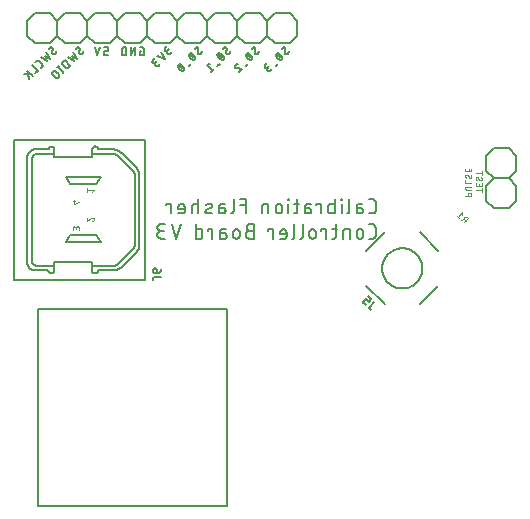
<source format=gbr>
G04 EAGLE Gerber RS-274X export*
G75*
%MOMM*%
%FSLAX34Y34*%
%LPD*%
%INSilkscreen Bottom*%
%IPPOS*%
%AMOC8*
5,1,8,0,0,1.08239X$1,22.5*%
G01*
%ADD10C,0.203200*%
%ADD11C,0.050800*%
%ADD12C,0.127000*%
%ADD13C,0.101600*%
%ADD14C,0.152400*%


D10*
X302175Y249682D02*
X304885Y249682D01*
X304986Y249684D01*
X305087Y249690D01*
X305188Y249699D01*
X305289Y249712D01*
X305389Y249729D01*
X305488Y249750D01*
X305586Y249774D01*
X305683Y249802D01*
X305780Y249834D01*
X305875Y249869D01*
X305968Y249908D01*
X306060Y249950D01*
X306151Y249996D01*
X306240Y250045D01*
X306326Y250097D01*
X306411Y250153D01*
X306494Y250211D01*
X306574Y250273D01*
X306652Y250338D01*
X306728Y250405D01*
X306801Y250475D01*
X306871Y250548D01*
X306938Y250624D01*
X307003Y250702D01*
X307065Y250782D01*
X307123Y250865D01*
X307179Y250950D01*
X307231Y251036D01*
X307280Y251125D01*
X307326Y251216D01*
X307368Y251308D01*
X307407Y251401D01*
X307442Y251496D01*
X307474Y251593D01*
X307502Y251690D01*
X307526Y251788D01*
X307547Y251887D01*
X307564Y251987D01*
X307577Y252088D01*
X307586Y252189D01*
X307592Y252290D01*
X307594Y252391D01*
X307594Y259165D01*
X307592Y259266D01*
X307586Y259367D01*
X307577Y259468D01*
X307564Y259569D01*
X307547Y259669D01*
X307526Y259768D01*
X307502Y259866D01*
X307474Y259963D01*
X307442Y260060D01*
X307407Y260155D01*
X307368Y260248D01*
X307326Y260340D01*
X307280Y260431D01*
X307231Y260520D01*
X307179Y260606D01*
X307123Y260691D01*
X307065Y260774D01*
X307003Y260854D01*
X306938Y260932D01*
X306871Y261008D01*
X306801Y261081D01*
X306728Y261151D01*
X306652Y261218D01*
X306574Y261283D01*
X306494Y261345D01*
X306411Y261403D01*
X306326Y261459D01*
X306240Y261511D01*
X306151Y261560D01*
X306060Y261606D01*
X305968Y261648D01*
X305875Y261687D01*
X305780Y261722D01*
X305683Y261754D01*
X305586Y261782D01*
X305488Y261806D01*
X305389Y261827D01*
X305289Y261844D01*
X305188Y261857D01*
X305087Y261866D01*
X304986Y261872D01*
X304885Y261874D01*
X302175Y261874D01*
X294772Y254423D02*
X291724Y254423D01*
X294772Y254424D02*
X294869Y254422D01*
X294965Y254416D01*
X295061Y254406D01*
X295157Y254392D01*
X295252Y254375D01*
X295347Y254353D01*
X295440Y254328D01*
X295532Y254299D01*
X295623Y254266D01*
X295713Y254229D01*
X295801Y254189D01*
X295887Y254145D01*
X295971Y254098D01*
X296054Y254048D01*
X296134Y253994D01*
X296212Y253936D01*
X296288Y253876D01*
X296361Y253813D01*
X296431Y253747D01*
X296499Y253677D01*
X296564Y253606D01*
X296626Y253531D01*
X296684Y253454D01*
X296740Y253375D01*
X296792Y253294D01*
X296841Y253210D01*
X296887Y253125D01*
X296929Y253038D01*
X296967Y252949D01*
X297002Y252859D01*
X297033Y252767D01*
X297060Y252674D01*
X297084Y252581D01*
X297103Y252486D01*
X297119Y252390D01*
X297131Y252294D01*
X297139Y252198D01*
X297143Y252101D01*
X297143Y252005D01*
X297139Y251908D01*
X297131Y251812D01*
X297119Y251716D01*
X297103Y251620D01*
X297084Y251525D01*
X297060Y251432D01*
X297033Y251339D01*
X297002Y251247D01*
X296967Y251157D01*
X296929Y251068D01*
X296887Y250981D01*
X296841Y250896D01*
X296792Y250812D01*
X296740Y250731D01*
X296684Y250652D01*
X296626Y250575D01*
X296564Y250500D01*
X296499Y250429D01*
X296431Y250359D01*
X296361Y250293D01*
X296288Y250230D01*
X296212Y250170D01*
X296134Y250112D01*
X296054Y250058D01*
X295971Y250008D01*
X295887Y249961D01*
X295801Y249917D01*
X295713Y249877D01*
X295623Y249840D01*
X295532Y249807D01*
X295440Y249778D01*
X295347Y249753D01*
X295252Y249731D01*
X295157Y249714D01*
X295061Y249700D01*
X294965Y249690D01*
X294869Y249684D01*
X294772Y249682D01*
X291724Y249682D01*
X291724Y255778D01*
X291726Y255867D01*
X291732Y255955D01*
X291741Y256043D01*
X291755Y256131D01*
X291772Y256218D01*
X291793Y256304D01*
X291818Y256389D01*
X291847Y256473D01*
X291879Y256556D01*
X291914Y256637D01*
X291954Y256716D01*
X291996Y256794D01*
X292042Y256870D01*
X292091Y256944D01*
X292144Y257015D01*
X292199Y257084D01*
X292258Y257151D01*
X292319Y257215D01*
X292383Y257276D01*
X292450Y257335D01*
X292519Y257390D01*
X292590Y257443D01*
X292664Y257492D01*
X292740Y257538D01*
X292818Y257580D01*
X292897Y257620D01*
X292978Y257655D01*
X293061Y257687D01*
X293145Y257716D01*
X293230Y257741D01*
X293316Y257762D01*
X293403Y257779D01*
X293491Y257793D01*
X293579Y257802D01*
X293667Y257808D01*
X293756Y257810D01*
X296465Y257810D01*
X285463Y261874D02*
X285463Y251714D01*
X285461Y251625D01*
X285455Y251537D01*
X285446Y251449D01*
X285432Y251361D01*
X285415Y251274D01*
X285394Y251188D01*
X285369Y251103D01*
X285340Y251019D01*
X285308Y250936D01*
X285273Y250855D01*
X285233Y250776D01*
X285191Y250698D01*
X285145Y250622D01*
X285096Y250548D01*
X285043Y250477D01*
X284988Y250408D01*
X284929Y250341D01*
X284868Y250277D01*
X284804Y250216D01*
X284737Y250157D01*
X284668Y250102D01*
X284597Y250049D01*
X284523Y250000D01*
X284447Y249954D01*
X284369Y249912D01*
X284290Y249872D01*
X284209Y249837D01*
X284126Y249805D01*
X284042Y249776D01*
X283957Y249751D01*
X283871Y249730D01*
X283784Y249713D01*
X283696Y249699D01*
X283608Y249690D01*
X283520Y249684D01*
X283431Y249682D01*
X278979Y249682D02*
X278979Y257810D01*
X279318Y261197D02*
X279318Y261874D01*
X278640Y261874D01*
X278640Y261197D01*
X279318Y261197D01*
X273062Y261874D02*
X273062Y249682D01*
X269676Y249682D01*
X269587Y249684D01*
X269499Y249690D01*
X269411Y249699D01*
X269323Y249713D01*
X269236Y249730D01*
X269150Y249751D01*
X269065Y249776D01*
X268981Y249805D01*
X268898Y249837D01*
X268817Y249872D01*
X268738Y249912D01*
X268660Y249954D01*
X268584Y250000D01*
X268510Y250049D01*
X268439Y250102D01*
X268370Y250157D01*
X268303Y250216D01*
X268239Y250277D01*
X268178Y250341D01*
X268119Y250408D01*
X268064Y250477D01*
X268011Y250548D01*
X267962Y250622D01*
X267916Y250698D01*
X267874Y250776D01*
X267834Y250855D01*
X267799Y250936D01*
X267767Y251019D01*
X267738Y251103D01*
X267713Y251188D01*
X267692Y251274D01*
X267675Y251361D01*
X267661Y251449D01*
X267652Y251537D01*
X267646Y251625D01*
X267644Y251714D01*
X267644Y255778D01*
X267646Y255867D01*
X267652Y255955D01*
X267661Y256043D01*
X267675Y256131D01*
X267692Y256218D01*
X267713Y256304D01*
X267738Y256389D01*
X267767Y256473D01*
X267799Y256556D01*
X267834Y256637D01*
X267874Y256716D01*
X267916Y256794D01*
X267962Y256870D01*
X268011Y256944D01*
X268064Y257015D01*
X268119Y257084D01*
X268178Y257151D01*
X268239Y257215D01*
X268303Y257276D01*
X268370Y257335D01*
X268439Y257390D01*
X268510Y257443D01*
X268584Y257492D01*
X268660Y257538D01*
X268738Y257580D01*
X268817Y257620D01*
X268898Y257655D01*
X268981Y257687D01*
X269065Y257716D01*
X269150Y257741D01*
X269236Y257762D01*
X269323Y257779D01*
X269411Y257793D01*
X269499Y257802D01*
X269587Y257808D01*
X269676Y257810D01*
X273062Y257810D01*
X261529Y257810D02*
X261529Y249682D01*
X261529Y257810D02*
X257465Y257810D01*
X257465Y256455D01*
X250819Y254423D02*
X247771Y254423D01*
X250819Y254424D02*
X250916Y254422D01*
X251012Y254416D01*
X251108Y254406D01*
X251204Y254392D01*
X251299Y254375D01*
X251394Y254353D01*
X251487Y254328D01*
X251579Y254299D01*
X251670Y254266D01*
X251760Y254229D01*
X251848Y254189D01*
X251934Y254145D01*
X252018Y254098D01*
X252101Y254048D01*
X252181Y253994D01*
X252259Y253936D01*
X252335Y253876D01*
X252408Y253813D01*
X252478Y253747D01*
X252546Y253677D01*
X252611Y253606D01*
X252673Y253531D01*
X252731Y253454D01*
X252787Y253375D01*
X252839Y253294D01*
X252888Y253210D01*
X252934Y253125D01*
X252976Y253038D01*
X253014Y252949D01*
X253049Y252859D01*
X253080Y252767D01*
X253107Y252674D01*
X253131Y252581D01*
X253150Y252486D01*
X253166Y252390D01*
X253178Y252294D01*
X253186Y252198D01*
X253190Y252101D01*
X253190Y252005D01*
X253186Y251908D01*
X253178Y251812D01*
X253166Y251716D01*
X253150Y251620D01*
X253131Y251525D01*
X253107Y251432D01*
X253080Y251339D01*
X253049Y251247D01*
X253014Y251157D01*
X252976Y251068D01*
X252934Y250981D01*
X252888Y250896D01*
X252839Y250812D01*
X252787Y250731D01*
X252731Y250652D01*
X252673Y250575D01*
X252611Y250500D01*
X252546Y250429D01*
X252478Y250359D01*
X252408Y250293D01*
X252335Y250230D01*
X252259Y250170D01*
X252181Y250112D01*
X252101Y250058D01*
X252018Y250008D01*
X251934Y249961D01*
X251848Y249917D01*
X251760Y249877D01*
X251670Y249840D01*
X251579Y249807D01*
X251487Y249778D01*
X251394Y249753D01*
X251299Y249731D01*
X251204Y249714D01*
X251108Y249700D01*
X251012Y249690D01*
X250916Y249684D01*
X250819Y249682D01*
X247771Y249682D01*
X247771Y255778D01*
X247773Y255867D01*
X247779Y255955D01*
X247788Y256043D01*
X247802Y256131D01*
X247819Y256218D01*
X247840Y256304D01*
X247865Y256389D01*
X247894Y256473D01*
X247926Y256556D01*
X247961Y256637D01*
X248001Y256716D01*
X248043Y256794D01*
X248089Y256870D01*
X248138Y256944D01*
X248191Y257015D01*
X248246Y257084D01*
X248305Y257151D01*
X248366Y257215D01*
X248430Y257276D01*
X248497Y257335D01*
X248566Y257390D01*
X248637Y257443D01*
X248711Y257492D01*
X248787Y257538D01*
X248865Y257580D01*
X248944Y257620D01*
X249025Y257655D01*
X249108Y257687D01*
X249192Y257716D01*
X249277Y257741D01*
X249363Y257762D01*
X249450Y257779D01*
X249538Y257793D01*
X249626Y257802D01*
X249714Y257808D01*
X249803Y257810D01*
X252513Y257810D01*
X242750Y257810D02*
X238686Y257810D01*
X241396Y261874D02*
X241396Y251714D01*
X241394Y251625D01*
X241388Y251537D01*
X241379Y251449D01*
X241365Y251361D01*
X241348Y251274D01*
X241327Y251188D01*
X241302Y251103D01*
X241273Y251019D01*
X241241Y250936D01*
X241206Y250855D01*
X241166Y250776D01*
X241124Y250698D01*
X241078Y250622D01*
X241029Y250548D01*
X240976Y250477D01*
X240921Y250408D01*
X240862Y250341D01*
X240801Y250277D01*
X240737Y250216D01*
X240670Y250157D01*
X240601Y250102D01*
X240530Y250049D01*
X240456Y250000D01*
X240380Y249954D01*
X240302Y249912D01*
X240223Y249872D01*
X240142Y249837D01*
X240059Y249805D01*
X239975Y249776D01*
X239890Y249751D01*
X239804Y249730D01*
X239717Y249713D01*
X239629Y249699D01*
X239541Y249690D01*
X239453Y249684D01*
X239364Y249682D01*
X238686Y249682D01*
X233747Y249682D02*
X233747Y257810D01*
X234086Y261197D02*
X234086Y261874D01*
X233408Y261874D01*
X233408Y261197D01*
X234086Y261197D01*
X228349Y255101D02*
X228349Y252391D01*
X228348Y255101D02*
X228346Y255204D01*
X228340Y255306D01*
X228331Y255408D01*
X228317Y255510D01*
X228300Y255611D01*
X228278Y255711D01*
X228253Y255810D01*
X228225Y255909D01*
X228192Y256006D01*
X228156Y256102D01*
X228117Y256197D01*
X228073Y256290D01*
X228027Y256381D01*
X227976Y256470D01*
X227923Y256558D01*
X227866Y256643D01*
X227806Y256726D01*
X227743Y256807D01*
X227677Y256886D01*
X227608Y256961D01*
X227536Y257035D01*
X227462Y257105D01*
X227385Y257173D01*
X227305Y257237D01*
X227223Y257299D01*
X227139Y257357D01*
X227052Y257412D01*
X226964Y257464D01*
X226873Y257512D01*
X226781Y257557D01*
X226688Y257599D01*
X226592Y257637D01*
X226496Y257671D01*
X226398Y257702D01*
X226299Y257728D01*
X226199Y257752D01*
X226098Y257771D01*
X225997Y257786D01*
X225895Y257798D01*
X225793Y257806D01*
X225690Y257810D01*
X225588Y257810D01*
X225485Y257806D01*
X225383Y257798D01*
X225281Y257786D01*
X225180Y257771D01*
X225079Y257752D01*
X224979Y257728D01*
X224880Y257702D01*
X224782Y257671D01*
X224686Y257637D01*
X224590Y257599D01*
X224497Y257557D01*
X224405Y257512D01*
X224314Y257464D01*
X224226Y257412D01*
X224139Y257357D01*
X224055Y257299D01*
X223973Y257237D01*
X223893Y257173D01*
X223816Y257105D01*
X223742Y257035D01*
X223670Y256961D01*
X223601Y256886D01*
X223535Y256807D01*
X223472Y256726D01*
X223412Y256643D01*
X223355Y256558D01*
X223302Y256470D01*
X223251Y256381D01*
X223205Y256290D01*
X223161Y256197D01*
X223122Y256102D01*
X223086Y256006D01*
X223053Y255909D01*
X223025Y255810D01*
X223000Y255711D01*
X222978Y255611D01*
X222961Y255510D01*
X222947Y255408D01*
X222938Y255306D01*
X222932Y255204D01*
X222930Y255101D01*
X222930Y252391D01*
X222932Y252288D01*
X222938Y252186D01*
X222947Y252084D01*
X222961Y251982D01*
X222978Y251881D01*
X223000Y251781D01*
X223025Y251682D01*
X223053Y251583D01*
X223086Y251486D01*
X223122Y251390D01*
X223161Y251295D01*
X223205Y251202D01*
X223251Y251111D01*
X223302Y251022D01*
X223355Y250934D01*
X223412Y250849D01*
X223472Y250766D01*
X223535Y250685D01*
X223601Y250606D01*
X223670Y250531D01*
X223742Y250457D01*
X223816Y250387D01*
X223893Y250319D01*
X223973Y250255D01*
X224055Y250193D01*
X224139Y250135D01*
X224226Y250080D01*
X224314Y250028D01*
X224405Y249980D01*
X224497Y249935D01*
X224590Y249893D01*
X224686Y249855D01*
X224782Y249821D01*
X224880Y249790D01*
X224979Y249764D01*
X225079Y249740D01*
X225180Y249721D01*
X225281Y249706D01*
X225383Y249694D01*
X225485Y249686D01*
X225588Y249682D01*
X225690Y249682D01*
X225793Y249686D01*
X225895Y249694D01*
X225997Y249706D01*
X226098Y249721D01*
X226199Y249740D01*
X226299Y249764D01*
X226398Y249790D01*
X226496Y249821D01*
X226592Y249855D01*
X226688Y249893D01*
X226781Y249935D01*
X226873Y249980D01*
X226964Y250028D01*
X227052Y250080D01*
X227139Y250135D01*
X227223Y250193D01*
X227305Y250255D01*
X227385Y250319D01*
X227462Y250387D01*
X227536Y250457D01*
X227608Y250531D01*
X227677Y250606D01*
X227743Y250685D01*
X227806Y250766D01*
X227866Y250849D01*
X227923Y250934D01*
X227976Y251022D01*
X228027Y251111D01*
X228073Y251202D01*
X228117Y251295D01*
X228156Y251390D01*
X228192Y251486D01*
X228225Y251583D01*
X228253Y251682D01*
X228278Y251781D01*
X228300Y251881D01*
X228317Y251982D01*
X228331Y252084D01*
X228340Y252186D01*
X228346Y252288D01*
X228348Y252391D01*
X216827Y249682D02*
X216827Y257810D01*
X213440Y257810D01*
X213351Y257808D01*
X213263Y257802D01*
X213175Y257793D01*
X213087Y257779D01*
X213000Y257762D01*
X212914Y257741D01*
X212829Y257716D01*
X212745Y257687D01*
X212662Y257655D01*
X212581Y257620D01*
X212502Y257580D01*
X212424Y257538D01*
X212348Y257492D01*
X212274Y257443D01*
X212203Y257390D01*
X212134Y257335D01*
X212067Y257276D01*
X212003Y257215D01*
X211942Y257151D01*
X211883Y257084D01*
X211828Y257015D01*
X211775Y256944D01*
X211726Y256870D01*
X211680Y256794D01*
X211638Y256716D01*
X211598Y256637D01*
X211563Y256556D01*
X211531Y256473D01*
X211502Y256389D01*
X211477Y256304D01*
X211456Y256218D01*
X211439Y256131D01*
X211425Y256043D01*
X211416Y255955D01*
X211410Y255867D01*
X211408Y255778D01*
X211408Y249682D01*
X197840Y249682D02*
X197840Y261874D01*
X192421Y261874D01*
X192421Y256455D02*
X197840Y256455D01*
X187318Y251714D02*
X187318Y261874D01*
X187318Y251714D02*
X187316Y251625D01*
X187310Y251537D01*
X187301Y251449D01*
X187287Y251361D01*
X187270Y251274D01*
X187249Y251188D01*
X187224Y251103D01*
X187195Y251019D01*
X187163Y250936D01*
X187128Y250855D01*
X187088Y250776D01*
X187046Y250698D01*
X187000Y250622D01*
X186951Y250548D01*
X186898Y250477D01*
X186843Y250408D01*
X186784Y250341D01*
X186723Y250277D01*
X186659Y250216D01*
X186592Y250157D01*
X186523Y250102D01*
X186452Y250049D01*
X186378Y250000D01*
X186302Y249954D01*
X186224Y249912D01*
X186145Y249872D01*
X186064Y249837D01*
X185981Y249805D01*
X185897Y249776D01*
X185812Y249751D01*
X185726Y249730D01*
X185639Y249713D01*
X185551Y249699D01*
X185463Y249690D01*
X185375Y249684D01*
X185286Y249682D01*
X178277Y254423D02*
X175229Y254423D01*
X178277Y254424D02*
X178374Y254422D01*
X178470Y254416D01*
X178566Y254406D01*
X178662Y254392D01*
X178757Y254375D01*
X178852Y254353D01*
X178945Y254328D01*
X179037Y254299D01*
X179128Y254266D01*
X179218Y254229D01*
X179306Y254189D01*
X179392Y254145D01*
X179476Y254098D01*
X179559Y254048D01*
X179639Y253994D01*
X179717Y253936D01*
X179793Y253876D01*
X179866Y253813D01*
X179936Y253747D01*
X180004Y253677D01*
X180069Y253606D01*
X180131Y253531D01*
X180189Y253454D01*
X180245Y253375D01*
X180297Y253294D01*
X180346Y253210D01*
X180392Y253125D01*
X180434Y253038D01*
X180472Y252949D01*
X180507Y252859D01*
X180538Y252767D01*
X180565Y252674D01*
X180589Y252581D01*
X180608Y252486D01*
X180624Y252390D01*
X180636Y252294D01*
X180644Y252198D01*
X180648Y252101D01*
X180648Y252005D01*
X180644Y251908D01*
X180636Y251812D01*
X180624Y251716D01*
X180608Y251620D01*
X180589Y251525D01*
X180565Y251432D01*
X180538Y251339D01*
X180507Y251247D01*
X180472Y251157D01*
X180434Y251068D01*
X180392Y250981D01*
X180346Y250896D01*
X180297Y250812D01*
X180245Y250731D01*
X180189Y250652D01*
X180131Y250575D01*
X180069Y250500D01*
X180004Y250429D01*
X179936Y250359D01*
X179866Y250293D01*
X179793Y250230D01*
X179717Y250170D01*
X179639Y250112D01*
X179559Y250058D01*
X179476Y250008D01*
X179392Y249961D01*
X179306Y249917D01*
X179218Y249877D01*
X179128Y249840D01*
X179037Y249807D01*
X178945Y249778D01*
X178852Y249753D01*
X178757Y249731D01*
X178662Y249714D01*
X178566Y249700D01*
X178470Y249690D01*
X178374Y249684D01*
X178277Y249682D01*
X175229Y249682D01*
X175229Y255778D01*
X175231Y255867D01*
X175237Y255955D01*
X175246Y256043D01*
X175260Y256131D01*
X175277Y256218D01*
X175298Y256304D01*
X175323Y256389D01*
X175352Y256473D01*
X175384Y256556D01*
X175419Y256637D01*
X175459Y256716D01*
X175501Y256794D01*
X175547Y256870D01*
X175596Y256944D01*
X175649Y257015D01*
X175704Y257084D01*
X175763Y257151D01*
X175824Y257215D01*
X175888Y257276D01*
X175955Y257335D01*
X176024Y257390D01*
X176095Y257443D01*
X176169Y257492D01*
X176245Y257538D01*
X176323Y257580D01*
X176402Y257620D01*
X176483Y257655D01*
X176566Y257687D01*
X176650Y257716D01*
X176735Y257741D01*
X176821Y257762D01*
X176908Y257779D01*
X176996Y257793D01*
X177084Y257802D01*
X177172Y257808D01*
X177261Y257810D01*
X179971Y257810D01*
X168019Y254423D02*
X164632Y253069D01*
X168018Y254424D02*
X168094Y254456D01*
X168168Y254492D01*
X168241Y254532D01*
X168312Y254574D01*
X168380Y254620D01*
X168446Y254670D01*
X168510Y254722D01*
X168572Y254777D01*
X168630Y254835D01*
X168686Y254896D01*
X168739Y254960D01*
X168789Y255025D01*
X168836Y255093D01*
X168880Y255164D01*
X168920Y255236D01*
X168957Y255310D01*
X168990Y255385D01*
X169019Y255462D01*
X169045Y255541D01*
X169068Y255620D01*
X169086Y255701D01*
X169101Y255782D01*
X169112Y255864D01*
X169119Y255946D01*
X169122Y256029D01*
X169121Y256112D01*
X169116Y256194D01*
X169108Y256276D01*
X169096Y256358D01*
X169079Y256439D01*
X169059Y256519D01*
X169036Y256598D01*
X169008Y256676D01*
X168977Y256752D01*
X168942Y256827D01*
X168904Y256901D01*
X168863Y256972D01*
X168818Y257042D01*
X168770Y257109D01*
X168719Y257174D01*
X168665Y257236D01*
X168608Y257296D01*
X168548Y257353D01*
X168486Y257407D01*
X168421Y257458D01*
X168354Y257506D01*
X168284Y257551D01*
X168213Y257592D01*
X168139Y257630D01*
X168064Y257665D01*
X167988Y257696D01*
X167910Y257724D01*
X167831Y257747D01*
X167751Y257767D01*
X167670Y257784D01*
X167588Y257796D01*
X167506Y257804D01*
X167424Y257809D01*
X167341Y257810D01*
X167156Y257805D01*
X166971Y257796D01*
X166787Y257782D01*
X166603Y257764D01*
X166419Y257742D01*
X166236Y257715D01*
X166054Y257683D01*
X165873Y257647D01*
X165692Y257607D01*
X165513Y257563D01*
X165334Y257514D01*
X165157Y257461D01*
X164981Y257404D01*
X164807Y257342D01*
X164634Y257277D01*
X164463Y257207D01*
X164293Y257133D01*
X164632Y253068D02*
X164556Y253036D01*
X164482Y253000D01*
X164409Y252960D01*
X164338Y252918D01*
X164270Y252872D01*
X164204Y252822D01*
X164140Y252770D01*
X164078Y252715D01*
X164020Y252657D01*
X163964Y252596D01*
X163911Y252532D01*
X163861Y252467D01*
X163814Y252399D01*
X163770Y252328D01*
X163730Y252256D01*
X163694Y252182D01*
X163660Y252107D01*
X163631Y252030D01*
X163605Y251951D01*
X163582Y251872D01*
X163564Y251791D01*
X163549Y251710D01*
X163538Y251628D01*
X163531Y251546D01*
X163528Y251463D01*
X163529Y251381D01*
X163534Y251298D01*
X163542Y251216D01*
X163554Y251134D01*
X163571Y251053D01*
X163591Y250973D01*
X163614Y250894D01*
X163642Y250816D01*
X163673Y250740D01*
X163708Y250665D01*
X163746Y250591D01*
X163787Y250520D01*
X163832Y250451D01*
X163880Y250383D01*
X163931Y250318D01*
X163985Y250256D01*
X164042Y250196D01*
X164102Y250139D01*
X164164Y250085D01*
X164229Y250034D01*
X164296Y249986D01*
X164366Y249941D01*
X164437Y249900D01*
X164511Y249862D01*
X164586Y249827D01*
X164662Y249796D01*
X164740Y249768D01*
X164819Y249745D01*
X164899Y249725D01*
X164980Y249708D01*
X165062Y249696D01*
X165144Y249688D01*
X165226Y249683D01*
X165309Y249682D01*
X165580Y249689D01*
X165852Y249703D01*
X166123Y249723D01*
X166393Y249749D01*
X166663Y249782D01*
X166932Y249821D01*
X167200Y249866D01*
X167466Y249918D01*
X167732Y249976D01*
X167996Y250040D01*
X168258Y250111D01*
X168519Y250188D01*
X168777Y250271D01*
X169034Y250359D01*
X157513Y249682D02*
X157513Y261874D01*
X157513Y257810D02*
X154126Y257810D01*
X154037Y257808D01*
X153949Y257802D01*
X153861Y257793D01*
X153773Y257779D01*
X153686Y257762D01*
X153600Y257741D01*
X153515Y257716D01*
X153431Y257687D01*
X153348Y257655D01*
X153267Y257620D01*
X153188Y257580D01*
X153110Y257538D01*
X153034Y257492D01*
X152960Y257443D01*
X152889Y257390D01*
X152820Y257335D01*
X152753Y257276D01*
X152689Y257215D01*
X152628Y257151D01*
X152569Y257084D01*
X152514Y257015D01*
X152461Y256944D01*
X152412Y256870D01*
X152366Y256794D01*
X152324Y256716D01*
X152284Y256637D01*
X152249Y256556D01*
X152217Y256473D01*
X152188Y256389D01*
X152163Y256304D01*
X152142Y256218D01*
X152125Y256131D01*
X152111Y256043D01*
X152102Y255955D01*
X152096Y255867D01*
X152094Y255778D01*
X152094Y249682D01*
X143960Y249682D02*
X140573Y249682D01*
X143960Y249682D02*
X144049Y249684D01*
X144137Y249690D01*
X144225Y249699D01*
X144313Y249713D01*
X144400Y249730D01*
X144486Y249751D01*
X144571Y249776D01*
X144655Y249805D01*
X144738Y249837D01*
X144819Y249872D01*
X144898Y249912D01*
X144976Y249954D01*
X145052Y250000D01*
X145126Y250049D01*
X145197Y250102D01*
X145266Y250157D01*
X145333Y250216D01*
X145397Y250277D01*
X145458Y250341D01*
X145517Y250408D01*
X145572Y250477D01*
X145625Y250548D01*
X145674Y250622D01*
X145720Y250698D01*
X145762Y250776D01*
X145802Y250855D01*
X145837Y250936D01*
X145869Y251019D01*
X145898Y251103D01*
X145923Y251188D01*
X145944Y251274D01*
X145961Y251361D01*
X145975Y251449D01*
X145984Y251537D01*
X145990Y251625D01*
X145992Y251714D01*
X145992Y255101D01*
X145991Y255101D02*
X145989Y255204D01*
X145983Y255306D01*
X145974Y255408D01*
X145960Y255510D01*
X145943Y255611D01*
X145921Y255711D01*
X145896Y255810D01*
X145868Y255909D01*
X145835Y256006D01*
X145799Y256102D01*
X145760Y256197D01*
X145716Y256290D01*
X145670Y256381D01*
X145619Y256470D01*
X145566Y256558D01*
X145509Y256643D01*
X145449Y256726D01*
X145386Y256807D01*
X145320Y256886D01*
X145251Y256961D01*
X145179Y257035D01*
X145105Y257105D01*
X145028Y257173D01*
X144948Y257237D01*
X144866Y257299D01*
X144782Y257357D01*
X144695Y257412D01*
X144607Y257464D01*
X144516Y257512D01*
X144424Y257557D01*
X144331Y257599D01*
X144235Y257637D01*
X144139Y257671D01*
X144041Y257702D01*
X143942Y257728D01*
X143842Y257752D01*
X143741Y257771D01*
X143640Y257786D01*
X143538Y257798D01*
X143436Y257806D01*
X143333Y257810D01*
X143231Y257810D01*
X143128Y257806D01*
X143026Y257798D01*
X142924Y257786D01*
X142823Y257771D01*
X142722Y257752D01*
X142622Y257728D01*
X142523Y257702D01*
X142425Y257671D01*
X142329Y257637D01*
X142233Y257599D01*
X142140Y257557D01*
X142048Y257512D01*
X141957Y257464D01*
X141869Y257412D01*
X141782Y257357D01*
X141698Y257299D01*
X141616Y257237D01*
X141536Y257173D01*
X141459Y257105D01*
X141385Y257035D01*
X141313Y256961D01*
X141244Y256886D01*
X141178Y256807D01*
X141115Y256726D01*
X141055Y256643D01*
X140998Y256558D01*
X140945Y256470D01*
X140894Y256381D01*
X140848Y256290D01*
X140804Y256197D01*
X140765Y256102D01*
X140729Y256006D01*
X140696Y255909D01*
X140668Y255810D01*
X140643Y255711D01*
X140621Y255611D01*
X140604Y255510D01*
X140590Y255408D01*
X140581Y255306D01*
X140575Y255204D01*
X140573Y255101D01*
X140573Y253746D01*
X145992Y253746D01*
X134367Y249682D02*
X134367Y257810D01*
X130303Y257810D01*
X130303Y256455D01*
X302175Y228346D02*
X304885Y228346D01*
X304986Y228348D01*
X305087Y228354D01*
X305188Y228363D01*
X305289Y228376D01*
X305389Y228393D01*
X305488Y228414D01*
X305586Y228438D01*
X305683Y228466D01*
X305780Y228498D01*
X305875Y228533D01*
X305968Y228572D01*
X306060Y228614D01*
X306151Y228660D01*
X306240Y228709D01*
X306326Y228761D01*
X306411Y228817D01*
X306494Y228875D01*
X306574Y228937D01*
X306652Y229002D01*
X306728Y229069D01*
X306801Y229139D01*
X306871Y229212D01*
X306938Y229288D01*
X307003Y229366D01*
X307065Y229446D01*
X307123Y229529D01*
X307179Y229614D01*
X307231Y229700D01*
X307280Y229789D01*
X307326Y229880D01*
X307368Y229972D01*
X307407Y230065D01*
X307442Y230160D01*
X307474Y230257D01*
X307502Y230354D01*
X307526Y230452D01*
X307547Y230551D01*
X307564Y230651D01*
X307577Y230752D01*
X307586Y230853D01*
X307592Y230954D01*
X307594Y231055D01*
X307594Y237829D01*
X307592Y237930D01*
X307586Y238031D01*
X307577Y238132D01*
X307564Y238233D01*
X307547Y238333D01*
X307526Y238432D01*
X307502Y238530D01*
X307474Y238627D01*
X307442Y238724D01*
X307407Y238819D01*
X307368Y238912D01*
X307326Y239004D01*
X307280Y239095D01*
X307231Y239184D01*
X307179Y239270D01*
X307123Y239355D01*
X307065Y239438D01*
X307003Y239518D01*
X306938Y239596D01*
X306871Y239672D01*
X306801Y239745D01*
X306728Y239815D01*
X306652Y239882D01*
X306574Y239947D01*
X306494Y240009D01*
X306411Y240067D01*
X306326Y240123D01*
X306240Y240175D01*
X306151Y240224D01*
X306060Y240270D01*
X305968Y240312D01*
X305875Y240351D01*
X305780Y240386D01*
X305683Y240418D01*
X305586Y240446D01*
X305488Y240470D01*
X305389Y240491D01*
X305289Y240508D01*
X305188Y240521D01*
X305087Y240530D01*
X304986Y240536D01*
X304885Y240538D01*
X302175Y240538D01*
X297050Y233765D02*
X297050Y231055D01*
X297050Y233765D02*
X297048Y233868D01*
X297042Y233970D01*
X297033Y234072D01*
X297019Y234174D01*
X297002Y234275D01*
X296980Y234375D01*
X296955Y234474D01*
X296927Y234573D01*
X296894Y234670D01*
X296858Y234766D01*
X296819Y234861D01*
X296775Y234954D01*
X296729Y235045D01*
X296678Y235134D01*
X296625Y235222D01*
X296568Y235307D01*
X296508Y235390D01*
X296445Y235471D01*
X296379Y235550D01*
X296310Y235625D01*
X296238Y235699D01*
X296164Y235769D01*
X296087Y235837D01*
X296007Y235901D01*
X295925Y235963D01*
X295841Y236021D01*
X295754Y236076D01*
X295666Y236128D01*
X295575Y236176D01*
X295483Y236221D01*
X295390Y236263D01*
X295294Y236301D01*
X295198Y236335D01*
X295100Y236366D01*
X295001Y236392D01*
X294901Y236416D01*
X294800Y236435D01*
X294699Y236450D01*
X294597Y236462D01*
X294495Y236470D01*
X294392Y236474D01*
X294290Y236474D01*
X294187Y236470D01*
X294085Y236462D01*
X293983Y236450D01*
X293882Y236435D01*
X293781Y236416D01*
X293681Y236392D01*
X293582Y236366D01*
X293484Y236335D01*
X293388Y236301D01*
X293292Y236263D01*
X293199Y236221D01*
X293107Y236176D01*
X293016Y236128D01*
X292928Y236076D01*
X292841Y236021D01*
X292757Y235963D01*
X292675Y235901D01*
X292595Y235837D01*
X292518Y235769D01*
X292444Y235699D01*
X292372Y235625D01*
X292303Y235550D01*
X292237Y235471D01*
X292174Y235390D01*
X292114Y235307D01*
X292057Y235222D01*
X292004Y235134D01*
X291953Y235045D01*
X291907Y234954D01*
X291863Y234861D01*
X291824Y234766D01*
X291788Y234670D01*
X291755Y234573D01*
X291727Y234474D01*
X291702Y234375D01*
X291680Y234275D01*
X291663Y234174D01*
X291649Y234072D01*
X291640Y233970D01*
X291634Y233868D01*
X291632Y233765D01*
X291632Y231055D01*
X291634Y230952D01*
X291640Y230850D01*
X291649Y230748D01*
X291663Y230646D01*
X291680Y230545D01*
X291702Y230445D01*
X291727Y230346D01*
X291755Y230247D01*
X291788Y230150D01*
X291824Y230054D01*
X291863Y229959D01*
X291907Y229866D01*
X291953Y229775D01*
X292004Y229686D01*
X292057Y229598D01*
X292114Y229513D01*
X292174Y229430D01*
X292237Y229349D01*
X292303Y229270D01*
X292372Y229195D01*
X292444Y229121D01*
X292518Y229051D01*
X292595Y228983D01*
X292675Y228919D01*
X292757Y228857D01*
X292841Y228799D01*
X292928Y228744D01*
X293016Y228692D01*
X293107Y228644D01*
X293199Y228599D01*
X293292Y228557D01*
X293388Y228519D01*
X293484Y228485D01*
X293582Y228454D01*
X293681Y228428D01*
X293781Y228404D01*
X293882Y228385D01*
X293983Y228370D01*
X294085Y228358D01*
X294187Y228350D01*
X294290Y228346D01*
X294392Y228346D01*
X294495Y228350D01*
X294597Y228358D01*
X294699Y228370D01*
X294800Y228385D01*
X294901Y228404D01*
X295001Y228428D01*
X295100Y228454D01*
X295198Y228485D01*
X295294Y228519D01*
X295390Y228557D01*
X295483Y228599D01*
X295575Y228644D01*
X295666Y228692D01*
X295754Y228744D01*
X295841Y228799D01*
X295925Y228857D01*
X296007Y228919D01*
X296087Y228983D01*
X296164Y229051D01*
X296238Y229121D01*
X296310Y229195D01*
X296379Y229270D01*
X296445Y229349D01*
X296508Y229430D01*
X296568Y229513D01*
X296625Y229598D01*
X296678Y229686D01*
X296729Y229775D01*
X296775Y229866D01*
X296819Y229959D01*
X296858Y230054D01*
X296894Y230150D01*
X296927Y230247D01*
X296955Y230346D01*
X296980Y230445D01*
X297002Y230545D01*
X297019Y230646D01*
X297033Y230748D01*
X297042Y230850D01*
X297048Y230952D01*
X297050Y231055D01*
X285529Y228346D02*
X285529Y236474D01*
X282142Y236474D01*
X282053Y236472D01*
X281965Y236466D01*
X281877Y236457D01*
X281789Y236443D01*
X281702Y236426D01*
X281616Y236405D01*
X281531Y236380D01*
X281447Y236351D01*
X281364Y236319D01*
X281283Y236284D01*
X281204Y236244D01*
X281126Y236202D01*
X281050Y236156D01*
X280976Y236107D01*
X280905Y236054D01*
X280836Y235999D01*
X280769Y235940D01*
X280705Y235879D01*
X280644Y235815D01*
X280585Y235748D01*
X280530Y235679D01*
X280477Y235608D01*
X280428Y235534D01*
X280382Y235458D01*
X280340Y235380D01*
X280300Y235301D01*
X280265Y235220D01*
X280233Y235137D01*
X280204Y235053D01*
X280179Y234968D01*
X280158Y234882D01*
X280141Y234795D01*
X280127Y234707D01*
X280118Y234619D01*
X280112Y234531D01*
X280110Y234442D01*
X280110Y228346D01*
X275181Y236474D02*
X271117Y236474D01*
X273826Y240538D02*
X273826Y230378D01*
X273824Y230289D01*
X273818Y230201D01*
X273809Y230113D01*
X273795Y230025D01*
X273778Y229938D01*
X273757Y229852D01*
X273732Y229767D01*
X273703Y229683D01*
X273671Y229600D01*
X273636Y229519D01*
X273596Y229440D01*
X273554Y229362D01*
X273508Y229286D01*
X273459Y229212D01*
X273406Y229141D01*
X273351Y229072D01*
X273292Y229005D01*
X273231Y228941D01*
X273167Y228880D01*
X273100Y228821D01*
X273031Y228766D01*
X272960Y228713D01*
X272886Y228664D01*
X272810Y228618D01*
X272732Y228576D01*
X272653Y228536D01*
X272572Y228501D01*
X272489Y228469D01*
X272405Y228440D01*
X272320Y228415D01*
X272234Y228394D01*
X272147Y228377D01*
X272059Y228363D01*
X271971Y228354D01*
X271883Y228348D01*
X271794Y228346D01*
X271117Y228346D01*
X265370Y228346D02*
X265370Y236474D01*
X261306Y236474D01*
X261306Y235119D01*
X256939Y233765D02*
X256939Y231055D01*
X256938Y233765D02*
X256936Y233868D01*
X256930Y233970D01*
X256921Y234072D01*
X256907Y234174D01*
X256890Y234275D01*
X256868Y234375D01*
X256843Y234474D01*
X256815Y234573D01*
X256782Y234670D01*
X256746Y234766D01*
X256707Y234861D01*
X256663Y234954D01*
X256617Y235045D01*
X256566Y235134D01*
X256513Y235222D01*
X256456Y235307D01*
X256396Y235390D01*
X256333Y235471D01*
X256267Y235550D01*
X256198Y235625D01*
X256126Y235699D01*
X256052Y235769D01*
X255975Y235837D01*
X255895Y235901D01*
X255813Y235963D01*
X255729Y236021D01*
X255642Y236076D01*
X255554Y236128D01*
X255463Y236176D01*
X255371Y236221D01*
X255278Y236263D01*
X255182Y236301D01*
X255086Y236335D01*
X254988Y236366D01*
X254889Y236392D01*
X254789Y236416D01*
X254688Y236435D01*
X254587Y236450D01*
X254485Y236462D01*
X254383Y236470D01*
X254280Y236474D01*
X254178Y236474D01*
X254075Y236470D01*
X253973Y236462D01*
X253871Y236450D01*
X253770Y236435D01*
X253669Y236416D01*
X253569Y236392D01*
X253470Y236366D01*
X253372Y236335D01*
X253276Y236301D01*
X253180Y236263D01*
X253087Y236221D01*
X252995Y236176D01*
X252904Y236128D01*
X252816Y236076D01*
X252729Y236021D01*
X252645Y235963D01*
X252563Y235901D01*
X252483Y235837D01*
X252406Y235769D01*
X252332Y235699D01*
X252260Y235625D01*
X252191Y235550D01*
X252125Y235471D01*
X252062Y235390D01*
X252002Y235307D01*
X251945Y235222D01*
X251892Y235134D01*
X251841Y235045D01*
X251795Y234954D01*
X251751Y234861D01*
X251712Y234766D01*
X251676Y234670D01*
X251643Y234573D01*
X251615Y234474D01*
X251590Y234375D01*
X251568Y234275D01*
X251551Y234174D01*
X251537Y234072D01*
X251528Y233970D01*
X251522Y233868D01*
X251520Y233765D01*
X251520Y231055D01*
X251522Y230952D01*
X251528Y230850D01*
X251537Y230748D01*
X251551Y230646D01*
X251568Y230545D01*
X251590Y230445D01*
X251615Y230346D01*
X251643Y230247D01*
X251676Y230150D01*
X251712Y230054D01*
X251751Y229959D01*
X251795Y229866D01*
X251841Y229775D01*
X251892Y229686D01*
X251945Y229598D01*
X252002Y229513D01*
X252062Y229430D01*
X252125Y229349D01*
X252191Y229270D01*
X252260Y229195D01*
X252332Y229121D01*
X252406Y229051D01*
X252483Y228983D01*
X252563Y228919D01*
X252645Y228857D01*
X252729Y228799D01*
X252816Y228744D01*
X252904Y228692D01*
X252995Y228644D01*
X253087Y228599D01*
X253180Y228557D01*
X253276Y228519D01*
X253372Y228485D01*
X253470Y228454D01*
X253569Y228428D01*
X253669Y228404D01*
X253770Y228385D01*
X253871Y228370D01*
X253973Y228358D01*
X254075Y228350D01*
X254178Y228346D01*
X254280Y228346D01*
X254383Y228350D01*
X254485Y228358D01*
X254587Y228370D01*
X254688Y228385D01*
X254789Y228404D01*
X254889Y228428D01*
X254988Y228454D01*
X255086Y228485D01*
X255182Y228519D01*
X255278Y228557D01*
X255371Y228599D01*
X255463Y228644D01*
X255554Y228692D01*
X255642Y228744D01*
X255729Y228799D01*
X255813Y228857D01*
X255895Y228919D01*
X255975Y228983D01*
X256052Y229051D01*
X256126Y229121D01*
X256198Y229195D01*
X256267Y229270D01*
X256333Y229349D01*
X256396Y229430D01*
X256456Y229513D01*
X256513Y229598D01*
X256566Y229686D01*
X256617Y229775D01*
X256663Y229866D01*
X256707Y229959D01*
X256746Y230054D01*
X256782Y230150D01*
X256815Y230247D01*
X256843Y230346D01*
X256868Y230445D01*
X256890Y230545D01*
X256907Y230646D01*
X256921Y230748D01*
X256930Y230850D01*
X256936Y230952D01*
X256938Y231055D01*
X245778Y230378D02*
X245778Y240538D01*
X245778Y230378D02*
X245776Y230289D01*
X245770Y230201D01*
X245761Y230113D01*
X245747Y230025D01*
X245730Y229938D01*
X245709Y229852D01*
X245684Y229767D01*
X245655Y229683D01*
X245623Y229600D01*
X245588Y229519D01*
X245548Y229440D01*
X245506Y229362D01*
X245460Y229286D01*
X245411Y229212D01*
X245358Y229141D01*
X245303Y229072D01*
X245244Y229005D01*
X245183Y228941D01*
X245119Y228880D01*
X245052Y228821D01*
X244983Y228766D01*
X244912Y228713D01*
X244838Y228664D01*
X244762Y228618D01*
X244684Y228576D01*
X244605Y228536D01*
X244524Y228501D01*
X244441Y228469D01*
X244357Y228440D01*
X244272Y228415D01*
X244186Y228394D01*
X244099Y228377D01*
X244011Y228363D01*
X243923Y228354D01*
X243835Y228348D01*
X243746Y228346D01*
X238951Y230378D02*
X238951Y240538D01*
X238951Y230378D02*
X238949Y230289D01*
X238943Y230201D01*
X238934Y230113D01*
X238920Y230025D01*
X238903Y229938D01*
X238882Y229852D01*
X238857Y229767D01*
X238828Y229683D01*
X238796Y229600D01*
X238761Y229519D01*
X238721Y229440D01*
X238679Y229362D01*
X238633Y229286D01*
X238584Y229212D01*
X238531Y229141D01*
X238476Y229072D01*
X238417Y229005D01*
X238356Y228941D01*
X238292Y228880D01*
X238225Y228821D01*
X238156Y228766D01*
X238085Y228713D01*
X238011Y228664D01*
X237935Y228618D01*
X237857Y228576D01*
X237778Y228536D01*
X237697Y228501D01*
X237614Y228469D01*
X237530Y228440D01*
X237445Y228415D01*
X237359Y228394D01*
X237272Y228377D01*
X237184Y228363D01*
X237096Y228354D01*
X237008Y228348D01*
X236919Y228346D01*
X230157Y228346D02*
X226770Y228346D01*
X230157Y228346D02*
X230246Y228348D01*
X230334Y228354D01*
X230422Y228363D01*
X230510Y228377D01*
X230597Y228394D01*
X230683Y228415D01*
X230768Y228440D01*
X230852Y228469D01*
X230935Y228501D01*
X231016Y228536D01*
X231095Y228576D01*
X231173Y228618D01*
X231249Y228664D01*
X231323Y228713D01*
X231394Y228766D01*
X231463Y228821D01*
X231530Y228880D01*
X231594Y228941D01*
X231655Y229005D01*
X231714Y229072D01*
X231769Y229141D01*
X231822Y229212D01*
X231871Y229286D01*
X231917Y229362D01*
X231959Y229440D01*
X231999Y229519D01*
X232034Y229600D01*
X232066Y229683D01*
X232095Y229767D01*
X232120Y229852D01*
X232141Y229938D01*
X232158Y230025D01*
X232172Y230113D01*
X232181Y230201D01*
X232187Y230289D01*
X232189Y230378D01*
X232189Y233765D01*
X232187Y233868D01*
X232181Y233970D01*
X232172Y234072D01*
X232158Y234174D01*
X232141Y234275D01*
X232119Y234375D01*
X232094Y234474D01*
X232066Y234573D01*
X232033Y234670D01*
X231997Y234766D01*
X231958Y234861D01*
X231914Y234954D01*
X231868Y235045D01*
X231817Y235134D01*
X231764Y235222D01*
X231707Y235307D01*
X231647Y235390D01*
X231584Y235471D01*
X231518Y235550D01*
X231449Y235625D01*
X231377Y235699D01*
X231303Y235769D01*
X231226Y235837D01*
X231146Y235901D01*
X231064Y235963D01*
X230980Y236021D01*
X230893Y236076D01*
X230805Y236128D01*
X230714Y236176D01*
X230622Y236221D01*
X230529Y236263D01*
X230433Y236301D01*
X230337Y236335D01*
X230239Y236366D01*
X230140Y236392D01*
X230040Y236416D01*
X229939Y236435D01*
X229838Y236450D01*
X229736Y236462D01*
X229634Y236470D01*
X229531Y236474D01*
X229429Y236474D01*
X229326Y236470D01*
X229224Y236462D01*
X229122Y236450D01*
X229021Y236435D01*
X228920Y236416D01*
X228820Y236392D01*
X228721Y236366D01*
X228623Y236335D01*
X228527Y236301D01*
X228431Y236263D01*
X228338Y236221D01*
X228246Y236176D01*
X228155Y236128D01*
X228067Y236076D01*
X227980Y236021D01*
X227896Y235963D01*
X227814Y235901D01*
X227734Y235837D01*
X227657Y235769D01*
X227583Y235699D01*
X227511Y235625D01*
X227442Y235550D01*
X227376Y235471D01*
X227313Y235390D01*
X227253Y235307D01*
X227196Y235222D01*
X227143Y235134D01*
X227092Y235045D01*
X227046Y234954D01*
X227002Y234861D01*
X226963Y234766D01*
X226927Y234670D01*
X226894Y234573D01*
X226866Y234474D01*
X226841Y234375D01*
X226819Y234275D01*
X226802Y234174D01*
X226788Y234072D01*
X226779Y233970D01*
X226773Y233868D01*
X226771Y233765D01*
X226770Y233765D02*
X226770Y232410D01*
X232189Y232410D01*
X220564Y228346D02*
X220564Y236474D01*
X216500Y236474D01*
X216500Y235119D01*
X204439Y235119D02*
X201052Y235119D01*
X201052Y235120D02*
X200936Y235118D01*
X200821Y235112D01*
X200706Y235102D01*
X200591Y235088D01*
X200477Y235071D01*
X200363Y235049D01*
X200250Y235024D01*
X200138Y234994D01*
X200027Y234961D01*
X199918Y234924D01*
X199809Y234884D01*
X199703Y234840D01*
X199597Y234792D01*
X199494Y234740D01*
X199392Y234685D01*
X199292Y234627D01*
X199194Y234565D01*
X199099Y234500D01*
X199005Y234432D01*
X198915Y234360D01*
X198826Y234286D01*
X198740Y234208D01*
X198657Y234128D01*
X198577Y234045D01*
X198499Y233959D01*
X198425Y233870D01*
X198353Y233780D01*
X198285Y233686D01*
X198220Y233591D01*
X198158Y233493D01*
X198100Y233393D01*
X198045Y233291D01*
X197993Y233188D01*
X197945Y233082D01*
X197901Y232976D01*
X197861Y232867D01*
X197824Y232758D01*
X197791Y232647D01*
X197761Y232535D01*
X197736Y232422D01*
X197714Y232308D01*
X197697Y232194D01*
X197683Y232079D01*
X197673Y231964D01*
X197667Y231849D01*
X197665Y231733D01*
X197667Y231617D01*
X197673Y231502D01*
X197683Y231387D01*
X197697Y231272D01*
X197714Y231158D01*
X197736Y231044D01*
X197761Y230931D01*
X197791Y230819D01*
X197824Y230708D01*
X197861Y230599D01*
X197901Y230490D01*
X197945Y230384D01*
X197993Y230278D01*
X198045Y230175D01*
X198100Y230073D01*
X198158Y229973D01*
X198220Y229875D01*
X198285Y229780D01*
X198353Y229686D01*
X198425Y229596D01*
X198499Y229507D01*
X198577Y229421D01*
X198657Y229338D01*
X198740Y229258D01*
X198826Y229180D01*
X198915Y229106D01*
X199005Y229034D01*
X199099Y228966D01*
X199194Y228901D01*
X199292Y228839D01*
X199392Y228781D01*
X199494Y228726D01*
X199597Y228674D01*
X199703Y228626D01*
X199809Y228582D01*
X199918Y228542D01*
X200027Y228505D01*
X200138Y228472D01*
X200250Y228442D01*
X200363Y228417D01*
X200477Y228395D01*
X200591Y228378D01*
X200706Y228364D01*
X200821Y228354D01*
X200936Y228348D01*
X201052Y228346D01*
X204439Y228346D01*
X204439Y240538D01*
X201052Y240538D01*
X200949Y240536D01*
X200847Y240530D01*
X200745Y240521D01*
X200643Y240507D01*
X200542Y240490D01*
X200442Y240468D01*
X200343Y240443D01*
X200244Y240415D01*
X200147Y240382D01*
X200051Y240346D01*
X199956Y240307D01*
X199863Y240263D01*
X199772Y240217D01*
X199683Y240166D01*
X199595Y240113D01*
X199510Y240056D01*
X199427Y239996D01*
X199346Y239933D01*
X199267Y239867D01*
X199192Y239798D01*
X199118Y239726D01*
X199048Y239652D01*
X198980Y239575D01*
X198916Y239495D01*
X198854Y239413D01*
X198796Y239329D01*
X198741Y239242D01*
X198689Y239154D01*
X198641Y239063D01*
X198596Y238971D01*
X198554Y238878D01*
X198516Y238782D01*
X198482Y238686D01*
X198451Y238588D01*
X198425Y238489D01*
X198401Y238389D01*
X198382Y238288D01*
X198367Y238187D01*
X198355Y238085D01*
X198347Y237983D01*
X198343Y237880D01*
X198343Y237778D01*
X198347Y237675D01*
X198355Y237573D01*
X198367Y237471D01*
X198382Y237370D01*
X198401Y237269D01*
X198425Y237169D01*
X198451Y237070D01*
X198482Y236972D01*
X198516Y236876D01*
X198554Y236780D01*
X198596Y236687D01*
X198641Y236595D01*
X198689Y236504D01*
X198741Y236416D01*
X198796Y236329D01*
X198854Y236245D01*
X198916Y236163D01*
X198980Y236083D01*
X199048Y236006D01*
X199118Y235932D01*
X199192Y235860D01*
X199267Y235791D01*
X199346Y235725D01*
X199427Y235662D01*
X199510Y235602D01*
X199595Y235545D01*
X199683Y235492D01*
X199772Y235441D01*
X199863Y235395D01*
X199956Y235351D01*
X200051Y235312D01*
X200147Y235276D01*
X200244Y235243D01*
X200343Y235215D01*
X200442Y235190D01*
X200542Y235168D01*
X200643Y235151D01*
X200745Y235137D01*
X200847Y235128D01*
X200949Y235122D01*
X201052Y235120D01*
X192504Y233765D02*
X192504Y231055D01*
X192504Y233765D02*
X192502Y233868D01*
X192496Y233970D01*
X192487Y234072D01*
X192473Y234174D01*
X192456Y234275D01*
X192434Y234375D01*
X192409Y234474D01*
X192381Y234573D01*
X192348Y234670D01*
X192312Y234766D01*
X192273Y234861D01*
X192229Y234954D01*
X192183Y235045D01*
X192132Y235134D01*
X192079Y235222D01*
X192022Y235307D01*
X191962Y235390D01*
X191899Y235471D01*
X191833Y235550D01*
X191764Y235625D01*
X191692Y235699D01*
X191618Y235769D01*
X191541Y235837D01*
X191461Y235901D01*
X191379Y235963D01*
X191295Y236021D01*
X191208Y236076D01*
X191120Y236128D01*
X191029Y236176D01*
X190937Y236221D01*
X190844Y236263D01*
X190748Y236301D01*
X190652Y236335D01*
X190554Y236366D01*
X190455Y236392D01*
X190355Y236416D01*
X190254Y236435D01*
X190153Y236450D01*
X190051Y236462D01*
X189949Y236470D01*
X189846Y236474D01*
X189744Y236474D01*
X189641Y236470D01*
X189539Y236462D01*
X189437Y236450D01*
X189336Y236435D01*
X189235Y236416D01*
X189135Y236392D01*
X189036Y236366D01*
X188938Y236335D01*
X188842Y236301D01*
X188746Y236263D01*
X188653Y236221D01*
X188561Y236176D01*
X188470Y236128D01*
X188382Y236076D01*
X188295Y236021D01*
X188211Y235963D01*
X188129Y235901D01*
X188049Y235837D01*
X187972Y235769D01*
X187898Y235699D01*
X187826Y235625D01*
X187757Y235550D01*
X187691Y235471D01*
X187628Y235390D01*
X187568Y235307D01*
X187511Y235222D01*
X187458Y235134D01*
X187407Y235045D01*
X187361Y234954D01*
X187317Y234861D01*
X187278Y234766D01*
X187242Y234670D01*
X187209Y234573D01*
X187181Y234474D01*
X187156Y234375D01*
X187134Y234275D01*
X187117Y234174D01*
X187103Y234072D01*
X187094Y233970D01*
X187088Y233868D01*
X187086Y233765D01*
X187085Y233765D02*
X187085Y231055D01*
X187086Y231055D02*
X187088Y230952D01*
X187094Y230850D01*
X187103Y230748D01*
X187117Y230646D01*
X187134Y230545D01*
X187156Y230445D01*
X187181Y230346D01*
X187209Y230247D01*
X187242Y230150D01*
X187278Y230054D01*
X187317Y229959D01*
X187361Y229866D01*
X187407Y229775D01*
X187458Y229686D01*
X187511Y229598D01*
X187568Y229513D01*
X187628Y229430D01*
X187691Y229349D01*
X187757Y229270D01*
X187826Y229195D01*
X187898Y229121D01*
X187972Y229051D01*
X188049Y228983D01*
X188129Y228919D01*
X188211Y228857D01*
X188295Y228799D01*
X188382Y228744D01*
X188470Y228692D01*
X188561Y228644D01*
X188653Y228599D01*
X188746Y228557D01*
X188842Y228519D01*
X188938Y228485D01*
X189036Y228454D01*
X189135Y228428D01*
X189235Y228404D01*
X189336Y228385D01*
X189437Y228370D01*
X189539Y228358D01*
X189641Y228350D01*
X189744Y228346D01*
X189846Y228346D01*
X189949Y228350D01*
X190051Y228358D01*
X190153Y228370D01*
X190254Y228385D01*
X190355Y228404D01*
X190455Y228428D01*
X190554Y228454D01*
X190652Y228485D01*
X190748Y228519D01*
X190844Y228557D01*
X190937Y228599D01*
X191029Y228644D01*
X191120Y228692D01*
X191208Y228744D01*
X191295Y228799D01*
X191379Y228857D01*
X191461Y228919D01*
X191541Y228983D01*
X191618Y229051D01*
X191692Y229121D01*
X191764Y229195D01*
X191833Y229270D01*
X191899Y229349D01*
X191962Y229430D01*
X192022Y229513D01*
X192079Y229598D01*
X192132Y229686D01*
X192183Y229775D01*
X192229Y229866D01*
X192273Y229959D01*
X192312Y230054D01*
X192348Y230150D01*
X192381Y230247D01*
X192409Y230346D01*
X192434Y230445D01*
X192456Y230545D01*
X192473Y230646D01*
X192487Y230748D01*
X192496Y230850D01*
X192502Y230952D01*
X192504Y231055D01*
X179131Y233087D02*
X176083Y233087D01*
X179131Y233088D02*
X179228Y233086D01*
X179324Y233080D01*
X179420Y233070D01*
X179516Y233056D01*
X179611Y233039D01*
X179706Y233017D01*
X179799Y232992D01*
X179891Y232963D01*
X179982Y232930D01*
X180072Y232893D01*
X180160Y232853D01*
X180246Y232809D01*
X180330Y232762D01*
X180413Y232712D01*
X180493Y232658D01*
X180571Y232600D01*
X180647Y232540D01*
X180720Y232477D01*
X180790Y232411D01*
X180858Y232341D01*
X180923Y232270D01*
X180985Y232195D01*
X181043Y232118D01*
X181099Y232039D01*
X181151Y231958D01*
X181200Y231874D01*
X181246Y231789D01*
X181288Y231702D01*
X181326Y231613D01*
X181361Y231523D01*
X181392Y231431D01*
X181419Y231338D01*
X181443Y231245D01*
X181462Y231150D01*
X181478Y231054D01*
X181490Y230958D01*
X181498Y230862D01*
X181502Y230765D01*
X181502Y230669D01*
X181498Y230572D01*
X181490Y230476D01*
X181478Y230380D01*
X181462Y230284D01*
X181443Y230189D01*
X181419Y230096D01*
X181392Y230003D01*
X181361Y229911D01*
X181326Y229821D01*
X181288Y229732D01*
X181246Y229645D01*
X181200Y229560D01*
X181151Y229476D01*
X181099Y229395D01*
X181043Y229316D01*
X180985Y229239D01*
X180923Y229164D01*
X180858Y229093D01*
X180790Y229023D01*
X180720Y228957D01*
X180647Y228894D01*
X180571Y228834D01*
X180493Y228776D01*
X180413Y228722D01*
X180330Y228672D01*
X180246Y228625D01*
X180160Y228581D01*
X180072Y228541D01*
X179982Y228504D01*
X179891Y228471D01*
X179799Y228442D01*
X179706Y228417D01*
X179611Y228395D01*
X179516Y228378D01*
X179420Y228364D01*
X179324Y228354D01*
X179228Y228348D01*
X179131Y228346D01*
X176083Y228346D01*
X176083Y234442D01*
X176085Y234531D01*
X176091Y234619D01*
X176100Y234707D01*
X176114Y234795D01*
X176131Y234882D01*
X176152Y234968D01*
X176177Y235053D01*
X176206Y235137D01*
X176238Y235220D01*
X176273Y235301D01*
X176313Y235380D01*
X176355Y235458D01*
X176401Y235534D01*
X176450Y235608D01*
X176503Y235679D01*
X176558Y235748D01*
X176617Y235815D01*
X176678Y235879D01*
X176742Y235940D01*
X176809Y235999D01*
X176878Y236054D01*
X176949Y236107D01*
X177023Y236156D01*
X177099Y236202D01*
X177177Y236244D01*
X177256Y236284D01*
X177337Y236319D01*
X177420Y236351D01*
X177504Y236380D01*
X177589Y236405D01*
X177675Y236426D01*
X177762Y236443D01*
X177850Y236457D01*
X177938Y236466D01*
X178026Y236472D01*
X178115Y236474D01*
X180824Y236474D01*
X169358Y236474D02*
X169358Y228346D01*
X169358Y236474D02*
X165294Y236474D01*
X165294Y235119D01*
X155600Y240538D02*
X155600Y228346D01*
X158987Y228346D01*
X159076Y228348D01*
X159164Y228354D01*
X159252Y228363D01*
X159340Y228377D01*
X159427Y228394D01*
X159513Y228415D01*
X159598Y228440D01*
X159682Y228469D01*
X159765Y228501D01*
X159846Y228536D01*
X159925Y228576D01*
X160003Y228618D01*
X160079Y228664D01*
X160153Y228713D01*
X160224Y228766D01*
X160293Y228821D01*
X160360Y228880D01*
X160424Y228941D01*
X160485Y229005D01*
X160544Y229072D01*
X160599Y229141D01*
X160652Y229212D01*
X160701Y229286D01*
X160747Y229362D01*
X160789Y229440D01*
X160829Y229519D01*
X160864Y229600D01*
X160896Y229683D01*
X160925Y229767D01*
X160950Y229852D01*
X160971Y229938D01*
X160988Y230025D01*
X161002Y230113D01*
X161011Y230201D01*
X161017Y230289D01*
X161019Y230378D01*
X161019Y234442D01*
X161017Y234531D01*
X161011Y234619D01*
X161002Y234707D01*
X160988Y234795D01*
X160971Y234882D01*
X160950Y234968D01*
X160925Y235053D01*
X160896Y235137D01*
X160864Y235220D01*
X160829Y235301D01*
X160789Y235380D01*
X160747Y235458D01*
X160701Y235534D01*
X160652Y235608D01*
X160599Y235679D01*
X160544Y235748D01*
X160485Y235815D01*
X160424Y235879D01*
X160360Y235940D01*
X160293Y235999D01*
X160224Y236054D01*
X160153Y236107D01*
X160079Y236156D01*
X160003Y236202D01*
X159925Y236244D01*
X159846Y236284D01*
X159765Y236319D01*
X159682Y236351D01*
X159598Y236380D01*
X159513Y236405D01*
X159427Y236426D01*
X159340Y236443D01*
X159252Y236457D01*
X159164Y236466D01*
X159076Y236472D01*
X158987Y236474D01*
X155600Y236474D01*
X143079Y240538D02*
X139015Y228346D01*
X134951Y240538D01*
X129600Y228346D02*
X126214Y228346D01*
X126098Y228348D01*
X125983Y228354D01*
X125868Y228364D01*
X125753Y228378D01*
X125639Y228395D01*
X125525Y228417D01*
X125412Y228442D01*
X125300Y228472D01*
X125189Y228505D01*
X125080Y228542D01*
X124971Y228582D01*
X124865Y228626D01*
X124759Y228674D01*
X124656Y228726D01*
X124554Y228781D01*
X124454Y228839D01*
X124356Y228901D01*
X124261Y228966D01*
X124167Y229034D01*
X124077Y229106D01*
X123988Y229180D01*
X123902Y229258D01*
X123819Y229338D01*
X123739Y229421D01*
X123661Y229507D01*
X123587Y229596D01*
X123515Y229686D01*
X123447Y229780D01*
X123382Y229875D01*
X123320Y229973D01*
X123262Y230073D01*
X123207Y230175D01*
X123155Y230278D01*
X123107Y230384D01*
X123063Y230490D01*
X123023Y230599D01*
X122986Y230708D01*
X122953Y230819D01*
X122923Y230931D01*
X122898Y231044D01*
X122876Y231158D01*
X122859Y231272D01*
X122845Y231387D01*
X122835Y231502D01*
X122829Y231617D01*
X122827Y231733D01*
X122829Y231849D01*
X122835Y231964D01*
X122845Y232079D01*
X122859Y232194D01*
X122876Y232308D01*
X122898Y232422D01*
X122923Y232535D01*
X122953Y232647D01*
X122986Y232758D01*
X123023Y232867D01*
X123063Y232976D01*
X123107Y233082D01*
X123155Y233188D01*
X123207Y233291D01*
X123262Y233393D01*
X123320Y233493D01*
X123382Y233591D01*
X123447Y233686D01*
X123515Y233780D01*
X123587Y233870D01*
X123661Y233959D01*
X123739Y234045D01*
X123819Y234128D01*
X123902Y234208D01*
X123988Y234286D01*
X124077Y234360D01*
X124167Y234432D01*
X124261Y234500D01*
X124356Y234565D01*
X124454Y234627D01*
X124554Y234685D01*
X124656Y234740D01*
X124759Y234792D01*
X124865Y234840D01*
X124971Y234884D01*
X125080Y234924D01*
X125189Y234961D01*
X125300Y234994D01*
X125412Y235024D01*
X125525Y235049D01*
X125639Y235071D01*
X125753Y235088D01*
X125868Y235102D01*
X125983Y235112D01*
X126098Y235118D01*
X126214Y235120D01*
X125536Y240538D02*
X129600Y240538D01*
X125536Y240538D02*
X125433Y240536D01*
X125331Y240530D01*
X125229Y240521D01*
X125127Y240507D01*
X125026Y240490D01*
X124926Y240468D01*
X124827Y240443D01*
X124728Y240415D01*
X124631Y240382D01*
X124535Y240346D01*
X124440Y240307D01*
X124347Y240263D01*
X124256Y240217D01*
X124167Y240166D01*
X124079Y240113D01*
X123994Y240056D01*
X123911Y239996D01*
X123830Y239933D01*
X123751Y239867D01*
X123676Y239798D01*
X123602Y239726D01*
X123532Y239652D01*
X123464Y239575D01*
X123400Y239495D01*
X123338Y239413D01*
X123280Y239329D01*
X123225Y239242D01*
X123173Y239154D01*
X123125Y239063D01*
X123080Y238971D01*
X123038Y238878D01*
X123000Y238782D01*
X122966Y238686D01*
X122935Y238588D01*
X122909Y238489D01*
X122885Y238389D01*
X122866Y238288D01*
X122851Y238187D01*
X122839Y238085D01*
X122831Y237983D01*
X122827Y237880D01*
X122827Y237778D01*
X122831Y237675D01*
X122839Y237573D01*
X122851Y237471D01*
X122866Y237370D01*
X122885Y237269D01*
X122909Y237169D01*
X122935Y237070D01*
X122966Y236972D01*
X123000Y236876D01*
X123038Y236780D01*
X123080Y236687D01*
X123125Y236595D01*
X123173Y236504D01*
X123225Y236416D01*
X123280Y236329D01*
X123338Y236245D01*
X123400Y236163D01*
X123464Y236083D01*
X123532Y236006D01*
X123602Y235932D01*
X123676Y235860D01*
X123751Y235791D01*
X123830Y235725D01*
X123911Y235662D01*
X123994Y235602D01*
X124079Y235545D01*
X124167Y235492D01*
X124256Y235441D01*
X124347Y235395D01*
X124440Y235351D01*
X124535Y235312D01*
X124631Y235276D01*
X124728Y235243D01*
X124827Y235215D01*
X124926Y235190D01*
X125026Y235168D01*
X125127Y235151D01*
X125229Y235137D01*
X125331Y235128D01*
X125433Y235122D01*
X125536Y235120D01*
X125536Y235119D02*
X128246Y235119D01*
X112310Y193480D02*
X112310Y311980D01*
X1310Y311980D01*
X1310Y193480D02*
X112310Y193480D01*
X1310Y193480D02*
X1310Y311980D01*
X107705Y281445D02*
X107705Y224015D01*
X107705Y281445D02*
X107702Y281706D01*
X107693Y281966D01*
X107677Y282226D01*
X107655Y282486D01*
X107628Y282745D01*
X107594Y283003D01*
X107553Y283261D01*
X107507Y283517D01*
X107455Y283772D01*
X107397Y284026D01*
X107332Y284279D01*
X107262Y284530D01*
X107185Y284779D01*
X107103Y285026D01*
X107015Y285271D01*
X106921Y285514D01*
X106822Y285755D01*
X106716Y285993D01*
X106605Y286229D01*
X106489Y286462D01*
X106367Y286692D01*
X106239Y286920D01*
X106106Y287144D01*
X105968Y287365D01*
X105825Y287582D01*
X105676Y287796D01*
X105522Y288007D01*
X105364Y288213D01*
X105201Y288416D01*
X105032Y288615D01*
X104859Y288810D01*
X104682Y289001D01*
X93599Y300084D01*
X93357Y300320D01*
X93109Y300550D01*
X92856Y300774D01*
X92597Y300992D01*
X92333Y301203D01*
X92064Y301407D01*
X91791Y301605D01*
X91512Y301797D01*
X91229Y301981D01*
X90941Y302158D01*
X90649Y302328D01*
X90353Y302491D01*
X90053Y302647D01*
X89749Y302795D01*
X89442Y302936D01*
X89131Y303069D01*
X88817Y303195D01*
X88501Y303313D01*
X88181Y303423D01*
X87859Y303525D01*
X87534Y303619D01*
X87208Y303705D01*
X86879Y303784D01*
X86548Y303854D01*
X86216Y303916D01*
X85882Y303969D01*
X85547Y304015D01*
X85211Y304052D01*
X84875Y304081D01*
X84537Y304102D01*
X84200Y304115D01*
X83862Y304119D01*
X83524Y304115D01*
X72945Y304115D01*
X67403Y303611D02*
X67403Y300588D01*
X67403Y303611D02*
X67405Y303716D01*
X67411Y303820D01*
X67421Y303924D01*
X67434Y304028D01*
X67452Y304131D01*
X67473Y304234D01*
X67499Y304335D01*
X67528Y304436D01*
X67560Y304535D01*
X67597Y304634D01*
X67637Y304730D01*
X67681Y304825D01*
X67728Y304919D01*
X67779Y305010D01*
X67833Y305100D01*
X67890Y305188D01*
X67951Y305273D01*
X68015Y305356D01*
X68082Y305436D01*
X68152Y305514D01*
X68224Y305590D01*
X68300Y305662D01*
X68378Y305732D01*
X68459Y305798D01*
X68542Y305862D01*
X68627Y305922D01*
X68715Y305980D01*
X68805Y306033D01*
X68897Y306084D01*
X68990Y306131D01*
X69085Y306174D01*
X69182Y306214D01*
X69280Y306250D01*
X69380Y306283D01*
X69481Y306312D01*
X69582Y306337D01*
X69685Y306358D01*
X69788Y306375D01*
X69892Y306388D01*
X69996Y306398D01*
X70101Y306403D01*
X70205Y306405D01*
X70310Y306403D01*
X70415Y306397D01*
X70519Y306386D01*
X70622Y306372D01*
X70726Y306355D01*
X70828Y306333D01*
X70930Y306307D01*
X71030Y306278D01*
X71129Y306245D01*
X71227Y306208D01*
X71324Y306168D01*
X71419Y306124D01*
X71512Y306076D01*
X71604Y306025D01*
X71693Y305971D01*
X71780Y305913D01*
X71866Y305852D01*
X71948Y305788D01*
X72029Y305721D01*
X72106Y305651D01*
X72181Y305578D01*
X72254Y305502D01*
X72323Y305424D01*
X72390Y305343D01*
X72453Y305259D01*
X72513Y305174D01*
X72570Y305086D01*
X72624Y304996D01*
X72674Y304904D01*
X72720Y304810D01*
X72764Y304715D01*
X72803Y304618D01*
X72839Y304520D01*
X72871Y304420D01*
X72900Y304319D01*
X72924Y304218D01*
X72945Y304115D01*
X67403Y300084D02*
X85035Y300084D01*
X85214Y300082D01*
X85394Y300075D01*
X85573Y300064D01*
X85751Y300049D01*
X85929Y300029D01*
X86107Y300005D01*
X86284Y299977D01*
X86460Y299945D01*
X86636Y299908D01*
X86810Y299867D01*
X86984Y299821D01*
X87156Y299772D01*
X87327Y299718D01*
X87497Y299660D01*
X87665Y299598D01*
X87832Y299532D01*
X87997Y299462D01*
X88160Y299387D01*
X88321Y299309D01*
X88481Y299227D01*
X88638Y299141D01*
X88794Y299052D01*
X88947Y298958D01*
X89097Y298861D01*
X89246Y298760D01*
X89391Y298656D01*
X89534Y298548D01*
X89675Y298437D01*
X89813Y298322D01*
X89948Y298204D01*
X90080Y298082D01*
X90209Y297958D01*
X90335Y297830D01*
X90457Y297700D01*
X90577Y297566D01*
X101660Y286483D01*
X101772Y286381D01*
X101882Y286275D01*
X101989Y286167D01*
X102094Y286057D01*
X102195Y285944D01*
X102294Y285828D01*
X102389Y285710D01*
X102482Y285589D01*
X102572Y285467D01*
X102658Y285342D01*
X102742Y285215D01*
X102822Y285085D01*
X102899Y284954D01*
X102973Y284821D01*
X103043Y284687D01*
X103110Y284550D01*
X103173Y284412D01*
X103233Y284272D01*
X103290Y284131D01*
X103343Y283988D01*
X103392Y283845D01*
X103438Y283700D01*
X103480Y283554D01*
X103518Y283406D01*
X103553Y283258D01*
X103584Y283110D01*
X103611Y282960D01*
X103634Y282810D01*
X103654Y282659D01*
X103670Y282508D01*
X103682Y282356D01*
X103691Y282205D01*
X103695Y282053D01*
X103696Y281901D01*
X103693Y281749D01*
X103686Y281597D01*
X103675Y281445D01*
X67403Y297062D02*
X67403Y300084D01*
X67403Y297062D02*
X35666Y297062D01*
X35666Y303611D01*
X35664Y303711D01*
X35658Y303810D01*
X35648Y303910D01*
X35635Y304009D01*
X35617Y304107D01*
X35596Y304204D01*
X35571Y304301D01*
X35542Y304396D01*
X35509Y304491D01*
X35473Y304584D01*
X35433Y304675D01*
X35389Y304765D01*
X35342Y304853D01*
X35292Y304939D01*
X35238Y305023D01*
X35181Y305105D01*
X35121Y305185D01*
X35058Y305262D01*
X34991Y305336D01*
X34922Y305408D01*
X34850Y305478D01*
X34776Y305544D01*
X34699Y305607D01*
X34619Y305668D01*
X34538Y305725D01*
X34454Y305779D01*
X34368Y305829D01*
X34280Y305876D01*
X34190Y305920D01*
X34098Y305960D01*
X34006Y305997D01*
X33911Y306029D01*
X33816Y306059D01*
X33719Y306084D01*
X33622Y306105D01*
X33524Y306123D01*
X33425Y306137D01*
X33326Y306147D01*
X33226Y306153D01*
X33126Y306155D01*
X33026Y306153D01*
X32927Y306147D01*
X32827Y306138D01*
X32729Y306124D01*
X32630Y306107D01*
X32533Y306086D01*
X32436Y306061D01*
X32341Y306032D01*
X32246Y306000D01*
X32153Y305963D01*
X32062Y305924D01*
X31972Y305880D01*
X31884Y305833D01*
X31798Y305783D01*
X31713Y305729D01*
X31631Y305673D01*
X31552Y305613D01*
X31474Y305549D01*
X31400Y305483D01*
X31328Y305414D01*
X31258Y305343D01*
X31192Y305268D01*
X31128Y305191D01*
X31068Y305112D01*
X31011Y305030D01*
X30956Y304946D01*
X30906Y304860D01*
X30858Y304772D01*
X30815Y304683D01*
X30774Y304591D01*
X30738Y304498D01*
X30705Y304404D01*
X30676Y304309D01*
X30650Y304212D01*
X30628Y304115D01*
X20049Y304115D01*
X19866Y304113D01*
X19684Y304106D01*
X19502Y304095D01*
X19320Y304080D01*
X19138Y304060D01*
X18957Y304036D01*
X18777Y304007D01*
X18597Y303974D01*
X18418Y303937D01*
X18240Y303895D01*
X18064Y303850D01*
X17888Y303799D01*
X17714Y303745D01*
X17541Y303687D01*
X17369Y303624D01*
X17199Y303557D01*
X17031Y303486D01*
X16864Y303411D01*
X16700Y303332D01*
X16537Y303249D01*
X16376Y303163D01*
X16218Y303072D01*
X16062Y302977D01*
X15908Y302879D01*
X15756Y302777D01*
X15607Y302672D01*
X15461Y302563D01*
X15317Y302450D01*
X15176Y302334D01*
X15038Y302214D01*
X14903Y302092D01*
X14770Y301966D01*
X14641Y301837D01*
X14515Y301704D01*
X14393Y301569D01*
X14273Y301431D01*
X14157Y301290D01*
X14044Y301146D01*
X13935Y301000D01*
X13830Y300851D01*
X13728Y300699D01*
X13630Y300545D01*
X13535Y300389D01*
X13444Y300231D01*
X13358Y300070D01*
X13275Y299907D01*
X13196Y299743D01*
X13121Y299576D01*
X13050Y299408D01*
X12983Y299238D01*
X12920Y299066D01*
X12862Y298893D01*
X12808Y298719D01*
X12757Y298543D01*
X12712Y298367D01*
X12670Y298189D01*
X12633Y298010D01*
X12600Y297830D01*
X12571Y297650D01*
X12547Y297469D01*
X12527Y297287D01*
X12512Y297105D01*
X12501Y296923D01*
X12494Y296741D01*
X12492Y296558D01*
X16522Y295550D02*
X16522Y209910D01*
X16522Y295550D02*
X16524Y295682D01*
X16530Y295814D01*
X16539Y295945D01*
X16553Y296076D01*
X16570Y296207D01*
X16591Y296337D01*
X16616Y296467D01*
X16644Y296596D01*
X16676Y296723D01*
X16712Y296850D01*
X16752Y296976D01*
X16795Y297101D01*
X16842Y297224D01*
X16893Y297346D01*
X16947Y297466D01*
X17004Y297585D01*
X17065Y297702D01*
X17129Y297817D01*
X17197Y297930D01*
X17268Y298041D01*
X17342Y298151D01*
X17419Y298258D01*
X17499Y298362D01*
X17583Y298464D01*
X17669Y298564D01*
X17758Y298661D01*
X17850Y298756D01*
X17945Y298848D01*
X18042Y298937D01*
X18142Y299023D01*
X18244Y299107D01*
X18348Y299187D01*
X18455Y299264D01*
X18565Y299338D01*
X18676Y299409D01*
X18789Y299477D01*
X18904Y299541D01*
X19021Y299602D01*
X19140Y299659D01*
X19260Y299713D01*
X19382Y299764D01*
X19505Y299811D01*
X19630Y299854D01*
X19756Y299894D01*
X19883Y299930D01*
X20010Y299962D01*
X20139Y299990D01*
X20269Y300015D01*
X20399Y300036D01*
X20530Y300053D01*
X20661Y300067D01*
X20792Y300076D01*
X20924Y300082D01*
X21056Y300084D01*
X35162Y300084D01*
X45237Y280437D02*
X74960Y280437D01*
X74960Y225526D02*
X45237Y225526D01*
X70930Y231068D02*
X74960Y225526D01*
X70930Y274896D02*
X49268Y274896D01*
X49268Y231068D02*
X70930Y231068D01*
X49268Y231068D02*
X45237Y225526D01*
X49268Y274896D02*
X45237Y280437D01*
X70930Y274896D02*
X74960Y280437D01*
X107705Y224015D02*
X107702Y223754D01*
X107693Y223494D01*
X107677Y223234D01*
X107655Y222974D01*
X107628Y222715D01*
X107594Y222457D01*
X107553Y222199D01*
X107507Y221943D01*
X107455Y221688D01*
X107397Y221434D01*
X107332Y221181D01*
X107262Y220930D01*
X107185Y220681D01*
X107103Y220434D01*
X107015Y220189D01*
X106921Y219946D01*
X106822Y219705D01*
X106716Y219467D01*
X106605Y219231D01*
X106489Y218998D01*
X106367Y218768D01*
X106239Y218540D01*
X106106Y218316D01*
X105968Y218095D01*
X105825Y217878D01*
X105676Y217664D01*
X105522Y217453D01*
X105364Y217247D01*
X105201Y217044D01*
X105032Y216845D01*
X104859Y216650D01*
X104682Y216459D01*
X93599Y205376D01*
X93357Y205140D01*
X93109Y204910D01*
X92856Y204686D01*
X92597Y204468D01*
X92333Y204257D01*
X92064Y204053D01*
X91791Y203855D01*
X91512Y203663D01*
X91229Y203479D01*
X90941Y203302D01*
X90649Y203132D01*
X90353Y202969D01*
X90053Y202813D01*
X89749Y202665D01*
X89442Y202524D01*
X89131Y202391D01*
X88817Y202265D01*
X88501Y202147D01*
X88181Y202037D01*
X87859Y201935D01*
X87534Y201841D01*
X87208Y201755D01*
X86879Y201676D01*
X86548Y201606D01*
X86216Y201544D01*
X85882Y201491D01*
X85547Y201445D01*
X85211Y201408D01*
X84875Y201379D01*
X84537Y201358D01*
X84200Y201345D01*
X83862Y201341D01*
X83524Y201345D01*
X72945Y201345D01*
X67403Y201849D02*
X67403Y204872D01*
X67403Y201849D02*
X67405Y201744D01*
X67411Y201640D01*
X67421Y201536D01*
X67434Y201432D01*
X67452Y201329D01*
X67473Y201226D01*
X67499Y201125D01*
X67528Y201024D01*
X67560Y200925D01*
X67597Y200826D01*
X67637Y200730D01*
X67681Y200635D01*
X67728Y200541D01*
X67779Y200450D01*
X67833Y200360D01*
X67890Y200272D01*
X67951Y200187D01*
X68015Y200104D01*
X68082Y200024D01*
X68152Y199946D01*
X68224Y199870D01*
X68300Y199798D01*
X68378Y199728D01*
X68459Y199662D01*
X68542Y199598D01*
X68627Y199538D01*
X68715Y199480D01*
X68805Y199427D01*
X68897Y199376D01*
X68990Y199329D01*
X69085Y199286D01*
X69182Y199246D01*
X69280Y199210D01*
X69380Y199177D01*
X69481Y199148D01*
X69582Y199123D01*
X69685Y199102D01*
X69788Y199085D01*
X69892Y199072D01*
X69996Y199062D01*
X70101Y199057D01*
X70205Y199055D01*
X70310Y199057D01*
X70415Y199063D01*
X70519Y199074D01*
X70622Y199088D01*
X70726Y199105D01*
X70828Y199127D01*
X70930Y199153D01*
X71030Y199182D01*
X71129Y199215D01*
X71227Y199252D01*
X71324Y199292D01*
X71419Y199336D01*
X71512Y199384D01*
X71604Y199435D01*
X71693Y199489D01*
X71780Y199547D01*
X71866Y199608D01*
X71948Y199672D01*
X72029Y199739D01*
X72106Y199809D01*
X72181Y199882D01*
X72254Y199958D01*
X72323Y200036D01*
X72390Y200117D01*
X72453Y200201D01*
X72513Y200286D01*
X72570Y200374D01*
X72624Y200464D01*
X72674Y200556D01*
X72720Y200650D01*
X72764Y200745D01*
X72803Y200842D01*
X72839Y200940D01*
X72871Y201040D01*
X72900Y201141D01*
X72924Y201242D01*
X72945Y201345D01*
X67403Y205376D02*
X85035Y205376D01*
X85214Y205378D01*
X85394Y205385D01*
X85573Y205396D01*
X85751Y205411D01*
X85929Y205431D01*
X86107Y205455D01*
X86284Y205483D01*
X86460Y205515D01*
X86636Y205552D01*
X86810Y205593D01*
X86984Y205639D01*
X87156Y205688D01*
X87327Y205742D01*
X87497Y205800D01*
X87665Y205862D01*
X87832Y205928D01*
X87997Y205998D01*
X88160Y206073D01*
X88321Y206151D01*
X88481Y206233D01*
X88638Y206319D01*
X88794Y206408D01*
X88947Y206502D01*
X89097Y206599D01*
X89246Y206700D01*
X89391Y206804D01*
X89534Y206912D01*
X89675Y207023D01*
X89813Y207138D01*
X89948Y207256D01*
X90080Y207378D01*
X90209Y207502D01*
X90335Y207630D01*
X90457Y207760D01*
X90577Y207894D01*
X101660Y218977D01*
X101772Y219079D01*
X101882Y219185D01*
X101989Y219293D01*
X102094Y219403D01*
X102195Y219516D01*
X102294Y219632D01*
X102389Y219750D01*
X102482Y219871D01*
X102572Y219993D01*
X102658Y220118D01*
X102742Y220245D01*
X102822Y220375D01*
X102899Y220506D01*
X102973Y220639D01*
X103043Y220773D01*
X103110Y220910D01*
X103173Y221048D01*
X103233Y221188D01*
X103290Y221329D01*
X103343Y221472D01*
X103392Y221615D01*
X103438Y221760D01*
X103480Y221906D01*
X103518Y222054D01*
X103553Y222202D01*
X103584Y222350D01*
X103611Y222500D01*
X103634Y222650D01*
X103654Y222801D01*
X103670Y222952D01*
X103682Y223104D01*
X103691Y223255D01*
X103695Y223407D01*
X103696Y223559D01*
X103693Y223711D01*
X103686Y223863D01*
X103675Y224015D01*
X103675Y281445D01*
X67403Y208398D02*
X67403Y205376D01*
X67403Y208398D02*
X35666Y208398D01*
X35666Y201849D01*
X35664Y201749D01*
X35658Y201650D01*
X35648Y201550D01*
X35635Y201451D01*
X35617Y201353D01*
X35596Y201256D01*
X35571Y201159D01*
X35542Y201064D01*
X35509Y200969D01*
X35473Y200876D01*
X35433Y200785D01*
X35389Y200695D01*
X35342Y200607D01*
X35292Y200521D01*
X35238Y200437D01*
X35181Y200355D01*
X35121Y200275D01*
X35058Y200198D01*
X34991Y200124D01*
X34922Y200052D01*
X34850Y199982D01*
X34776Y199916D01*
X34699Y199853D01*
X34619Y199792D01*
X34538Y199735D01*
X34454Y199681D01*
X34368Y199631D01*
X34280Y199584D01*
X34190Y199540D01*
X34098Y199500D01*
X34006Y199463D01*
X33911Y199431D01*
X33816Y199401D01*
X33719Y199376D01*
X33622Y199355D01*
X33524Y199337D01*
X33425Y199323D01*
X33326Y199313D01*
X33226Y199307D01*
X33126Y199305D01*
X33026Y199307D01*
X32927Y199313D01*
X32827Y199322D01*
X32729Y199336D01*
X32630Y199353D01*
X32533Y199374D01*
X32436Y199399D01*
X32341Y199428D01*
X32246Y199460D01*
X32153Y199497D01*
X32062Y199536D01*
X31972Y199580D01*
X31884Y199627D01*
X31798Y199677D01*
X31713Y199731D01*
X31631Y199787D01*
X31552Y199847D01*
X31474Y199911D01*
X31400Y199977D01*
X31328Y200046D01*
X31258Y200117D01*
X31192Y200192D01*
X31128Y200269D01*
X31068Y200348D01*
X31011Y200430D01*
X30956Y200514D01*
X30906Y200600D01*
X30858Y200688D01*
X30815Y200777D01*
X30774Y200869D01*
X30738Y200962D01*
X30705Y201056D01*
X30676Y201151D01*
X30650Y201248D01*
X30628Y201345D01*
X20049Y201345D01*
X19866Y201347D01*
X19684Y201354D01*
X19502Y201365D01*
X19320Y201380D01*
X19138Y201400D01*
X18957Y201424D01*
X18777Y201453D01*
X18597Y201486D01*
X18418Y201523D01*
X18240Y201565D01*
X18064Y201610D01*
X17888Y201661D01*
X17714Y201715D01*
X17541Y201773D01*
X17369Y201836D01*
X17199Y201903D01*
X17031Y201974D01*
X16864Y202049D01*
X16700Y202128D01*
X16537Y202211D01*
X16376Y202297D01*
X16218Y202388D01*
X16062Y202483D01*
X15908Y202581D01*
X15756Y202683D01*
X15607Y202788D01*
X15461Y202897D01*
X15317Y203010D01*
X15176Y203126D01*
X15038Y203246D01*
X14903Y203368D01*
X14770Y203494D01*
X14641Y203623D01*
X14515Y203756D01*
X14393Y203891D01*
X14273Y204029D01*
X14157Y204170D01*
X14044Y204314D01*
X13935Y204460D01*
X13830Y204609D01*
X13728Y204761D01*
X13630Y204915D01*
X13535Y205071D01*
X13444Y205229D01*
X13358Y205390D01*
X13275Y205553D01*
X13196Y205717D01*
X13121Y205884D01*
X13050Y206052D01*
X12983Y206222D01*
X12920Y206394D01*
X12862Y206567D01*
X12808Y206741D01*
X12757Y206917D01*
X12712Y207093D01*
X12670Y207271D01*
X12633Y207450D01*
X12600Y207630D01*
X12571Y207810D01*
X12547Y207991D01*
X12527Y208173D01*
X12512Y208355D01*
X12501Y208537D01*
X12494Y208719D01*
X12492Y208902D01*
X12492Y296558D01*
X16522Y209910D02*
X16524Y209778D01*
X16530Y209646D01*
X16539Y209515D01*
X16553Y209384D01*
X16570Y209253D01*
X16591Y209123D01*
X16616Y208993D01*
X16644Y208864D01*
X16676Y208737D01*
X16712Y208610D01*
X16752Y208484D01*
X16795Y208359D01*
X16842Y208236D01*
X16893Y208114D01*
X16947Y207994D01*
X17004Y207875D01*
X17065Y207758D01*
X17129Y207643D01*
X17197Y207530D01*
X17268Y207419D01*
X17342Y207309D01*
X17419Y207202D01*
X17499Y207098D01*
X17583Y206996D01*
X17669Y206896D01*
X17758Y206799D01*
X17850Y206704D01*
X17945Y206612D01*
X18042Y206523D01*
X18142Y206437D01*
X18244Y206353D01*
X18348Y206273D01*
X18455Y206196D01*
X18565Y206122D01*
X18676Y206051D01*
X18789Y205983D01*
X18904Y205919D01*
X19021Y205858D01*
X19140Y205801D01*
X19260Y205747D01*
X19382Y205696D01*
X19505Y205649D01*
X19630Y205606D01*
X19756Y205566D01*
X19883Y205530D01*
X20010Y205498D01*
X20139Y205470D01*
X20269Y205445D01*
X20399Y205424D01*
X20530Y205407D01*
X20661Y205393D01*
X20792Y205384D01*
X20924Y205378D01*
X21056Y205376D01*
X35162Y205376D01*
D11*
X67860Y267984D02*
X69102Y269536D01*
X63514Y269536D01*
X63514Y267984D02*
X63514Y271088D01*
X67705Y246088D02*
X67778Y246086D01*
X67851Y246080D01*
X67924Y246071D01*
X67995Y246057D01*
X68067Y246040D01*
X68137Y246020D01*
X68206Y245995D01*
X68273Y245967D01*
X68339Y245936D01*
X68404Y245901D01*
X68466Y245863D01*
X68526Y245821D01*
X68584Y245777D01*
X68640Y245729D01*
X68693Y245679D01*
X68743Y245626D01*
X68791Y245570D01*
X68835Y245512D01*
X68877Y245452D01*
X68915Y245390D01*
X68950Y245325D01*
X68981Y245259D01*
X69009Y245192D01*
X69034Y245123D01*
X69054Y245053D01*
X69071Y244981D01*
X69085Y244910D01*
X69094Y244837D01*
X69100Y244764D01*
X69102Y244691D01*
X69100Y244607D01*
X69094Y244524D01*
X69085Y244441D01*
X69071Y244359D01*
X69054Y244277D01*
X69032Y244196D01*
X69007Y244116D01*
X68979Y244038D01*
X68947Y243960D01*
X68911Y243885D01*
X68872Y243811D01*
X68829Y243739D01*
X68783Y243669D01*
X68734Y243602D01*
X68681Y243536D01*
X68626Y243474D01*
X68568Y243414D01*
X68507Y243356D01*
X68444Y243302D01*
X68378Y243250D01*
X68310Y243202D01*
X68239Y243157D01*
X68167Y243115D01*
X68092Y243077D01*
X68016Y243042D01*
X67939Y243011D01*
X67860Y242983D01*
X66619Y245622D02*
X66672Y245676D01*
X66729Y245727D01*
X66788Y245775D01*
X66849Y245820D01*
X66912Y245861D01*
X66978Y245900D01*
X67045Y245935D01*
X67114Y245967D01*
X67185Y245995D01*
X67256Y246019D01*
X67329Y246040D01*
X67403Y246057D01*
X67478Y246071D01*
X67553Y246080D01*
X67629Y246086D01*
X67705Y246088D01*
X66618Y245623D02*
X63514Y242984D01*
X63514Y246088D01*
X51014Y237036D02*
X51014Y235484D01*
X51014Y237036D02*
X51016Y237113D01*
X51022Y237191D01*
X51031Y237267D01*
X51045Y237344D01*
X51062Y237419D01*
X51083Y237493D01*
X51108Y237567D01*
X51136Y237639D01*
X51168Y237709D01*
X51203Y237778D01*
X51242Y237845D01*
X51284Y237910D01*
X51329Y237973D01*
X51377Y238034D01*
X51428Y238092D01*
X51482Y238147D01*
X51539Y238200D01*
X51598Y238249D01*
X51660Y238296D01*
X51724Y238340D01*
X51790Y238380D01*
X51858Y238417D01*
X51928Y238451D01*
X51999Y238481D01*
X52072Y238507D01*
X52146Y238530D01*
X52221Y238549D01*
X52296Y238564D01*
X52373Y238576D01*
X52450Y238584D01*
X52527Y238588D01*
X52605Y238588D01*
X52682Y238584D01*
X52759Y238576D01*
X52836Y238564D01*
X52911Y238549D01*
X52986Y238530D01*
X53060Y238507D01*
X53133Y238481D01*
X53204Y238451D01*
X53274Y238417D01*
X53342Y238380D01*
X53408Y238340D01*
X53472Y238296D01*
X53534Y238249D01*
X53593Y238200D01*
X53650Y238147D01*
X53704Y238092D01*
X53755Y238034D01*
X53803Y237973D01*
X53848Y237910D01*
X53890Y237845D01*
X53929Y237778D01*
X53964Y237709D01*
X53996Y237639D01*
X54024Y237567D01*
X54049Y237493D01*
X54070Y237419D01*
X54087Y237344D01*
X54101Y237267D01*
X54110Y237191D01*
X54116Y237113D01*
X54118Y237036D01*
X56602Y237347D02*
X56602Y235484D01*
X56602Y237347D02*
X56600Y237417D01*
X56594Y237486D01*
X56584Y237555D01*
X56571Y237623D01*
X56553Y237691D01*
X56532Y237757D01*
X56507Y237822D01*
X56479Y237886D01*
X56447Y237948D01*
X56412Y238008D01*
X56373Y238066D01*
X56331Y238121D01*
X56286Y238175D01*
X56238Y238225D01*
X56188Y238273D01*
X56134Y238318D01*
X56079Y238360D01*
X56021Y238399D01*
X55961Y238434D01*
X55899Y238466D01*
X55835Y238494D01*
X55770Y238519D01*
X55704Y238540D01*
X55636Y238558D01*
X55568Y238571D01*
X55499Y238581D01*
X55430Y238587D01*
X55360Y238589D01*
X55290Y238587D01*
X55221Y238581D01*
X55152Y238571D01*
X55084Y238558D01*
X55016Y238540D01*
X54950Y238519D01*
X54885Y238494D01*
X54821Y238466D01*
X54759Y238434D01*
X54699Y238399D01*
X54641Y238360D01*
X54586Y238318D01*
X54532Y238273D01*
X54482Y238225D01*
X54434Y238175D01*
X54389Y238121D01*
X54347Y238066D01*
X54308Y238008D01*
X54273Y237948D01*
X54241Y237886D01*
X54213Y237822D01*
X54188Y237757D01*
X54167Y237691D01*
X54149Y237623D01*
X54136Y237555D01*
X54126Y237486D01*
X54120Y237417D01*
X54118Y237347D01*
X54118Y236105D01*
X52256Y257984D02*
X56602Y259226D01*
X52256Y257984D02*
X52256Y261088D01*
X53498Y260157D02*
X51014Y260157D01*
D12*
X120419Y195651D02*
X125753Y195651D01*
X120419Y195651D02*
X120342Y195649D01*
X120265Y195643D01*
X120188Y195633D01*
X120112Y195620D01*
X120037Y195602D01*
X119963Y195581D01*
X119890Y195556D01*
X119818Y195527D01*
X119748Y195495D01*
X119679Y195460D01*
X119613Y195420D01*
X119548Y195378D01*
X119486Y195332D01*
X119426Y195283D01*
X119369Y195232D01*
X119314Y195177D01*
X119263Y195120D01*
X119214Y195060D01*
X119168Y194998D01*
X119126Y194933D01*
X119086Y194867D01*
X119051Y194798D01*
X119019Y194728D01*
X118990Y194656D01*
X118965Y194583D01*
X118944Y194509D01*
X118926Y194434D01*
X118913Y194358D01*
X118903Y194281D01*
X118897Y194204D01*
X118895Y194127D01*
X118895Y193365D01*
X122705Y199356D02*
X122705Y201642D01*
X122703Y201719D01*
X122697Y201796D01*
X122687Y201873D01*
X122674Y201949D01*
X122656Y202024D01*
X122635Y202098D01*
X122610Y202171D01*
X122581Y202243D01*
X122549Y202313D01*
X122514Y202382D01*
X122474Y202448D01*
X122432Y202513D01*
X122386Y202575D01*
X122337Y202635D01*
X122286Y202692D01*
X122231Y202747D01*
X122174Y202798D01*
X122114Y202847D01*
X122052Y202893D01*
X121987Y202935D01*
X121921Y202975D01*
X121852Y203010D01*
X121782Y203042D01*
X121710Y203071D01*
X121637Y203096D01*
X121563Y203117D01*
X121488Y203135D01*
X121412Y203148D01*
X121335Y203158D01*
X121258Y203164D01*
X121181Y203166D01*
X120800Y203166D01*
X120715Y203164D01*
X120629Y203158D01*
X120544Y203149D01*
X120460Y203135D01*
X120376Y203118D01*
X120293Y203097D01*
X120211Y203073D01*
X120131Y203045D01*
X120051Y203013D01*
X119973Y202977D01*
X119897Y202939D01*
X119823Y202896D01*
X119751Y202851D01*
X119680Y202802D01*
X119612Y202750D01*
X119547Y202696D01*
X119484Y202638D01*
X119423Y202577D01*
X119365Y202514D01*
X119311Y202449D01*
X119259Y202381D01*
X119210Y202310D01*
X119165Y202238D01*
X119122Y202164D01*
X119084Y202088D01*
X119048Y202010D01*
X119016Y201930D01*
X118988Y201850D01*
X118964Y201768D01*
X118943Y201685D01*
X118926Y201601D01*
X118912Y201517D01*
X118903Y201432D01*
X118897Y201346D01*
X118895Y201261D01*
X118897Y201176D01*
X118903Y201090D01*
X118912Y201005D01*
X118926Y200921D01*
X118943Y200837D01*
X118964Y200754D01*
X118988Y200672D01*
X119016Y200592D01*
X119048Y200512D01*
X119084Y200434D01*
X119122Y200358D01*
X119165Y200284D01*
X119210Y200212D01*
X119259Y200141D01*
X119311Y200073D01*
X119365Y200008D01*
X119423Y199945D01*
X119484Y199884D01*
X119547Y199826D01*
X119612Y199772D01*
X119680Y199720D01*
X119751Y199671D01*
X119823Y199626D01*
X119897Y199583D01*
X119973Y199545D01*
X120051Y199509D01*
X120131Y199477D01*
X120211Y199449D01*
X120293Y199425D01*
X120376Y199404D01*
X120460Y199387D01*
X120544Y199373D01*
X120629Y199364D01*
X120715Y199358D01*
X120800Y199356D01*
X122705Y199356D01*
X122814Y199358D01*
X122922Y199364D01*
X123031Y199373D01*
X123139Y199387D01*
X123246Y199404D01*
X123353Y199426D01*
X123459Y199451D01*
X123564Y199479D01*
X123668Y199512D01*
X123770Y199548D01*
X123871Y199588D01*
X123971Y199631D01*
X124069Y199678D01*
X124166Y199729D01*
X124260Y199783D01*
X124353Y199840D01*
X124443Y199900D01*
X124532Y199964D01*
X124618Y200031D01*
X124701Y200100D01*
X124782Y200173D01*
X124860Y200249D01*
X124936Y200327D01*
X125009Y200408D01*
X125078Y200491D01*
X125145Y200577D01*
X125209Y200666D01*
X125269Y200756D01*
X125326Y200849D01*
X125380Y200943D01*
X125431Y201040D01*
X125478Y201138D01*
X125521Y201238D01*
X125561Y201339D01*
X125597Y201441D01*
X125630Y201545D01*
X125658Y201650D01*
X125683Y201756D01*
X125705Y201863D01*
X125722Y201970D01*
X125736Y202078D01*
X125745Y202187D01*
X125751Y202295D01*
X125753Y202404D01*
X181610Y168910D02*
X181610Y2032D01*
X181610Y168910D02*
X21590Y168910D01*
X21590Y2032D01*
X181610Y2032D01*
D10*
X360606Y218049D02*
X345049Y233606D01*
X315351Y233606D02*
X299794Y218049D01*
X299794Y188351D02*
X315351Y172794D01*
X345049Y172794D02*
X360606Y188351D01*
X313200Y203200D02*
X313205Y203617D01*
X313220Y204034D01*
X313246Y204451D01*
X313282Y204866D01*
X313328Y205281D01*
X313384Y205694D01*
X313450Y206106D01*
X313527Y206517D01*
X313613Y206925D01*
X313709Y207331D01*
X313816Y207734D01*
X313932Y208135D01*
X314058Y208533D01*
X314194Y208927D01*
X314339Y209318D01*
X314494Y209706D01*
X314658Y210089D01*
X314832Y210468D01*
X315015Y210843D01*
X315207Y211214D01*
X315409Y211579D01*
X315619Y211940D01*
X315837Y212295D01*
X316065Y212645D01*
X316301Y212989D01*
X316545Y213327D01*
X316798Y213659D01*
X317059Y213985D01*
X317327Y214304D01*
X317604Y214617D01*
X317888Y214922D01*
X318179Y215221D01*
X318478Y215512D01*
X318783Y215796D01*
X319096Y216073D01*
X319415Y216341D01*
X319741Y216602D01*
X320073Y216855D01*
X320411Y217099D01*
X320755Y217335D01*
X321105Y217563D01*
X321460Y217781D01*
X321821Y217991D01*
X322186Y218193D01*
X322557Y218385D01*
X322932Y218568D01*
X323311Y218742D01*
X323694Y218906D01*
X324082Y219061D01*
X324473Y219206D01*
X324867Y219342D01*
X325265Y219468D01*
X325666Y219584D01*
X326069Y219691D01*
X326475Y219787D01*
X326883Y219873D01*
X327294Y219950D01*
X327706Y220016D01*
X328119Y220072D01*
X328534Y220118D01*
X328949Y220154D01*
X329366Y220180D01*
X329783Y220195D01*
X330200Y220200D01*
X330617Y220195D01*
X331034Y220180D01*
X331451Y220154D01*
X331866Y220118D01*
X332281Y220072D01*
X332694Y220016D01*
X333106Y219950D01*
X333517Y219873D01*
X333925Y219787D01*
X334331Y219691D01*
X334734Y219584D01*
X335135Y219468D01*
X335533Y219342D01*
X335927Y219206D01*
X336318Y219061D01*
X336706Y218906D01*
X337089Y218742D01*
X337468Y218568D01*
X337843Y218385D01*
X338214Y218193D01*
X338579Y217991D01*
X338940Y217781D01*
X339295Y217563D01*
X339645Y217335D01*
X339989Y217099D01*
X340327Y216855D01*
X340659Y216602D01*
X340985Y216341D01*
X341304Y216073D01*
X341617Y215796D01*
X341922Y215512D01*
X342221Y215221D01*
X342512Y214922D01*
X342796Y214617D01*
X343073Y214304D01*
X343341Y213985D01*
X343602Y213659D01*
X343855Y213327D01*
X344099Y212989D01*
X344335Y212645D01*
X344563Y212295D01*
X344781Y211940D01*
X344991Y211579D01*
X345193Y211214D01*
X345385Y210843D01*
X345568Y210468D01*
X345742Y210089D01*
X345906Y209706D01*
X346061Y209318D01*
X346206Y208927D01*
X346342Y208533D01*
X346468Y208135D01*
X346584Y207734D01*
X346691Y207331D01*
X346787Y206925D01*
X346873Y206517D01*
X346950Y206106D01*
X347016Y205694D01*
X347072Y205281D01*
X347118Y204866D01*
X347154Y204451D01*
X347180Y204034D01*
X347195Y203617D01*
X347200Y203200D01*
X347195Y202783D01*
X347180Y202366D01*
X347154Y201949D01*
X347118Y201534D01*
X347072Y201119D01*
X347016Y200706D01*
X346950Y200294D01*
X346873Y199883D01*
X346787Y199475D01*
X346691Y199069D01*
X346584Y198666D01*
X346468Y198265D01*
X346342Y197867D01*
X346206Y197473D01*
X346061Y197082D01*
X345906Y196694D01*
X345742Y196311D01*
X345568Y195932D01*
X345385Y195557D01*
X345193Y195186D01*
X344991Y194821D01*
X344781Y194460D01*
X344563Y194105D01*
X344335Y193755D01*
X344099Y193411D01*
X343855Y193073D01*
X343602Y192741D01*
X343341Y192415D01*
X343073Y192096D01*
X342796Y191783D01*
X342512Y191478D01*
X342221Y191179D01*
X341922Y190888D01*
X341617Y190604D01*
X341304Y190327D01*
X340985Y190059D01*
X340659Y189798D01*
X340327Y189545D01*
X339989Y189301D01*
X339645Y189065D01*
X339295Y188837D01*
X338940Y188619D01*
X338579Y188409D01*
X338214Y188207D01*
X337843Y188015D01*
X337468Y187832D01*
X337089Y187658D01*
X336706Y187494D01*
X336318Y187339D01*
X335927Y187194D01*
X335533Y187058D01*
X335135Y186932D01*
X334734Y186816D01*
X334331Y186709D01*
X333925Y186613D01*
X333517Y186527D01*
X333106Y186450D01*
X332694Y186384D01*
X332281Y186328D01*
X331866Y186282D01*
X331451Y186246D01*
X331034Y186220D01*
X330617Y186205D01*
X330200Y186200D01*
X329783Y186205D01*
X329366Y186220D01*
X328949Y186246D01*
X328534Y186282D01*
X328119Y186328D01*
X327706Y186384D01*
X327294Y186450D01*
X326883Y186527D01*
X326475Y186613D01*
X326069Y186709D01*
X325666Y186816D01*
X325265Y186932D01*
X324867Y187058D01*
X324473Y187194D01*
X324082Y187339D01*
X323694Y187494D01*
X323311Y187658D01*
X322932Y187832D01*
X322557Y188015D01*
X322186Y188207D01*
X321821Y188409D01*
X321460Y188619D01*
X321105Y188837D01*
X320755Y189065D01*
X320411Y189301D01*
X320073Y189545D01*
X319741Y189798D01*
X319415Y190059D01*
X319096Y190327D01*
X318783Y190604D01*
X318478Y190888D01*
X318179Y191179D01*
X317888Y191478D01*
X317604Y191783D01*
X317327Y192096D01*
X317059Y192415D01*
X316798Y192741D01*
X316545Y193073D01*
X316301Y193411D01*
X316065Y193755D01*
X315837Y194105D01*
X315619Y194460D01*
X315409Y194821D01*
X315207Y195186D01*
X315015Y195557D01*
X314832Y195932D01*
X314658Y196311D01*
X314494Y196694D01*
X314339Y197082D01*
X314194Y197473D01*
X314058Y197867D01*
X313932Y198265D01*
X313816Y198666D01*
X313709Y199069D01*
X313613Y199475D01*
X313527Y199883D01*
X313450Y200294D01*
X313384Y200706D01*
X313328Y201119D01*
X313282Y201534D01*
X313246Y201949D01*
X313220Y202366D01*
X313205Y202783D01*
X313200Y203200D01*
D12*
X306624Y174504D02*
X302853Y170732D01*
X302852Y170733D02*
X302799Y170677D01*
X302749Y170618D01*
X302702Y170557D01*
X302658Y170494D01*
X302617Y170428D01*
X302579Y170361D01*
X302545Y170291D01*
X302515Y170220D01*
X302488Y170148D01*
X302465Y170074D01*
X302445Y169999D01*
X302430Y169924D01*
X302418Y169848D01*
X302410Y169771D01*
X302406Y169694D01*
X302406Y169616D01*
X302410Y169539D01*
X302418Y169462D01*
X302430Y169386D01*
X302445Y169311D01*
X302465Y169236D01*
X302488Y169162D01*
X302515Y169090D01*
X302545Y169019D01*
X302579Y168949D01*
X302617Y168882D01*
X302658Y168816D01*
X302702Y168753D01*
X302749Y168692D01*
X302799Y168633D01*
X302852Y168577D01*
X302853Y168577D02*
X303391Y168038D01*
X299155Y172275D02*
X297539Y173891D01*
X297538Y173891D02*
X297485Y173947D01*
X297435Y174006D01*
X297388Y174067D01*
X297344Y174130D01*
X297303Y174196D01*
X297265Y174263D01*
X297231Y174333D01*
X297201Y174404D01*
X297174Y174476D01*
X297151Y174550D01*
X297131Y174625D01*
X297116Y174700D01*
X297104Y174776D01*
X297096Y174853D01*
X297092Y174930D01*
X297092Y175008D01*
X297096Y175085D01*
X297104Y175162D01*
X297116Y175238D01*
X297131Y175313D01*
X297151Y175388D01*
X297174Y175462D01*
X297201Y175534D01*
X297231Y175605D01*
X297265Y175675D01*
X297303Y175742D01*
X297344Y175808D01*
X297388Y175871D01*
X297435Y175932D01*
X297485Y175991D01*
X297538Y176047D01*
X297539Y176046D02*
X298078Y176585D01*
X298077Y176586D02*
X298133Y176639D01*
X298192Y176689D01*
X298253Y176736D01*
X298316Y176780D01*
X298382Y176821D01*
X298449Y176859D01*
X298519Y176893D01*
X298590Y176923D01*
X298662Y176950D01*
X298736Y176973D01*
X298811Y176993D01*
X298886Y177008D01*
X298962Y177020D01*
X299039Y177028D01*
X299116Y177032D01*
X299194Y177032D01*
X299271Y177028D01*
X299348Y177020D01*
X299424Y177008D01*
X299500Y176993D01*
X299574Y176973D01*
X299648Y176950D01*
X299720Y176923D01*
X299791Y176893D01*
X299861Y176859D01*
X299928Y176821D01*
X299994Y176780D01*
X300057Y176736D01*
X300118Y176689D01*
X300177Y176639D01*
X300233Y176586D01*
X300233Y176585D02*
X301849Y174969D01*
X304004Y177124D01*
X301310Y179818D01*
D13*
X382142Y242018D02*
X385735Y245610D01*
X384737Y246608D01*
X384683Y246659D01*
X384627Y246707D01*
X384568Y246752D01*
X384507Y246793D01*
X384444Y246832D01*
X384380Y246867D01*
X384313Y246899D01*
X384245Y246927D01*
X384175Y246952D01*
X384104Y246973D01*
X384032Y246990D01*
X383960Y247004D01*
X383886Y247013D01*
X383813Y247019D01*
X383739Y247021D01*
X383665Y247019D01*
X383591Y247013D01*
X383518Y247004D01*
X383446Y246990D01*
X383374Y246973D01*
X383303Y246952D01*
X383233Y246927D01*
X383165Y246899D01*
X383098Y246867D01*
X383033Y246832D01*
X382971Y246793D01*
X382910Y246752D01*
X382851Y246707D01*
X382795Y246659D01*
X382741Y246608D01*
X382690Y246554D01*
X382642Y246498D01*
X382597Y246439D01*
X382556Y246378D01*
X382517Y246316D01*
X382482Y246251D01*
X382450Y246184D01*
X382422Y246116D01*
X382397Y246046D01*
X382376Y245975D01*
X382359Y245903D01*
X382345Y245831D01*
X382336Y245758D01*
X382330Y245684D01*
X382328Y245610D01*
X382330Y245536D01*
X382336Y245463D01*
X382345Y245389D01*
X382359Y245317D01*
X382376Y245245D01*
X382397Y245174D01*
X382422Y245104D01*
X382450Y245036D01*
X382482Y244969D01*
X382517Y244905D01*
X382556Y244842D01*
X382597Y244781D01*
X382642Y244722D01*
X382690Y244666D01*
X382741Y244612D01*
X382741Y244613D02*
X383739Y243615D01*
X382542Y244812D02*
X380147Y244014D01*
X381095Y248653D02*
X380896Y250449D01*
X377304Y246857D01*
X378302Y245859D02*
X376306Y247855D01*
D14*
X407670Y304800D02*
X420370Y304800D01*
X407670Y304800D02*
X401320Y298450D01*
X401320Y285750D01*
X407670Y279400D01*
X426720Y285750D02*
X426720Y298450D01*
X420370Y304800D01*
X426720Y285750D02*
X420370Y279400D01*
X407670Y279400D01*
D13*
X388620Y264160D02*
X383540Y264160D01*
X388620Y264160D02*
X388620Y265571D01*
X388618Y265645D01*
X388612Y265718D01*
X388603Y265792D01*
X388589Y265864D01*
X388572Y265936D01*
X388551Y266007D01*
X388526Y266077D01*
X388498Y266145D01*
X388466Y266212D01*
X388431Y266277D01*
X388392Y266339D01*
X388351Y266400D01*
X388306Y266459D01*
X388258Y266515D01*
X388207Y266569D01*
X388153Y266620D01*
X388097Y266668D01*
X388038Y266713D01*
X387977Y266754D01*
X387915Y266793D01*
X387850Y266828D01*
X387783Y266860D01*
X387715Y266888D01*
X387645Y266913D01*
X387574Y266934D01*
X387502Y266951D01*
X387430Y266965D01*
X387356Y266974D01*
X387283Y266980D01*
X387209Y266982D01*
X387135Y266980D01*
X387062Y266974D01*
X386988Y266965D01*
X386916Y266951D01*
X386844Y266934D01*
X386773Y266913D01*
X386703Y266888D01*
X386635Y266860D01*
X386568Y266828D01*
X386504Y266793D01*
X386441Y266754D01*
X386380Y266713D01*
X386321Y266668D01*
X386265Y266620D01*
X386211Y266569D01*
X386160Y266515D01*
X386112Y266459D01*
X386067Y266400D01*
X386026Y266339D01*
X385987Y266277D01*
X385952Y266212D01*
X385920Y266145D01*
X385892Y266077D01*
X385867Y266007D01*
X385846Y265936D01*
X385829Y265864D01*
X385815Y265792D01*
X385806Y265718D01*
X385800Y265645D01*
X385798Y265571D01*
X385798Y264160D01*
X384951Y269521D02*
X388620Y269521D01*
X384951Y269521D02*
X384877Y269523D01*
X384804Y269529D01*
X384730Y269538D01*
X384658Y269552D01*
X384586Y269569D01*
X384515Y269590D01*
X384445Y269615D01*
X384377Y269643D01*
X384310Y269675D01*
X384246Y269710D01*
X384183Y269749D01*
X384122Y269790D01*
X384063Y269835D01*
X384007Y269883D01*
X383953Y269934D01*
X383902Y269988D01*
X383854Y270044D01*
X383809Y270103D01*
X383768Y270164D01*
X383729Y270227D01*
X383694Y270291D01*
X383662Y270358D01*
X383634Y270426D01*
X383609Y270496D01*
X383588Y270567D01*
X383571Y270639D01*
X383557Y270711D01*
X383548Y270785D01*
X383542Y270858D01*
X383540Y270932D01*
X383542Y271006D01*
X383548Y271079D01*
X383557Y271153D01*
X383571Y271225D01*
X383588Y271297D01*
X383609Y271368D01*
X383634Y271438D01*
X383662Y271506D01*
X383694Y271573D01*
X383729Y271638D01*
X383768Y271700D01*
X383809Y271761D01*
X383854Y271820D01*
X383902Y271876D01*
X383953Y271930D01*
X384007Y271981D01*
X384063Y272029D01*
X384122Y272074D01*
X384183Y272115D01*
X384246Y272154D01*
X384310Y272189D01*
X384377Y272221D01*
X384445Y272249D01*
X384515Y272274D01*
X384586Y272295D01*
X384658Y272312D01*
X384730Y272326D01*
X384804Y272335D01*
X384877Y272341D01*
X384951Y272343D01*
X388620Y272343D01*
X388620Y275390D02*
X383540Y275390D01*
X383540Y277648D01*
X383540Y281456D02*
X383542Y281522D01*
X383548Y281587D01*
X383557Y281652D01*
X383570Y281716D01*
X383587Y281780D01*
X383608Y281842D01*
X383632Y281903D01*
X383660Y281963D01*
X383691Y282021D01*
X383726Y282076D01*
X383763Y282130D01*
X383804Y282182D01*
X383848Y282231D01*
X383894Y282277D01*
X383943Y282321D01*
X383995Y282362D01*
X384049Y282399D01*
X384105Y282434D01*
X384162Y282465D01*
X384222Y282493D01*
X384283Y282517D01*
X384345Y282538D01*
X384409Y282555D01*
X384473Y282568D01*
X384538Y282577D01*
X384603Y282583D01*
X384669Y282585D01*
X383540Y281456D02*
X383542Y281362D01*
X383547Y281268D01*
X383557Y281174D01*
X383570Y281081D01*
X383586Y280988D01*
X383607Y280896D01*
X383630Y280805D01*
X383658Y280715D01*
X383689Y280626D01*
X383723Y280539D01*
X383761Y280453D01*
X383803Y280368D01*
X383847Y280285D01*
X383895Y280204D01*
X383946Y280125D01*
X384000Y280048D01*
X384057Y279973D01*
X384117Y279900D01*
X384180Y279830D01*
X384246Y279763D01*
X387491Y279903D02*
X387557Y279905D01*
X387622Y279911D01*
X387687Y279920D01*
X387751Y279933D01*
X387815Y279950D01*
X387877Y279971D01*
X387938Y279995D01*
X387998Y280023D01*
X388056Y280054D01*
X388111Y280089D01*
X388165Y280126D01*
X388217Y280167D01*
X388266Y280211D01*
X388312Y280257D01*
X388356Y280306D01*
X388397Y280358D01*
X388434Y280412D01*
X388469Y280468D01*
X388500Y280525D01*
X388528Y280585D01*
X388552Y280646D01*
X388573Y280708D01*
X388590Y280772D01*
X388603Y280836D01*
X388612Y280901D01*
X388618Y280966D01*
X388620Y281032D01*
X388618Y281123D01*
X388612Y281213D01*
X388602Y281304D01*
X388589Y281394D01*
X388571Y281483D01*
X388550Y281571D01*
X388525Y281658D01*
X388497Y281744D01*
X388464Y281829D01*
X388428Y281913D01*
X388389Y281994D01*
X388346Y282074D01*
X388299Y282152D01*
X388250Y282228D01*
X388197Y282302D01*
X386503Y280468D02*
X386538Y280412D01*
X386576Y280358D01*
X386618Y280306D01*
X386662Y280257D01*
X386709Y280211D01*
X386759Y280167D01*
X386811Y280126D01*
X386865Y280089D01*
X386922Y280054D01*
X386980Y280023D01*
X387040Y279995D01*
X387102Y279971D01*
X387165Y279950D01*
X387229Y279933D01*
X387294Y279920D01*
X387359Y279911D01*
X387425Y279905D01*
X387491Y279903D01*
X385657Y282020D02*
X385622Y282076D01*
X385584Y282130D01*
X385542Y282182D01*
X385498Y282231D01*
X385451Y282277D01*
X385401Y282321D01*
X385349Y282362D01*
X385295Y282399D01*
X385238Y282434D01*
X385180Y282465D01*
X385120Y282493D01*
X385058Y282517D01*
X384995Y282538D01*
X384931Y282555D01*
X384867Y282568D01*
X384801Y282577D01*
X384735Y282583D01*
X384669Y282585D01*
X385657Y282020D02*
X386503Y280468D01*
X383540Y285265D02*
X383540Y287523D01*
X383540Y285265D02*
X388620Y285265D01*
X388620Y287523D01*
X386362Y286959D02*
X386362Y285265D01*
D14*
X407670Y279400D02*
X420370Y279400D01*
X407670Y279400D02*
X401320Y273050D01*
X401320Y260350D01*
X407670Y254000D01*
X426720Y260350D02*
X426720Y273050D01*
X420370Y279400D01*
X426720Y260350D02*
X420370Y254000D01*
X407670Y254000D01*
D13*
X397510Y269381D02*
X392430Y269381D01*
X397510Y267970D02*
X397510Y270792D01*
X392430Y273290D02*
X392430Y275548D01*
X392430Y273290D02*
X397510Y273290D01*
X397510Y275548D01*
X395252Y274984D02*
X395252Y273290D01*
X392430Y279356D02*
X392432Y279422D01*
X392438Y279487D01*
X392447Y279552D01*
X392460Y279616D01*
X392477Y279680D01*
X392498Y279742D01*
X392522Y279803D01*
X392550Y279863D01*
X392581Y279921D01*
X392616Y279976D01*
X392653Y280030D01*
X392694Y280082D01*
X392738Y280131D01*
X392784Y280177D01*
X392833Y280221D01*
X392885Y280262D01*
X392939Y280299D01*
X392995Y280334D01*
X393052Y280365D01*
X393112Y280393D01*
X393173Y280417D01*
X393235Y280438D01*
X393299Y280455D01*
X393363Y280468D01*
X393428Y280477D01*
X393493Y280483D01*
X393559Y280485D01*
X392430Y279356D02*
X392432Y279262D01*
X392437Y279168D01*
X392447Y279074D01*
X392460Y278981D01*
X392476Y278888D01*
X392497Y278796D01*
X392520Y278705D01*
X392548Y278615D01*
X392579Y278526D01*
X392613Y278439D01*
X392651Y278353D01*
X392693Y278268D01*
X392737Y278185D01*
X392785Y278104D01*
X392836Y278025D01*
X392890Y277948D01*
X392947Y277873D01*
X393007Y277800D01*
X393070Y277730D01*
X393136Y277663D01*
X396381Y277804D02*
X396447Y277806D01*
X396512Y277812D01*
X396577Y277821D01*
X396641Y277834D01*
X396705Y277851D01*
X396767Y277872D01*
X396828Y277896D01*
X396888Y277924D01*
X396946Y277955D01*
X397001Y277990D01*
X397055Y278027D01*
X397107Y278068D01*
X397156Y278112D01*
X397202Y278158D01*
X397246Y278207D01*
X397287Y278259D01*
X397324Y278313D01*
X397359Y278369D01*
X397390Y278426D01*
X397418Y278486D01*
X397442Y278547D01*
X397463Y278609D01*
X397480Y278673D01*
X397493Y278737D01*
X397502Y278802D01*
X397508Y278867D01*
X397510Y278933D01*
X397508Y279024D01*
X397502Y279114D01*
X397492Y279205D01*
X397479Y279295D01*
X397461Y279384D01*
X397440Y279472D01*
X397415Y279559D01*
X397387Y279645D01*
X397354Y279730D01*
X397318Y279814D01*
X397279Y279895D01*
X397236Y279975D01*
X397189Y280053D01*
X397140Y280129D01*
X397087Y280203D01*
X395393Y278368D02*
X395428Y278312D01*
X395466Y278258D01*
X395508Y278206D01*
X395552Y278157D01*
X395599Y278111D01*
X395649Y278067D01*
X395701Y278026D01*
X395755Y277989D01*
X395812Y277954D01*
X395870Y277923D01*
X395930Y277895D01*
X395992Y277871D01*
X396055Y277850D01*
X396119Y277833D01*
X396184Y277820D01*
X396249Y277811D01*
X396315Y277805D01*
X396381Y277803D01*
X394547Y279920D02*
X394512Y279976D01*
X394474Y280030D01*
X394432Y280082D01*
X394388Y280131D01*
X394341Y280177D01*
X394291Y280221D01*
X394239Y280262D01*
X394185Y280299D01*
X394128Y280334D01*
X394070Y280365D01*
X394010Y280393D01*
X393948Y280417D01*
X393885Y280438D01*
X393821Y280455D01*
X393757Y280468D01*
X393691Y280477D01*
X393625Y280483D01*
X393559Y280485D01*
X394547Y279920D02*
X395393Y278368D01*
X397510Y284011D02*
X392430Y284011D01*
X397510Y282600D02*
X397510Y285423D01*
D14*
X82550Y419100D02*
X69850Y419100D01*
X63500Y412750D01*
X63500Y400050D01*
X69850Y393700D01*
X88900Y400050D02*
X88900Y412750D01*
X82550Y419100D01*
X88900Y400050D02*
X82550Y393700D01*
X69850Y393700D01*
X79079Y383540D02*
X81280Y383540D01*
X79079Y383540D02*
X79005Y383542D01*
X78930Y383548D01*
X78857Y383557D01*
X78783Y383570D01*
X78711Y383587D01*
X78640Y383607D01*
X78569Y383631D01*
X78500Y383659D01*
X78433Y383690D01*
X78367Y383724D01*
X78302Y383762D01*
X78240Y383803D01*
X78180Y383847D01*
X78123Y383894D01*
X78068Y383944D01*
X78015Y383997D01*
X77965Y384052D01*
X77918Y384109D01*
X77874Y384169D01*
X77833Y384231D01*
X77795Y384296D01*
X77761Y384361D01*
X77730Y384429D01*
X77702Y384498D01*
X77678Y384569D01*
X77658Y384640D01*
X77641Y384712D01*
X77628Y384786D01*
X77619Y384859D01*
X77613Y384934D01*
X77611Y385008D01*
X77611Y385741D01*
X77613Y385815D01*
X77619Y385890D01*
X77628Y385963D01*
X77641Y386037D01*
X77658Y386109D01*
X77678Y386180D01*
X77702Y386251D01*
X77730Y386320D01*
X77761Y386387D01*
X77795Y386453D01*
X77833Y386518D01*
X77874Y386580D01*
X77918Y386640D01*
X77965Y386697D01*
X78015Y386752D01*
X78068Y386805D01*
X78123Y386855D01*
X78180Y386902D01*
X78240Y386946D01*
X78302Y386987D01*
X78367Y387025D01*
X78433Y387059D01*
X78500Y387090D01*
X78569Y387118D01*
X78640Y387142D01*
X78711Y387162D01*
X78783Y387179D01*
X78857Y387192D01*
X78930Y387201D01*
X79005Y387207D01*
X79079Y387209D01*
X81280Y387209D01*
X81280Y390144D01*
X77611Y390144D01*
X74332Y390144D02*
X72130Y383540D01*
X69929Y390144D01*
X95250Y419100D02*
X107950Y419100D01*
X95250Y419100D02*
X88900Y412750D01*
X88900Y400050D01*
X95250Y393700D01*
X114300Y400050D02*
X114300Y412750D01*
X107950Y419100D01*
X114300Y400050D02*
X107950Y393700D01*
X95250Y393700D01*
X108091Y387209D02*
X109192Y387209D01*
X108091Y387209D02*
X108091Y383540D01*
X110292Y383540D01*
X110366Y383542D01*
X110441Y383548D01*
X110514Y383557D01*
X110588Y383570D01*
X110660Y383587D01*
X110731Y383607D01*
X110802Y383631D01*
X110871Y383659D01*
X110939Y383690D01*
X111004Y383724D01*
X111069Y383762D01*
X111131Y383803D01*
X111191Y383847D01*
X111248Y383894D01*
X111303Y383944D01*
X111356Y383997D01*
X111406Y384052D01*
X111453Y384109D01*
X111497Y384169D01*
X111538Y384231D01*
X111576Y384296D01*
X111610Y384362D01*
X111641Y384429D01*
X111669Y384498D01*
X111693Y384569D01*
X111713Y384640D01*
X111730Y384713D01*
X111743Y384786D01*
X111752Y384860D01*
X111758Y384934D01*
X111760Y385008D01*
X111760Y388676D01*
X111758Y388750D01*
X111752Y388825D01*
X111743Y388898D01*
X111730Y388971D01*
X111713Y389044D01*
X111693Y389115D01*
X111669Y389186D01*
X111641Y389255D01*
X111610Y389322D01*
X111576Y389388D01*
X111538Y389453D01*
X111497Y389515D01*
X111453Y389575D01*
X111406Y389632D01*
X111356Y389687D01*
X111303Y389740D01*
X111248Y389790D01*
X111191Y389837D01*
X111131Y389881D01*
X111069Y389922D01*
X111004Y389960D01*
X110939Y389994D01*
X110871Y390025D01*
X110802Y390053D01*
X110732Y390077D01*
X110660Y390097D01*
X110588Y390114D01*
X110514Y390127D01*
X110441Y390136D01*
X110366Y390142D01*
X110292Y390144D01*
X108091Y390144D01*
X103957Y390144D02*
X103957Y383540D01*
X100288Y383540D02*
X103957Y390144D01*
X100288Y390144D02*
X100288Y383540D01*
X96154Y383540D02*
X96154Y390144D01*
X94320Y390144D01*
X94235Y390142D01*
X94151Y390136D01*
X94067Y390126D01*
X93983Y390113D01*
X93900Y390095D01*
X93818Y390074D01*
X93737Y390049D01*
X93657Y390020D01*
X93579Y389988D01*
X93503Y389952D01*
X93428Y389912D01*
X93355Y389869D01*
X93284Y389823D01*
X93215Y389774D01*
X93148Y389721D01*
X93084Y389665D01*
X93023Y389607D01*
X92965Y389546D01*
X92909Y389482D01*
X92856Y389415D01*
X92807Y389346D01*
X92761Y389275D01*
X92718Y389202D01*
X92678Y389127D01*
X92642Y389051D01*
X92610Y388973D01*
X92581Y388893D01*
X92556Y388812D01*
X92535Y388730D01*
X92517Y388647D01*
X92504Y388563D01*
X92494Y388479D01*
X92488Y388395D01*
X92486Y388310D01*
X92485Y388310D02*
X92485Y385374D01*
X92486Y385374D02*
X92488Y385289D01*
X92494Y385205D01*
X92504Y385121D01*
X92517Y385037D01*
X92535Y384954D01*
X92556Y384872D01*
X92581Y384791D01*
X92610Y384711D01*
X92642Y384633D01*
X92678Y384557D01*
X92718Y384482D01*
X92761Y384409D01*
X92807Y384338D01*
X92856Y384269D01*
X92909Y384202D01*
X92965Y384138D01*
X93023Y384077D01*
X93084Y384019D01*
X93148Y383963D01*
X93215Y383910D01*
X93284Y383861D01*
X93355Y383815D01*
X93428Y383772D01*
X93503Y383732D01*
X93579Y383696D01*
X93657Y383664D01*
X93737Y383635D01*
X93818Y383610D01*
X93900Y383589D01*
X93983Y383571D01*
X94067Y383558D01*
X94151Y383548D01*
X94235Y383542D01*
X94320Y383540D01*
X96154Y383540D01*
X120650Y419100D02*
X133350Y419100D01*
X120650Y419100D02*
X114300Y412750D01*
X114300Y400050D01*
X120650Y393700D01*
X139700Y400050D02*
X139700Y412750D01*
X133350Y419100D01*
X139700Y400050D02*
X133350Y393700D01*
X120650Y393700D01*
X134277Y385291D02*
X135574Y386588D01*
X134277Y385291D02*
X134216Y385233D01*
X134152Y385177D01*
X134085Y385124D01*
X134016Y385075D01*
X133945Y385029D01*
X133872Y384986D01*
X133797Y384946D01*
X133721Y384910D01*
X133643Y384878D01*
X133563Y384849D01*
X133482Y384824D01*
X133400Y384803D01*
X133317Y384785D01*
X133233Y384772D01*
X133149Y384762D01*
X133065Y384756D01*
X132980Y384754D01*
X132895Y384756D01*
X132811Y384762D01*
X132727Y384772D01*
X132643Y384785D01*
X132560Y384803D01*
X132478Y384824D01*
X132397Y384849D01*
X132317Y384878D01*
X132239Y384910D01*
X132163Y384946D01*
X132088Y384986D01*
X132015Y385029D01*
X131944Y385075D01*
X131875Y385124D01*
X131808Y385177D01*
X131744Y385233D01*
X131683Y385291D01*
X131625Y385352D01*
X131569Y385416D01*
X131516Y385483D01*
X131467Y385552D01*
X131421Y385623D01*
X131378Y385696D01*
X131338Y385771D01*
X131302Y385847D01*
X131270Y385925D01*
X131241Y386005D01*
X131216Y386086D01*
X131195Y386168D01*
X131177Y386251D01*
X131164Y386335D01*
X131154Y386419D01*
X131148Y386503D01*
X131146Y386588D01*
X131148Y386673D01*
X131154Y386757D01*
X131164Y386841D01*
X131177Y386925D01*
X131195Y387008D01*
X131216Y387090D01*
X131241Y387171D01*
X131270Y387251D01*
X131302Y387329D01*
X131338Y387405D01*
X131378Y387480D01*
X131421Y387553D01*
X131467Y387624D01*
X131516Y387693D01*
X131569Y387760D01*
X131625Y387824D01*
X131683Y387885D01*
X129348Y389701D02*
X130905Y391258D01*
X129348Y389701D02*
X129296Y389646D01*
X129247Y389589D01*
X129201Y389529D01*
X129158Y389467D01*
X129118Y389402D01*
X129081Y389336D01*
X129049Y389268D01*
X129019Y389198D01*
X128993Y389127D01*
X128971Y389055D01*
X128953Y388982D01*
X128939Y388908D01*
X128928Y388833D01*
X128921Y388757D01*
X128918Y388682D01*
X128919Y388606D01*
X128924Y388531D01*
X128933Y388456D01*
X128945Y388381D01*
X128962Y388307D01*
X128982Y388235D01*
X129006Y388163D01*
X129033Y388093D01*
X129065Y388024D01*
X129099Y387956D01*
X129137Y387891D01*
X129179Y387828D01*
X129223Y387767D01*
X129271Y387708D01*
X129322Y387652D01*
X129375Y387599D01*
X129431Y387548D01*
X129490Y387500D01*
X129551Y387456D01*
X129614Y387414D01*
X129679Y387376D01*
X129747Y387342D01*
X129816Y387310D01*
X129886Y387283D01*
X129958Y387259D01*
X130030Y387239D01*
X130104Y387222D01*
X130179Y387210D01*
X130254Y387201D01*
X130329Y387196D01*
X130405Y387195D01*
X130480Y387198D01*
X130556Y387205D01*
X130631Y387216D01*
X130705Y387230D01*
X130778Y387248D01*
X130850Y387270D01*
X130921Y387296D01*
X130991Y387326D01*
X131059Y387358D01*
X131125Y387395D01*
X131190Y387435D01*
X131252Y387478D01*
X131312Y387524D01*
X131369Y387573D01*
X131424Y387625D01*
X131424Y387626D02*
X132461Y388663D01*
X125992Y386344D02*
X129105Y380118D01*
X122878Y383231D01*
X125229Y376243D02*
X123932Y374946D01*
X123871Y374888D01*
X123807Y374832D01*
X123740Y374779D01*
X123671Y374730D01*
X123600Y374684D01*
X123527Y374641D01*
X123452Y374601D01*
X123376Y374565D01*
X123298Y374533D01*
X123218Y374504D01*
X123137Y374479D01*
X123055Y374458D01*
X122972Y374440D01*
X122888Y374427D01*
X122804Y374417D01*
X122720Y374411D01*
X122635Y374409D01*
X122550Y374411D01*
X122466Y374417D01*
X122382Y374427D01*
X122298Y374440D01*
X122215Y374458D01*
X122133Y374479D01*
X122052Y374504D01*
X121972Y374533D01*
X121894Y374565D01*
X121818Y374601D01*
X121743Y374641D01*
X121670Y374684D01*
X121599Y374730D01*
X121530Y374779D01*
X121463Y374832D01*
X121399Y374888D01*
X121338Y374946D01*
X121280Y375007D01*
X121224Y375071D01*
X121171Y375138D01*
X121122Y375207D01*
X121076Y375278D01*
X121033Y375351D01*
X120993Y375426D01*
X120957Y375502D01*
X120925Y375580D01*
X120896Y375660D01*
X120871Y375741D01*
X120850Y375823D01*
X120832Y375906D01*
X120819Y375990D01*
X120809Y376074D01*
X120803Y376158D01*
X120801Y376243D01*
X120803Y376328D01*
X120809Y376412D01*
X120819Y376496D01*
X120832Y376580D01*
X120850Y376663D01*
X120871Y376745D01*
X120896Y376826D01*
X120925Y376906D01*
X120957Y376984D01*
X120993Y377060D01*
X121033Y377135D01*
X121076Y377208D01*
X121122Y377279D01*
X121171Y377348D01*
X121224Y377415D01*
X121280Y377479D01*
X121338Y377540D01*
X119003Y379356D02*
X120560Y380912D01*
X119003Y379356D02*
X118951Y379301D01*
X118902Y379244D01*
X118856Y379184D01*
X118813Y379122D01*
X118773Y379057D01*
X118736Y378991D01*
X118704Y378923D01*
X118674Y378853D01*
X118648Y378782D01*
X118626Y378710D01*
X118608Y378637D01*
X118594Y378563D01*
X118583Y378488D01*
X118576Y378412D01*
X118573Y378337D01*
X118574Y378261D01*
X118579Y378186D01*
X118588Y378111D01*
X118600Y378036D01*
X118617Y377962D01*
X118637Y377890D01*
X118661Y377818D01*
X118688Y377748D01*
X118720Y377679D01*
X118754Y377611D01*
X118792Y377546D01*
X118834Y377483D01*
X118878Y377422D01*
X118926Y377363D01*
X118977Y377307D01*
X119030Y377254D01*
X119086Y377203D01*
X119145Y377155D01*
X119206Y377111D01*
X119269Y377069D01*
X119334Y377031D01*
X119402Y376997D01*
X119471Y376965D01*
X119541Y376938D01*
X119613Y376914D01*
X119685Y376894D01*
X119759Y376877D01*
X119834Y376865D01*
X119909Y376856D01*
X119984Y376851D01*
X120060Y376850D01*
X120135Y376853D01*
X120211Y376860D01*
X120286Y376871D01*
X120360Y376885D01*
X120433Y376903D01*
X120505Y376925D01*
X120576Y376951D01*
X120646Y376981D01*
X120714Y377013D01*
X120780Y377050D01*
X120845Y377090D01*
X120907Y377133D01*
X120967Y377179D01*
X121024Y377228D01*
X121079Y377280D01*
X121078Y377280D02*
X122116Y378318D01*
X146050Y419100D02*
X158750Y419100D01*
X146050Y419100D02*
X139700Y412750D01*
X139700Y400050D01*
X146050Y393700D01*
X165100Y400050D02*
X165100Y412750D01*
X158750Y419100D01*
X165100Y400050D02*
X158750Y393700D01*
X146050Y393700D01*
X157342Y385031D02*
X157396Y384980D01*
X157452Y384931D01*
X157511Y384886D01*
X157572Y384843D01*
X157635Y384804D01*
X157700Y384768D01*
X157767Y384735D01*
X157835Y384706D01*
X157905Y384680D01*
X157976Y384658D01*
X158048Y384639D01*
X158121Y384624D01*
X158195Y384613D01*
X158269Y384605D01*
X158343Y384601D01*
X158417Y384601D01*
X158491Y384605D01*
X158565Y384613D01*
X158639Y384624D01*
X158712Y384639D01*
X158784Y384658D01*
X158855Y384680D01*
X158925Y384706D01*
X158993Y384735D01*
X159060Y384768D01*
X159125Y384804D01*
X159188Y384843D01*
X159249Y384886D01*
X159308Y384931D01*
X159364Y384980D01*
X159418Y385031D01*
X159418Y385032D02*
X159495Y385112D01*
X159570Y385195D01*
X159641Y385280D01*
X159709Y385368D01*
X159774Y385458D01*
X159836Y385551D01*
X159894Y385646D01*
X159949Y385742D01*
X160000Y385841D01*
X160048Y385942D01*
X160093Y386044D01*
X160133Y386147D01*
X160170Y386252D01*
X160203Y386359D01*
X160232Y386466D01*
X160257Y386574D01*
X160279Y386683D01*
X160296Y386793D01*
X160309Y386904D01*
X160319Y387015D01*
X160324Y387126D01*
X160326Y387237D01*
X157213Y390090D02*
X157159Y390141D01*
X157103Y390190D01*
X157044Y390235D01*
X156983Y390278D01*
X156920Y390317D01*
X156855Y390353D01*
X156788Y390386D01*
X156720Y390415D01*
X156650Y390441D01*
X156579Y390463D01*
X156507Y390482D01*
X156434Y390497D01*
X156360Y390508D01*
X156286Y390516D01*
X156212Y390520D01*
X156138Y390520D01*
X156064Y390516D01*
X155990Y390508D01*
X155916Y390497D01*
X155843Y390482D01*
X155771Y390463D01*
X155700Y390441D01*
X155630Y390415D01*
X155562Y390386D01*
X155495Y390353D01*
X155430Y390317D01*
X155367Y390278D01*
X155306Y390235D01*
X155247Y390190D01*
X155191Y390141D01*
X155137Y390090D01*
X155138Y390090D02*
X155066Y390015D01*
X154996Y389938D01*
X154930Y389857D01*
X154867Y389775D01*
X154807Y389690D01*
X154750Y389602D01*
X154696Y389513D01*
X154646Y389422D01*
X154600Y389328D01*
X154557Y389234D01*
X154517Y389137D01*
X154481Y389039D01*
X154449Y388940D01*
X154421Y388840D01*
X154397Y388739D01*
X154376Y388637D01*
X154360Y388534D01*
X157603Y388663D02*
X157619Y388735D01*
X157632Y388807D01*
X157642Y388880D01*
X157648Y388954D01*
X157650Y389028D01*
X157649Y389101D01*
X157644Y389175D01*
X157635Y389248D01*
X157623Y389321D01*
X157607Y389393D01*
X157587Y389464D01*
X157564Y389534D01*
X157538Y389603D01*
X157508Y389670D01*
X157475Y389736D01*
X157439Y389800D01*
X157400Y389863D01*
X157358Y389923D01*
X157312Y389981D01*
X157264Y390037D01*
X157213Y390090D01*
X156953Y386458D02*
X156937Y386386D01*
X156924Y386314D01*
X156914Y386241D01*
X156908Y386167D01*
X156906Y386093D01*
X156907Y386020D01*
X156912Y385946D01*
X156921Y385873D01*
X156933Y385800D01*
X156949Y385728D01*
X156969Y385657D01*
X156992Y385587D01*
X157018Y385518D01*
X157048Y385451D01*
X157081Y385385D01*
X157117Y385321D01*
X157156Y385258D01*
X157198Y385198D01*
X157244Y385140D01*
X157292Y385084D01*
X157343Y385031D01*
X156953Y386458D02*
X157602Y388663D01*
X153639Y383922D02*
X153535Y384023D01*
X153428Y384122D01*
X153319Y384217D01*
X153207Y384310D01*
X153093Y384400D01*
X152976Y384486D01*
X152858Y384570D01*
X152737Y384650D01*
X152613Y384727D01*
X152488Y384800D01*
X152361Y384871D01*
X152232Y384938D01*
X152102Y385001D01*
X151970Y385061D01*
X151836Y385117D01*
X151700Y385170D01*
X151564Y385219D01*
X151564Y385220D02*
X151497Y385250D01*
X151429Y385277D01*
X151360Y385300D01*
X151289Y385319D01*
X151217Y385335D01*
X151145Y385346D01*
X151072Y385354D01*
X150999Y385358D01*
X150926Y385357D01*
X150853Y385353D01*
X150780Y385345D01*
X150708Y385333D01*
X150636Y385317D01*
X150566Y385297D01*
X150496Y385274D01*
X150428Y385247D01*
X150362Y385216D01*
X150297Y385181D01*
X150235Y385144D01*
X150174Y385102D01*
X150116Y385058D01*
X150060Y385011D01*
X150007Y384960D01*
X149957Y384906D01*
X149910Y384851D01*
X149865Y384792D01*
X149824Y384732D01*
X149786Y384669D01*
X149752Y384605D01*
X149721Y384538D01*
X149694Y384470D01*
X149671Y384401D01*
X149651Y384331D01*
X149635Y384259D01*
X149623Y384187D01*
X149615Y384114D01*
X149611Y384041D01*
X149610Y383968D01*
X149614Y383895D01*
X149622Y383822D01*
X149633Y383750D01*
X149649Y383678D01*
X149668Y383608D01*
X149691Y383538D01*
X149718Y383470D01*
X149748Y383403D01*
X149797Y383267D01*
X149850Y383131D01*
X149906Y382998D01*
X149966Y382865D01*
X150029Y382735D01*
X150096Y382606D01*
X150166Y382479D01*
X150240Y382354D01*
X150317Y382230D01*
X150397Y382109D01*
X150481Y381991D01*
X150567Y381874D01*
X150657Y381760D01*
X150750Y381648D01*
X150845Y381539D01*
X150944Y381432D01*
X151045Y381328D01*
X153639Y383922D02*
X153740Y383818D01*
X153839Y383711D01*
X153934Y383602D01*
X154027Y383490D01*
X154117Y383376D01*
X154203Y383259D01*
X154287Y383141D01*
X154367Y383020D01*
X154444Y382896D01*
X154517Y382771D01*
X154588Y382644D01*
X154655Y382515D01*
X154718Y382385D01*
X154778Y382253D01*
X154834Y382119D01*
X154887Y381983D01*
X154936Y381847D01*
X154966Y381780D01*
X154993Y381712D01*
X155016Y381642D01*
X155035Y381572D01*
X155051Y381500D01*
X155062Y381428D01*
X155070Y381355D01*
X155074Y381282D01*
X155073Y381209D01*
X155069Y381136D01*
X155061Y381063D01*
X155049Y380991D01*
X155033Y380919D01*
X155013Y380849D01*
X154990Y380780D01*
X154963Y380712D01*
X154932Y380645D01*
X154898Y380581D01*
X154860Y380518D01*
X154819Y380458D01*
X154774Y380399D01*
X154727Y380344D01*
X154677Y380290D01*
X153120Y380032D02*
X152984Y380081D01*
X152848Y380134D01*
X152715Y380190D01*
X152582Y380250D01*
X152452Y380313D01*
X152323Y380380D01*
X152196Y380450D01*
X152071Y380524D01*
X151947Y380601D01*
X151826Y380681D01*
X151708Y380765D01*
X151591Y380851D01*
X151477Y380941D01*
X151365Y381034D01*
X151256Y381129D01*
X151149Y381228D01*
X151045Y381329D01*
X153121Y380031D02*
X153187Y380001D01*
X153255Y379974D01*
X153325Y379951D01*
X153395Y379932D01*
X153467Y379916D01*
X153539Y379905D01*
X153612Y379897D01*
X153685Y379893D01*
X153758Y379894D01*
X153831Y379898D01*
X153904Y379906D01*
X153976Y379918D01*
X154048Y379934D01*
X154118Y379954D01*
X154187Y379977D01*
X154255Y380004D01*
X154322Y380035D01*
X154386Y380069D01*
X154449Y380107D01*
X154509Y380148D01*
X154568Y380193D01*
X154623Y380240D01*
X154677Y380290D01*
X154677Y382366D02*
X150007Y382885D01*
X151578Y376154D02*
X149503Y374079D01*
X144328Y374611D02*
X144224Y374712D01*
X144117Y374811D01*
X144008Y374906D01*
X143896Y374999D01*
X143782Y375089D01*
X143665Y375175D01*
X143547Y375259D01*
X143426Y375339D01*
X143302Y375416D01*
X143177Y375489D01*
X143050Y375560D01*
X142921Y375627D01*
X142791Y375690D01*
X142659Y375750D01*
X142525Y375806D01*
X142389Y375859D01*
X142253Y375908D01*
X142254Y375910D02*
X142187Y375940D01*
X142119Y375967D01*
X142050Y375990D01*
X141979Y376009D01*
X141907Y376025D01*
X141835Y376036D01*
X141762Y376044D01*
X141689Y376048D01*
X141616Y376047D01*
X141543Y376043D01*
X141470Y376035D01*
X141398Y376023D01*
X141326Y376007D01*
X141256Y375987D01*
X141186Y375964D01*
X141118Y375937D01*
X141052Y375906D01*
X140987Y375871D01*
X140925Y375834D01*
X140864Y375792D01*
X140806Y375748D01*
X140750Y375701D01*
X140697Y375650D01*
X140647Y375596D01*
X140600Y375541D01*
X140555Y375482D01*
X140514Y375422D01*
X140476Y375359D01*
X140442Y375295D01*
X140411Y375228D01*
X140384Y375160D01*
X140361Y375091D01*
X140341Y375021D01*
X140325Y374949D01*
X140313Y374877D01*
X140305Y374804D01*
X140301Y374731D01*
X140300Y374658D01*
X140304Y374585D01*
X140312Y374512D01*
X140323Y374440D01*
X140339Y374368D01*
X140358Y374298D01*
X140381Y374228D01*
X140408Y374160D01*
X140438Y374093D01*
X140487Y373957D01*
X140540Y373821D01*
X140596Y373688D01*
X140656Y373555D01*
X140719Y373425D01*
X140786Y373296D01*
X140856Y373169D01*
X140930Y373044D01*
X141007Y372920D01*
X141087Y372799D01*
X141171Y372681D01*
X141257Y372564D01*
X141347Y372450D01*
X141440Y372338D01*
X141535Y372229D01*
X141634Y372122D01*
X141735Y372018D01*
X144328Y374611D02*
X144429Y374507D01*
X144528Y374400D01*
X144623Y374291D01*
X144716Y374179D01*
X144806Y374065D01*
X144892Y373948D01*
X144976Y373830D01*
X145056Y373709D01*
X145133Y373585D01*
X145206Y373460D01*
X145277Y373333D01*
X145344Y373204D01*
X145407Y373074D01*
X145467Y372942D01*
X145523Y372808D01*
X145576Y372672D01*
X145625Y372536D01*
X145626Y372537D02*
X145656Y372470D01*
X145683Y372402D01*
X145706Y372332D01*
X145725Y372262D01*
X145741Y372190D01*
X145752Y372118D01*
X145760Y372045D01*
X145764Y371972D01*
X145763Y371899D01*
X145759Y371826D01*
X145751Y371753D01*
X145739Y371681D01*
X145723Y371609D01*
X145703Y371539D01*
X145680Y371470D01*
X145653Y371402D01*
X145622Y371335D01*
X145588Y371271D01*
X145550Y371208D01*
X145509Y371148D01*
X145464Y371089D01*
X145417Y371034D01*
X145367Y370980D01*
X143810Y370721D02*
X143674Y370770D01*
X143538Y370823D01*
X143405Y370879D01*
X143272Y370939D01*
X143142Y371002D01*
X143013Y371069D01*
X142886Y371139D01*
X142761Y371213D01*
X142637Y371290D01*
X142516Y371370D01*
X142398Y371454D01*
X142281Y371540D01*
X142167Y371630D01*
X142055Y371723D01*
X141946Y371818D01*
X141839Y371917D01*
X141735Y372018D01*
X143811Y370721D02*
X143877Y370691D01*
X143945Y370664D01*
X144015Y370641D01*
X144085Y370622D01*
X144157Y370606D01*
X144229Y370595D01*
X144302Y370587D01*
X144375Y370583D01*
X144448Y370584D01*
X144521Y370588D01*
X144594Y370596D01*
X144666Y370608D01*
X144738Y370624D01*
X144808Y370644D01*
X144877Y370667D01*
X144945Y370694D01*
X145012Y370725D01*
X145076Y370759D01*
X145139Y370797D01*
X145199Y370838D01*
X145258Y370883D01*
X145313Y370930D01*
X145367Y370980D01*
X145366Y373055D02*
X140697Y373574D01*
X171450Y419100D02*
X184150Y419100D01*
X171450Y419100D02*
X165100Y412750D01*
X165100Y400050D01*
X171450Y393700D01*
X190500Y400050D02*
X190500Y412750D01*
X184150Y419100D01*
X190500Y400050D02*
X184150Y393700D01*
X171450Y393700D01*
X181472Y385031D02*
X181526Y384980D01*
X181582Y384931D01*
X181641Y384886D01*
X181702Y384843D01*
X181765Y384804D01*
X181830Y384768D01*
X181897Y384735D01*
X181965Y384706D01*
X182035Y384680D01*
X182106Y384658D01*
X182178Y384639D01*
X182251Y384624D01*
X182325Y384613D01*
X182399Y384605D01*
X182473Y384601D01*
X182547Y384601D01*
X182621Y384605D01*
X182695Y384613D01*
X182769Y384624D01*
X182842Y384639D01*
X182914Y384658D01*
X182985Y384680D01*
X183055Y384706D01*
X183123Y384735D01*
X183190Y384768D01*
X183255Y384804D01*
X183318Y384843D01*
X183379Y384886D01*
X183438Y384931D01*
X183494Y384980D01*
X183548Y385031D01*
X183548Y385032D02*
X183625Y385112D01*
X183700Y385195D01*
X183771Y385280D01*
X183839Y385368D01*
X183904Y385458D01*
X183966Y385551D01*
X184024Y385646D01*
X184079Y385742D01*
X184130Y385841D01*
X184178Y385942D01*
X184223Y386044D01*
X184263Y386147D01*
X184300Y386252D01*
X184333Y386359D01*
X184362Y386466D01*
X184387Y386574D01*
X184409Y386683D01*
X184426Y386793D01*
X184439Y386904D01*
X184449Y387015D01*
X184454Y387126D01*
X184456Y387237D01*
X181343Y390090D02*
X181289Y390141D01*
X181233Y390190D01*
X181174Y390235D01*
X181113Y390278D01*
X181050Y390317D01*
X180985Y390353D01*
X180918Y390386D01*
X180850Y390415D01*
X180780Y390441D01*
X180709Y390463D01*
X180637Y390482D01*
X180564Y390497D01*
X180490Y390508D01*
X180416Y390516D01*
X180342Y390520D01*
X180268Y390520D01*
X180194Y390516D01*
X180120Y390508D01*
X180046Y390497D01*
X179973Y390482D01*
X179901Y390463D01*
X179830Y390441D01*
X179760Y390415D01*
X179692Y390386D01*
X179625Y390353D01*
X179560Y390317D01*
X179497Y390278D01*
X179436Y390235D01*
X179377Y390190D01*
X179321Y390141D01*
X179267Y390090D01*
X179268Y390090D02*
X179196Y390015D01*
X179126Y389938D01*
X179060Y389857D01*
X178997Y389775D01*
X178937Y389690D01*
X178880Y389602D01*
X178826Y389513D01*
X178776Y389422D01*
X178730Y389328D01*
X178687Y389234D01*
X178647Y389137D01*
X178611Y389039D01*
X178579Y388940D01*
X178551Y388840D01*
X178527Y388739D01*
X178506Y388637D01*
X178490Y388534D01*
X181733Y388663D02*
X181749Y388735D01*
X181762Y388807D01*
X181772Y388880D01*
X181778Y388954D01*
X181780Y389028D01*
X181779Y389101D01*
X181774Y389175D01*
X181765Y389248D01*
X181753Y389321D01*
X181737Y389393D01*
X181717Y389464D01*
X181694Y389534D01*
X181668Y389603D01*
X181638Y389670D01*
X181605Y389736D01*
X181569Y389800D01*
X181530Y389863D01*
X181488Y389923D01*
X181442Y389981D01*
X181394Y390037D01*
X181343Y390090D01*
X181083Y386458D02*
X181067Y386386D01*
X181054Y386314D01*
X181044Y386241D01*
X181038Y386167D01*
X181036Y386093D01*
X181037Y386020D01*
X181042Y385946D01*
X181051Y385873D01*
X181063Y385800D01*
X181079Y385728D01*
X181099Y385657D01*
X181122Y385587D01*
X181148Y385518D01*
X181178Y385451D01*
X181211Y385385D01*
X181247Y385321D01*
X181286Y385258D01*
X181328Y385198D01*
X181374Y385140D01*
X181422Y385084D01*
X181473Y385031D01*
X181083Y386458D02*
X181732Y388663D01*
X177769Y383922D02*
X177665Y384023D01*
X177558Y384122D01*
X177449Y384217D01*
X177337Y384310D01*
X177223Y384400D01*
X177106Y384486D01*
X176988Y384570D01*
X176867Y384650D01*
X176743Y384727D01*
X176618Y384800D01*
X176491Y384871D01*
X176362Y384938D01*
X176232Y385001D01*
X176100Y385061D01*
X175966Y385117D01*
X175830Y385170D01*
X175694Y385219D01*
X175694Y385220D02*
X175627Y385250D01*
X175559Y385277D01*
X175490Y385300D01*
X175419Y385319D01*
X175347Y385335D01*
X175275Y385346D01*
X175202Y385354D01*
X175129Y385358D01*
X175056Y385357D01*
X174983Y385353D01*
X174910Y385345D01*
X174838Y385333D01*
X174766Y385317D01*
X174696Y385297D01*
X174626Y385274D01*
X174558Y385247D01*
X174492Y385216D01*
X174427Y385181D01*
X174365Y385144D01*
X174304Y385102D01*
X174246Y385058D01*
X174190Y385011D01*
X174137Y384960D01*
X174087Y384906D01*
X174040Y384851D01*
X173995Y384792D01*
X173954Y384732D01*
X173916Y384669D01*
X173882Y384605D01*
X173851Y384538D01*
X173824Y384470D01*
X173801Y384401D01*
X173781Y384331D01*
X173765Y384259D01*
X173753Y384187D01*
X173745Y384114D01*
X173741Y384041D01*
X173740Y383968D01*
X173744Y383895D01*
X173752Y383822D01*
X173763Y383750D01*
X173779Y383678D01*
X173798Y383608D01*
X173821Y383538D01*
X173848Y383470D01*
X173878Y383403D01*
X173927Y383267D01*
X173980Y383131D01*
X174036Y382998D01*
X174096Y382865D01*
X174159Y382735D01*
X174226Y382606D01*
X174296Y382479D01*
X174370Y382354D01*
X174447Y382230D01*
X174527Y382109D01*
X174611Y381991D01*
X174697Y381874D01*
X174787Y381760D01*
X174880Y381648D01*
X174975Y381539D01*
X175074Y381432D01*
X175175Y381328D01*
X177769Y383922D02*
X177870Y383818D01*
X177969Y383711D01*
X178064Y383602D01*
X178157Y383490D01*
X178247Y383376D01*
X178333Y383259D01*
X178417Y383141D01*
X178497Y383020D01*
X178574Y382896D01*
X178647Y382771D01*
X178718Y382644D01*
X178785Y382515D01*
X178848Y382385D01*
X178908Y382253D01*
X178964Y382119D01*
X179017Y381983D01*
X179066Y381847D01*
X179096Y381780D01*
X179123Y381712D01*
X179146Y381642D01*
X179165Y381572D01*
X179181Y381500D01*
X179192Y381428D01*
X179200Y381355D01*
X179204Y381282D01*
X179203Y381209D01*
X179199Y381136D01*
X179191Y381063D01*
X179179Y380991D01*
X179163Y380919D01*
X179143Y380849D01*
X179120Y380780D01*
X179093Y380712D01*
X179062Y380645D01*
X179028Y380581D01*
X178990Y380518D01*
X178949Y380458D01*
X178904Y380399D01*
X178857Y380344D01*
X178807Y380290D01*
X177250Y380032D02*
X177114Y380081D01*
X176978Y380134D01*
X176845Y380190D01*
X176712Y380250D01*
X176582Y380313D01*
X176453Y380380D01*
X176326Y380450D01*
X176201Y380524D01*
X176077Y380601D01*
X175956Y380681D01*
X175838Y380765D01*
X175721Y380851D01*
X175607Y380941D01*
X175495Y381034D01*
X175386Y381129D01*
X175279Y381228D01*
X175175Y381329D01*
X177251Y380031D02*
X177317Y380001D01*
X177385Y379974D01*
X177455Y379951D01*
X177525Y379932D01*
X177597Y379916D01*
X177669Y379905D01*
X177742Y379897D01*
X177815Y379893D01*
X177888Y379894D01*
X177961Y379898D01*
X178034Y379906D01*
X178106Y379918D01*
X178178Y379934D01*
X178248Y379954D01*
X178317Y379977D01*
X178385Y380004D01*
X178452Y380035D01*
X178516Y380069D01*
X178579Y380107D01*
X178639Y380148D01*
X178698Y380193D01*
X178753Y380240D01*
X178807Y380290D01*
X178807Y382366D02*
X174137Y382885D01*
X175708Y376154D02*
X173633Y374079D01*
X167162Y375909D02*
X164827Y375650D01*
X169496Y370980D01*
X170794Y372277D02*
X168199Y369683D01*
X196850Y419100D02*
X209550Y419100D01*
X196850Y419100D02*
X190500Y412750D01*
X190500Y400050D01*
X196850Y393700D01*
X215900Y400050D02*
X215900Y412750D01*
X209550Y419100D01*
X215900Y400050D02*
X209550Y393700D01*
X196850Y393700D01*
X205602Y385031D02*
X205656Y384980D01*
X205712Y384931D01*
X205771Y384886D01*
X205832Y384843D01*
X205895Y384804D01*
X205960Y384768D01*
X206027Y384735D01*
X206095Y384706D01*
X206165Y384680D01*
X206236Y384658D01*
X206308Y384639D01*
X206381Y384624D01*
X206455Y384613D01*
X206529Y384605D01*
X206603Y384601D01*
X206677Y384601D01*
X206751Y384605D01*
X206825Y384613D01*
X206899Y384624D01*
X206972Y384639D01*
X207044Y384658D01*
X207115Y384680D01*
X207185Y384706D01*
X207253Y384735D01*
X207320Y384768D01*
X207385Y384804D01*
X207448Y384843D01*
X207509Y384886D01*
X207568Y384931D01*
X207624Y384980D01*
X207678Y385031D01*
X207678Y385032D02*
X207755Y385112D01*
X207830Y385195D01*
X207901Y385280D01*
X207969Y385368D01*
X208034Y385458D01*
X208096Y385551D01*
X208154Y385646D01*
X208209Y385742D01*
X208260Y385841D01*
X208308Y385942D01*
X208353Y386044D01*
X208393Y386147D01*
X208430Y386252D01*
X208463Y386359D01*
X208492Y386466D01*
X208517Y386574D01*
X208539Y386683D01*
X208556Y386793D01*
X208569Y386904D01*
X208579Y387015D01*
X208584Y387126D01*
X208586Y387237D01*
X205473Y390090D02*
X205419Y390141D01*
X205363Y390190D01*
X205304Y390235D01*
X205243Y390278D01*
X205180Y390317D01*
X205115Y390353D01*
X205048Y390386D01*
X204980Y390415D01*
X204910Y390441D01*
X204839Y390463D01*
X204767Y390482D01*
X204694Y390497D01*
X204620Y390508D01*
X204546Y390516D01*
X204472Y390520D01*
X204398Y390520D01*
X204324Y390516D01*
X204250Y390508D01*
X204176Y390497D01*
X204103Y390482D01*
X204031Y390463D01*
X203960Y390441D01*
X203890Y390415D01*
X203822Y390386D01*
X203755Y390353D01*
X203690Y390317D01*
X203627Y390278D01*
X203566Y390235D01*
X203507Y390190D01*
X203451Y390141D01*
X203397Y390090D01*
X203398Y390090D02*
X203326Y390015D01*
X203256Y389938D01*
X203190Y389857D01*
X203127Y389775D01*
X203067Y389690D01*
X203010Y389602D01*
X202956Y389513D01*
X202906Y389422D01*
X202860Y389328D01*
X202817Y389234D01*
X202777Y389137D01*
X202741Y389039D01*
X202709Y388940D01*
X202681Y388840D01*
X202657Y388739D01*
X202636Y388637D01*
X202620Y388534D01*
X205863Y388663D02*
X205879Y388735D01*
X205892Y388807D01*
X205902Y388880D01*
X205908Y388954D01*
X205910Y389028D01*
X205909Y389101D01*
X205904Y389175D01*
X205895Y389248D01*
X205883Y389321D01*
X205867Y389393D01*
X205847Y389464D01*
X205824Y389534D01*
X205798Y389603D01*
X205768Y389670D01*
X205735Y389736D01*
X205699Y389800D01*
X205660Y389863D01*
X205618Y389923D01*
X205572Y389981D01*
X205524Y390037D01*
X205473Y390090D01*
X205213Y386458D02*
X205197Y386386D01*
X205184Y386314D01*
X205174Y386241D01*
X205168Y386167D01*
X205166Y386093D01*
X205167Y386020D01*
X205172Y385946D01*
X205181Y385873D01*
X205193Y385800D01*
X205209Y385728D01*
X205229Y385657D01*
X205252Y385587D01*
X205278Y385518D01*
X205308Y385451D01*
X205341Y385385D01*
X205377Y385321D01*
X205416Y385258D01*
X205458Y385198D01*
X205504Y385140D01*
X205552Y385084D01*
X205603Y385031D01*
X205213Y386458D02*
X205862Y388663D01*
X201899Y383922D02*
X201795Y384023D01*
X201688Y384122D01*
X201579Y384217D01*
X201467Y384310D01*
X201353Y384400D01*
X201236Y384486D01*
X201118Y384570D01*
X200997Y384650D01*
X200873Y384727D01*
X200748Y384800D01*
X200621Y384871D01*
X200492Y384938D01*
X200362Y385001D01*
X200230Y385061D01*
X200096Y385117D01*
X199960Y385170D01*
X199824Y385219D01*
X199824Y385220D02*
X199757Y385250D01*
X199689Y385277D01*
X199620Y385300D01*
X199549Y385319D01*
X199477Y385335D01*
X199405Y385346D01*
X199332Y385354D01*
X199259Y385358D01*
X199186Y385357D01*
X199113Y385353D01*
X199040Y385345D01*
X198968Y385333D01*
X198896Y385317D01*
X198826Y385297D01*
X198756Y385274D01*
X198688Y385247D01*
X198622Y385216D01*
X198557Y385181D01*
X198495Y385144D01*
X198434Y385102D01*
X198376Y385058D01*
X198320Y385011D01*
X198267Y384960D01*
X198217Y384906D01*
X198170Y384851D01*
X198125Y384792D01*
X198084Y384732D01*
X198046Y384669D01*
X198012Y384605D01*
X197981Y384538D01*
X197954Y384470D01*
X197931Y384401D01*
X197911Y384331D01*
X197895Y384259D01*
X197883Y384187D01*
X197875Y384114D01*
X197871Y384041D01*
X197870Y383968D01*
X197874Y383895D01*
X197882Y383822D01*
X197893Y383750D01*
X197909Y383678D01*
X197928Y383608D01*
X197951Y383538D01*
X197978Y383470D01*
X198008Y383403D01*
X198057Y383267D01*
X198110Y383131D01*
X198166Y382998D01*
X198226Y382865D01*
X198289Y382735D01*
X198356Y382606D01*
X198426Y382479D01*
X198500Y382354D01*
X198577Y382230D01*
X198657Y382109D01*
X198741Y381991D01*
X198827Y381874D01*
X198917Y381760D01*
X199010Y381648D01*
X199105Y381539D01*
X199204Y381432D01*
X199305Y381328D01*
X201899Y383922D02*
X202000Y383818D01*
X202099Y383711D01*
X202194Y383602D01*
X202287Y383490D01*
X202377Y383376D01*
X202463Y383259D01*
X202547Y383141D01*
X202627Y383020D01*
X202704Y382896D01*
X202777Y382771D01*
X202848Y382644D01*
X202915Y382515D01*
X202978Y382385D01*
X203038Y382253D01*
X203094Y382119D01*
X203147Y381983D01*
X203196Y381847D01*
X203226Y381780D01*
X203253Y381712D01*
X203276Y381642D01*
X203295Y381572D01*
X203311Y381500D01*
X203322Y381428D01*
X203330Y381355D01*
X203334Y381282D01*
X203333Y381209D01*
X203329Y381136D01*
X203321Y381063D01*
X203309Y380991D01*
X203293Y380919D01*
X203273Y380849D01*
X203250Y380780D01*
X203223Y380712D01*
X203192Y380645D01*
X203158Y380581D01*
X203120Y380518D01*
X203079Y380458D01*
X203034Y380399D01*
X202987Y380344D01*
X202937Y380290D01*
X201380Y380032D02*
X201244Y380081D01*
X201108Y380134D01*
X200975Y380190D01*
X200842Y380250D01*
X200712Y380313D01*
X200583Y380380D01*
X200456Y380450D01*
X200331Y380524D01*
X200207Y380601D01*
X200086Y380681D01*
X199968Y380765D01*
X199851Y380851D01*
X199737Y380941D01*
X199625Y381034D01*
X199516Y381129D01*
X199409Y381228D01*
X199305Y381329D01*
X201381Y380031D02*
X201447Y380001D01*
X201515Y379974D01*
X201585Y379951D01*
X201655Y379932D01*
X201727Y379916D01*
X201799Y379905D01*
X201872Y379897D01*
X201945Y379893D01*
X202018Y379894D01*
X202091Y379898D01*
X202164Y379906D01*
X202236Y379918D01*
X202308Y379934D01*
X202378Y379954D01*
X202447Y379977D01*
X202515Y380004D01*
X202582Y380035D01*
X202646Y380069D01*
X202709Y380107D01*
X202769Y380148D01*
X202828Y380193D01*
X202883Y380240D01*
X202937Y380290D01*
X202937Y382366D02*
X198267Y382885D01*
X199838Y376154D02*
X197763Y374079D01*
X188827Y373185D02*
X188772Y373241D01*
X188721Y373301D01*
X188672Y373363D01*
X188627Y373427D01*
X188584Y373493D01*
X188545Y373561D01*
X188509Y373631D01*
X188476Y373702D01*
X188447Y373775D01*
X188421Y373849D01*
X188399Y373925D01*
X188381Y374001D01*
X188366Y374078D01*
X188355Y374156D01*
X188347Y374234D01*
X188343Y374313D01*
X188343Y374391D01*
X188347Y374470D01*
X188355Y374548D01*
X188366Y374626D01*
X188381Y374703D01*
X188399Y374779D01*
X188421Y374855D01*
X188447Y374929D01*
X188476Y375002D01*
X188509Y375073D01*
X188545Y375143D01*
X188584Y375211D01*
X188627Y375277D01*
X188672Y375341D01*
X188721Y375403D01*
X188772Y375463D01*
X188827Y375519D01*
X188827Y375520D02*
X188891Y375581D01*
X188958Y375640D01*
X189027Y375696D01*
X189099Y375749D01*
X189172Y375799D01*
X189248Y375846D01*
X189325Y375889D01*
X189404Y375930D01*
X189485Y375967D01*
X189568Y376000D01*
X189651Y376030D01*
X189736Y376057D01*
X189822Y376080D01*
X189909Y376099D01*
X189996Y376115D01*
X190084Y376127D01*
X190173Y376135D01*
X190262Y376140D01*
X190351Y376141D01*
X190439Y376138D01*
X190528Y376131D01*
X190616Y376121D01*
X190704Y376107D01*
X190791Y376090D01*
X190878Y376068D01*
X190963Y376043D01*
X191047Y376015D01*
X191130Y375983D01*
X191212Y375948D01*
X191292Y375909D01*
X190124Y372666D02*
X190044Y372665D01*
X189965Y372669D01*
X189885Y372676D01*
X189806Y372686D01*
X189728Y372701D01*
X189650Y372718D01*
X189573Y372739D01*
X189497Y372764D01*
X189422Y372792D01*
X189349Y372823D01*
X189277Y372858D01*
X189207Y372895D01*
X189138Y372936D01*
X189071Y372980D01*
X189007Y373027D01*
X188944Y373077D01*
X188884Y373129D01*
X188827Y373185D01*
X190124Y372666D02*
X194924Y372277D01*
X192329Y369683D01*
X222250Y419100D02*
X234950Y419100D01*
X222250Y419100D02*
X215900Y412750D01*
X215900Y400050D01*
X222250Y393700D01*
X241300Y400050D02*
X241300Y412750D01*
X234950Y419100D01*
X241300Y400050D02*
X234950Y393700D01*
X222250Y393700D01*
X231002Y385031D02*
X231056Y384980D01*
X231112Y384931D01*
X231171Y384886D01*
X231232Y384843D01*
X231295Y384804D01*
X231360Y384768D01*
X231427Y384735D01*
X231495Y384706D01*
X231565Y384680D01*
X231636Y384658D01*
X231708Y384639D01*
X231781Y384624D01*
X231855Y384613D01*
X231929Y384605D01*
X232003Y384601D01*
X232077Y384601D01*
X232151Y384605D01*
X232225Y384613D01*
X232299Y384624D01*
X232372Y384639D01*
X232444Y384658D01*
X232515Y384680D01*
X232585Y384706D01*
X232653Y384735D01*
X232720Y384768D01*
X232785Y384804D01*
X232848Y384843D01*
X232909Y384886D01*
X232968Y384931D01*
X233024Y384980D01*
X233078Y385031D01*
X233078Y385032D02*
X233155Y385112D01*
X233230Y385195D01*
X233301Y385280D01*
X233369Y385368D01*
X233434Y385458D01*
X233496Y385551D01*
X233554Y385646D01*
X233609Y385742D01*
X233660Y385841D01*
X233708Y385942D01*
X233753Y386044D01*
X233793Y386147D01*
X233830Y386252D01*
X233863Y386359D01*
X233892Y386466D01*
X233917Y386574D01*
X233939Y386683D01*
X233956Y386793D01*
X233969Y386904D01*
X233979Y387015D01*
X233984Y387126D01*
X233986Y387237D01*
X230873Y390090D02*
X230819Y390141D01*
X230763Y390190D01*
X230704Y390235D01*
X230643Y390278D01*
X230580Y390317D01*
X230515Y390353D01*
X230448Y390386D01*
X230380Y390415D01*
X230310Y390441D01*
X230239Y390463D01*
X230167Y390482D01*
X230094Y390497D01*
X230020Y390508D01*
X229946Y390516D01*
X229872Y390520D01*
X229798Y390520D01*
X229724Y390516D01*
X229650Y390508D01*
X229576Y390497D01*
X229503Y390482D01*
X229431Y390463D01*
X229360Y390441D01*
X229290Y390415D01*
X229222Y390386D01*
X229155Y390353D01*
X229090Y390317D01*
X229027Y390278D01*
X228966Y390235D01*
X228907Y390190D01*
X228851Y390141D01*
X228797Y390090D01*
X228798Y390090D02*
X228726Y390015D01*
X228656Y389938D01*
X228590Y389857D01*
X228527Y389775D01*
X228467Y389690D01*
X228410Y389602D01*
X228356Y389513D01*
X228306Y389422D01*
X228260Y389328D01*
X228217Y389234D01*
X228177Y389137D01*
X228141Y389039D01*
X228109Y388940D01*
X228081Y388840D01*
X228057Y388739D01*
X228036Y388637D01*
X228020Y388534D01*
X231263Y388663D02*
X231279Y388735D01*
X231292Y388807D01*
X231302Y388880D01*
X231308Y388954D01*
X231310Y389028D01*
X231309Y389101D01*
X231304Y389175D01*
X231295Y389248D01*
X231283Y389321D01*
X231267Y389393D01*
X231247Y389464D01*
X231224Y389534D01*
X231198Y389603D01*
X231168Y389670D01*
X231135Y389736D01*
X231099Y389800D01*
X231060Y389863D01*
X231018Y389923D01*
X230972Y389981D01*
X230924Y390037D01*
X230873Y390090D01*
X230613Y386458D02*
X230597Y386386D01*
X230584Y386314D01*
X230574Y386241D01*
X230568Y386167D01*
X230566Y386093D01*
X230567Y386020D01*
X230572Y385946D01*
X230581Y385873D01*
X230593Y385800D01*
X230609Y385728D01*
X230629Y385657D01*
X230652Y385587D01*
X230678Y385518D01*
X230708Y385451D01*
X230741Y385385D01*
X230777Y385321D01*
X230816Y385258D01*
X230858Y385198D01*
X230904Y385140D01*
X230952Y385084D01*
X231003Y385031D01*
X230613Y386458D02*
X231262Y388663D01*
X227299Y383922D02*
X227195Y384023D01*
X227088Y384122D01*
X226979Y384217D01*
X226867Y384310D01*
X226753Y384400D01*
X226636Y384486D01*
X226518Y384570D01*
X226397Y384650D01*
X226273Y384727D01*
X226148Y384800D01*
X226021Y384871D01*
X225892Y384938D01*
X225762Y385001D01*
X225630Y385061D01*
X225496Y385117D01*
X225360Y385170D01*
X225224Y385219D01*
X225224Y385220D02*
X225157Y385250D01*
X225089Y385277D01*
X225020Y385300D01*
X224949Y385319D01*
X224877Y385335D01*
X224805Y385346D01*
X224732Y385354D01*
X224659Y385358D01*
X224586Y385357D01*
X224513Y385353D01*
X224440Y385345D01*
X224368Y385333D01*
X224296Y385317D01*
X224226Y385297D01*
X224156Y385274D01*
X224088Y385247D01*
X224022Y385216D01*
X223957Y385181D01*
X223895Y385144D01*
X223834Y385102D01*
X223776Y385058D01*
X223720Y385011D01*
X223667Y384960D01*
X223617Y384906D01*
X223570Y384851D01*
X223525Y384792D01*
X223484Y384732D01*
X223446Y384669D01*
X223412Y384605D01*
X223381Y384538D01*
X223354Y384470D01*
X223331Y384401D01*
X223311Y384331D01*
X223295Y384259D01*
X223283Y384187D01*
X223275Y384114D01*
X223271Y384041D01*
X223270Y383968D01*
X223274Y383895D01*
X223282Y383822D01*
X223293Y383750D01*
X223309Y383678D01*
X223328Y383608D01*
X223351Y383538D01*
X223378Y383470D01*
X223408Y383403D01*
X223457Y383267D01*
X223510Y383131D01*
X223566Y382998D01*
X223626Y382865D01*
X223689Y382735D01*
X223756Y382606D01*
X223826Y382479D01*
X223900Y382354D01*
X223977Y382230D01*
X224057Y382109D01*
X224141Y381991D01*
X224227Y381874D01*
X224317Y381760D01*
X224410Y381648D01*
X224505Y381539D01*
X224604Y381432D01*
X224705Y381328D01*
X227299Y383922D02*
X227400Y383818D01*
X227499Y383711D01*
X227594Y383602D01*
X227687Y383490D01*
X227777Y383376D01*
X227863Y383259D01*
X227947Y383141D01*
X228027Y383020D01*
X228104Y382896D01*
X228177Y382771D01*
X228248Y382644D01*
X228315Y382515D01*
X228378Y382385D01*
X228438Y382253D01*
X228494Y382119D01*
X228547Y381983D01*
X228596Y381847D01*
X228626Y381780D01*
X228653Y381712D01*
X228676Y381642D01*
X228695Y381572D01*
X228711Y381500D01*
X228722Y381428D01*
X228730Y381355D01*
X228734Y381282D01*
X228733Y381209D01*
X228729Y381136D01*
X228721Y381063D01*
X228709Y380991D01*
X228693Y380919D01*
X228673Y380849D01*
X228650Y380780D01*
X228623Y380712D01*
X228592Y380645D01*
X228558Y380581D01*
X228520Y380518D01*
X228479Y380458D01*
X228434Y380399D01*
X228387Y380344D01*
X228337Y380290D01*
X226780Y380032D02*
X226644Y380081D01*
X226508Y380134D01*
X226375Y380190D01*
X226242Y380250D01*
X226112Y380313D01*
X225983Y380380D01*
X225856Y380450D01*
X225731Y380524D01*
X225607Y380601D01*
X225486Y380681D01*
X225368Y380765D01*
X225251Y380851D01*
X225137Y380941D01*
X225025Y381034D01*
X224916Y381129D01*
X224809Y381228D01*
X224705Y381329D01*
X226781Y380031D02*
X226847Y380001D01*
X226915Y379974D01*
X226985Y379951D01*
X227055Y379932D01*
X227127Y379916D01*
X227199Y379905D01*
X227272Y379897D01*
X227345Y379893D01*
X227418Y379894D01*
X227491Y379898D01*
X227564Y379906D01*
X227636Y379918D01*
X227708Y379934D01*
X227778Y379954D01*
X227847Y379977D01*
X227915Y380004D01*
X227982Y380035D01*
X228046Y380069D01*
X228109Y380107D01*
X228169Y380148D01*
X228228Y380193D01*
X228283Y380240D01*
X228337Y380290D01*
X228337Y382366D02*
X223667Y382885D01*
X225238Y376154D02*
X223163Y374079D01*
X220324Y372277D02*
X219026Y370980D01*
X218965Y370922D01*
X218901Y370866D01*
X218834Y370813D01*
X218765Y370764D01*
X218694Y370718D01*
X218621Y370675D01*
X218546Y370635D01*
X218470Y370599D01*
X218392Y370567D01*
X218312Y370538D01*
X218231Y370513D01*
X218149Y370492D01*
X218066Y370474D01*
X217982Y370461D01*
X217898Y370451D01*
X217814Y370445D01*
X217729Y370443D01*
X217644Y370445D01*
X217560Y370451D01*
X217476Y370461D01*
X217392Y370474D01*
X217309Y370492D01*
X217227Y370513D01*
X217146Y370538D01*
X217066Y370567D01*
X216988Y370599D01*
X216912Y370635D01*
X216837Y370675D01*
X216764Y370718D01*
X216693Y370764D01*
X216624Y370813D01*
X216557Y370866D01*
X216493Y370922D01*
X216432Y370980D01*
X216374Y371041D01*
X216318Y371105D01*
X216265Y371172D01*
X216216Y371241D01*
X216170Y371312D01*
X216127Y371385D01*
X216087Y371460D01*
X216051Y371536D01*
X216019Y371614D01*
X215990Y371694D01*
X215965Y371775D01*
X215944Y371857D01*
X215926Y371940D01*
X215913Y372024D01*
X215903Y372108D01*
X215897Y372192D01*
X215895Y372277D01*
X215897Y372362D01*
X215903Y372446D01*
X215913Y372530D01*
X215926Y372614D01*
X215944Y372697D01*
X215965Y372779D01*
X215990Y372860D01*
X216019Y372940D01*
X216051Y373018D01*
X216087Y373094D01*
X216127Y373169D01*
X216170Y373242D01*
X216216Y373313D01*
X216265Y373382D01*
X216318Y373449D01*
X216374Y373513D01*
X216432Y373574D01*
X214097Y375390D02*
X215654Y376947D01*
X214097Y375390D02*
X214045Y375335D01*
X213996Y375278D01*
X213950Y375218D01*
X213907Y375156D01*
X213867Y375091D01*
X213830Y375025D01*
X213798Y374957D01*
X213768Y374887D01*
X213742Y374816D01*
X213720Y374744D01*
X213702Y374671D01*
X213688Y374597D01*
X213677Y374522D01*
X213670Y374446D01*
X213667Y374371D01*
X213668Y374295D01*
X213673Y374220D01*
X213682Y374145D01*
X213694Y374070D01*
X213711Y373996D01*
X213731Y373924D01*
X213755Y373852D01*
X213782Y373782D01*
X213814Y373713D01*
X213848Y373645D01*
X213886Y373580D01*
X213928Y373517D01*
X213972Y373456D01*
X214020Y373397D01*
X214071Y373341D01*
X214124Y373288D01*
X214180Y373237D01*
X214239Y373189D01*
X214300Y373145D01*
X214363Y373103D01*
X214428Y373065D01*
X214496Y373031D01*
X214565Y372999D01*
X214635Y372972D01*
X214707Y372948D01*
X214779Y372928D01*
X214853Y372911D01*
X214928Y372899D01*
X215003Y372890D01*
X215078Y372885D01*
X215154Y372884D01*
X215229Y372887D01*
X215305Y372894D01*
X215380Y372905D01*
X215454Y372919D01*
X215527Y372937D01*
X215599Y372959D01*
X215670Y372985D01*
X215740Y373015D01*
X215808Y373047D01*
X215874Y373084D01*
X215939Y373124D01*
X216001Y373167D01*
X216061Y373213D01*
X216118Y373262D01*
X216173Y373314D01*
X216173Y373315D02*
X217210Y374352D01*
X57150Y419100D02*
X44450Y419100D01*
X38100Y412750D01*
X38100Y400050D01*
X44450Y393700D01*
X63500Y400050D02*
X63500Y412750D01*
X57150Y419100D01*
X63500Y400050D02*
X57150Y393700D01*
X44450Y393700D01*
X57012Y385031D02*
X57066Y384980D01*
X57122Y384931D01*
X57181Y384886D01*
X57242Y384843D01*
X57305Y384804D01*
X57370Y384768D01*
X57437Y384735D01*
X57505Y384706D01*
X57575Y384680D01*
X57646Y384658D01*
X57718Y384639D01*
X57791Y384624D01*
X57865Y384613D01*
X57939Y384605D01*
X58013Y384601D01*
X58087Y384601D01*
X58161Y384605D01*
X58235Y384613D01*
X58309Y384624D01*
X58382Y384639D01*
X58454Y384658D01*
X58525Y384680D01*
X58595Y384706D01*
X58663Y384735D01*
X58730Y384768D01*
X58795Y384804D01*
X58858Y384843D01*
X58919Y384886D01*
X58978Y384931D01*
X59034Y384980D01*
X59088Y385031D01*
X59088Y385032D02*
X59165Y385112D01*
X59240Y385195D01*
X59311Y385280D01*
X59379Y385368D01*
X59444Y385458D01*
X59506Y385551D01*
X59564Y385646D01*
X59619Y385742D01*
X59670Y385841D01*
X59718Y385942D01*
X59763Y386044D01*
X59803Y386147D01*
X59840Y386252D01*
X59873Y386359D01*
X59902Y386466D01*
X59927Y386574D01*
X59949Y386683D01*
X59966Y386793D01*
X59979Y386904D01*
X59989Y387015D01*
X59994Y387126D01*
X59996Y387237D01*
X56883Y390090D02*
X56829Y390141D01*
X56773Y390190D01*
X56714Y390235D01*
X56653Y390278D01*
X56590Y390317D01*
X56525Y390353D01*
X56458Y390386D01*
X56390Y390415D01*
X56320Y390441D01*
X56249Y390463D01*
X56177Y390482D01*
X56104Y390497D01*
X56030Y390508D01*
X55956Y390516D01*
X55882Y390520D01*
X55808Y390520D01*
X55734Y390516D01*
X55660Y390508D01*
X55586Y390497D01*
X55513Y390482D01*
X55441Y390463D01*
X55370Y390441D01*
X55300Y390415D01*
X55232Y390386D01*
X55165Y390353D01*
X55100Y390317D01*
X55037Y390278D01*
X54976Y390235D01*
X54917Y390190D01*
X54861Y390141D01*
X54807Y390090D01*
X54808Y390090D02*
X54736Y390015D01*
X54666Y389938D01*
X54600Y389857D01*
X54537Y389775D01*
X54477Y389690D01*
X54420Y389602D01*
X54366Y389513D01*
X54316Y389422D01*
X54270Y389328D01*
X54227Y389234D01*
X54187Y389137D01*
X54151Y389039D01*
X54119Y388940D01*
X54091Y388840D01*
X54067Y388739D01*
X54046Y388637D01*
X54030Y388534D01*
X57273Y388663D02*
X57289Y388735D01*
X57302Y388807D01*
X57312Y388880D01*
X57318Y388954D01*
X57320Y389028D01*
X57319Y389101D01*
X57314Y389175D01*
X57305Y389248D01*
X57293Y389321D01*
X57277Y389393D01*
X57257Y389464D01*
X57234Y389534D01*
X57208Y389603D01*
X57178Y389670D01*
X57145Y389736D01*
X57109Y389800D01*
X57070Y389863D01*
X57028Y389923D01*
X56982Y389981D01*
X56934Y390037D01*
X56883Y390090D01*
X56623Y386458D02*
X56607Y386386D01*
X56594Y386314D01*
X56584Y386241D01*
X56578Y386167D01*
X56576Y386093D01*
X56577Y386020D01*
X56582Y385946D01*
X56591Y385873D01*
X56603Y385800D01*
X56619Y385728D01*
X56639Y385657D01*
X56662Y385587D01*
X56688Y385518D01*
X56718Y385451D01*
X56751Y385385D01*
X56787Y385321D01*
X56826Y385258D01*
X56868Y385198D01*
X56914Y385140D01*
X56962Y385084D01*
X57013Y385031D01*
X56623Y386458D02*
X57272Y388663D01*
X51063Y386346D02*
X54695Y380639D01*
X50544Y382714D01*
X52620Y378563D01*
X46912Y382195D01*
X44250Y379533D02*
X48920Y374863D01*
X44250Y379533D02*
X42953Y378236D01*
X42895Y378175D01*
X42839Y378111D01*
X42786Y378044D01*
X42737Y377975D01*
X42691Y377904D01*
X42648Y377831D01*
X42608Y377756D01*
X42572Y377680D01*
X42540Y377602D01*
X42511Y377522D01*
X42486Y377441D01*
X42465Y377359D01*
X42447Y377276D01*
X42434Y377192D01*
X42424Y377108D01*
X42418Y377024D01*
X42416Y376939D01*
X42418Y376854D01*
X42424Y376770D01*
X42434Y376686D01*
X42447Y376602D01*
X42465Y376519D01*
X42486Y376437D01*
X42511Y376356D01*
X42540Y376276D01*
X42572Y376198D01*
X42608Y376122D01*
X42648Y376047D01*
X42691Y375974D01*
X42737Y375903D01*
X42786Y375834D01*
X42839Y375767D01*
X42895Y375703D01*
X42953Y375642D01*
X45028Y373566D01*
X45029Y373566D02*
X45090Y373508D01*
X45154Y373452D01*
X45221Y373399D01*
X45290Y373350D01*
X45361Y373304D01*
X45434Y373261D01*
X45509Y373221D01*
X45585Y373185D01*
X45663Y373153D01*
X45743Y373124D01*
X45824Y373099D01*
X45906Y373078D01*
X45989Y373060D01*
X46073Y373047D01*
X46157Y373037D01*
X46241Y373031D01*
X46326Y373029D01*
X46411Y373031D01*
X46495Y373037D01*
X46579Y373047D01*
X46663Y373060D01*
X46746Y373078D01*
X46828Y373099D01*
X46909Y373124D01*
X46989Y373153D01*
X47067Y373185D01*
X47143Y373221D01*
X47218Y373261D01*
X47291Y373304D01*
X47362Y373350D01*
X47431Y373399D01*
X47498Y373452D01*
X47562Y373508D01*
X47623Y373566D01*
X48920Y374863D01*
X43312Y369256D02*
X38643Y373925D01*
X43831Y369775D02*
X42793Y368737D01*
X38124Y373407D02*
X39161Y374444D01*
X37099Y369787D02*
X39174Y367712D01*
X37099Y369787D02*
X37038Y369845D01*
X36974Y369901D01*
X36907Y369954D01*
X36838Y370003D01*
X36767Y370049D01*
X36694Y370092D01*
X36619Y370132D01*
X36543Y370168D01*
X36465Y370200D01*
X36385Y370229D01*
X36304Y370254D01*
X36222Y370275D01*
X36139Y370293D01*
X36055Y370306D01*
X35971Y370316D01*
X35887Y370322D01*
X35802Y370324D01*
X35717Y370322D01*
X35633Y370316D01*
X35549Y370306D01*
X35465Y370293D01*
X35382Y370275D01*
X35300Y370254D01*
X35219Y370229D01*
X35139Y370200D01*
X35061Y370168D01*
X34985Y370132D01*
X34910Y370092D01*
X34837Y370049D01*
X34766Y370003D01*
X34697Y369954D01*
X34630Y369901D01*
X34566Y369845D01*
X34505Y369787D01*
X34447Y369726D01*
X34391Y369662D01*
X34338Y369595D01*
X34289Y369526D01*
X34243Y369455D01*
X34200Y369382D01*
X34160Y369307D01*
X34124Y369231D01*
X34092Y369153D01*
X34063Y369073D01*
X34038Y368992D01*
X34017Y368910D01*
X33999Y368827D01*
X33986Y368743D01*
X33976Y368659D01*
X33970Y368575D01*
X33968Y368490D01*
X33970Y368405D01*
X33976Y368321D01*
X33986Y368237D01*
X33999Y368153D01*
X34017Y368070D01*
X34038Y367988D01*
X34063Y367907D01*
X34092Y367827D01*
X34124Y367749D01*
X34160Y367673D01*
X34200Y367598D01*
X34243Y367525D01*
X34289Y367454D01*
X34338Y367385D01*
X34391Y367318D01*
X34447Y367254D01*
X34505Y367193D01*
X34504Y367193D02*
X36580Y365118D01*
X36641Y365060D01*
X36705Y365004D01*
X36772Y364951D01*
X36841Y364902D01*
X36912Y364856D01*
X36985Y364813D01*
X37060Y364773D01*
X37136Y364737D01*
X37214Y364705D01*
X37294Y364676D01*
X37375Y364651D01*
X37457Y364630D01*
X37540Y364612D01*
X37624Y364599D01*
X37708Y364589D01*
X37792Y364583D01*
X37877Y364581D01*
X37962Y364583D01*
X38046Y364589D01*
X38130Y364599D01*
X38214Y364612D01*
X38297Y364630D01*
X38379Y364651D01*
X38460Y364676D01*
X38540Y364705D01*
X38618Y364737D01*
X38694Y364773D01*
X38769Y364813D01*
X38842Y364856D01*
X38913Y364902D01*
X38982Y364951D01*
X39049Y365004D01*
X39113Y365060D01*
X39174Y365118D01*
X39232Y365179D01*
X39288Y365243D01*
X39341Y365310D01*
X39390Y365379D01*
X39436Y365450D01*
X39479Y365523D01*
X39519Y365598D01*
X39555Y365674D01*
X39587Y365752D01*
X39616Y365832D01*
X39641Y365913D01*
X39662Y365995D01*
X39680Y366078D01*
X39693Y366162D01*
X39703Y366246D01*
X39709Y366330D01*
X39711Y366415D01*
X39709Y366500D01*
X39703Y366584D01*
X39693Y366668D01*
X39680Y366752D01*
X39662Y366835D01*
X39641Y366917D01*
X39616Y366998D01*
X39587Y367078D01*
X39555Y367156D01*
X39519Y367232D01*
X39479Y367307D01*
X39436Y367380D01*
X39390Y367451D01*
X39341Y367520D01*
X39288Y367587D01*
X39232Y367651D01*
X39174Y367712D01*
X31750Y419100D02*
X19050Y419100D01*
X12700Y412750D01*
X12700Y400050D01*
X19050Y393700D01*
X38100Y400050D02*
X38100Y412750D01*
X31750Y419100D01*
X38100Y400050D02*
X31750Y393700D01*
X19050Y393700D01*
X34152Y385031D02*
X34206Y384980D01*
X34262Y384931D01*
X34321Y384886D01*
X34382Y384843D01*
X34445Y384804D01*
X34510Y384768D01*
X34577Y384735D01*
X34645Y384706D01*
X34715Y384680D01*
X34786Y384658D01*
X34858Y384639D01*
X34931Y384624D01*
X35005Y384613D01*
X35079Y384605D01*
X35153Y384601D01*
X35227Y384601D01*
X35301Y384605D01*
X35375Y384613D01*
X35449Y384624D01*
X35522Y384639D01*
X35594Y384658D01*
X35665Y384680D01*
X35735Y384706D01*
X35803Y384735D01*
X35870Y384768D01*
X35935Y384804D01*
X35998Y384843D01*
X36059Y384886D01*
X36118Y384931D01*
X36174Y384980D01*
X36228Y385031D01*
X36228Y385032D02*
X36305Y385112D01*
X36380Y385195D01*
X36451Y385280D01*
X36519Y385368D01*
X36584Y385458D01*
X36646Y385551D01*
X36704Y385646D01*
X36759Y385742D01*
X36810Y385841D01*
X36858Y385942D01*
X36903Y386044D01*
X36943Y386147D01*
X36980Y386252D01*
X37013Y386359D01*
X37042Y386466D01*
X37067Y386574D01*
X37089Y386683D01*
X37106Y386793D01*
X37119Y386904D01*
X37129Y387015D01*
X37134Y387126D01*
X37136Y387237D01*
X34023Y390090D02*
X33969Y390141D01*
X33913Y390190D01*
X33854Y390235D01*
X33793Y390278D01*
X33730Y390317D01*
X33665Y390353D01*
X33598Y390386D01*
X33530Y390415D01*
X33460Y390441D01*
X33389Y390463D01*
X33317Y390482D01*
X33244Y390497D01*
X33170Y390508D01*
X33096Y390516D01*
X33022Y390520D01*
X32948Y390520D01*
X32874Y390516D01*
X32800Y390508D01*
X32726Y390497D01*
X32653Y390482D01*
X32581Y390463D01*
X32510Y390441D01*
X32440Y390415D01*
X32372Y390386D01*
X32305Y390353D01*
X32240Y390317D01*
X32177Y390278D01*
X32116Y390235D01*
X32057Y390190D01*
X32001Y390141D01*
X31947Y390090D01*
X31948Y390090D02*
X31876Y390015D01*
X31806Y389938D01*
X31740Y389857D01*
X31677Y389775D01*
X31617Y389690D01*
X31560Y389602D01*
X31506Y389513D01*
X31456Y389422D01*
X31410Y389328D01*
X31367Y389234D01*
X31327Y389137D01*
X31291Y389039D01*
X31259Y388940D01*
X31231Y388840D01*
X31207Y388739D01*
X31186Y388637D01*
X31170Y388534D01*
X34413Y388663D02*
X34429Y388735D01*
X34442Y388807D01*
X34452Y388880D01*
X34458Y388954D01*
X34460Y389028D01*
X34459Y389101D01*
X34454Y389175D01*
X34445Y389248D01*
X34433Y389321D01*
X34417Y389393D01*
X34397Y389464D01*
X34374Y389534D01*
X34348Y389603D01*
X34318Y389670D01*
X34285Y389736D01*
X34249Y389800D01*
X34210Y389863D01*
X34168Y389923D01*
X34122Y389981D01*
X34074Y390037D01*
X34023Y390090D01*
X33763Y386458D02*
X33747Y386386D01*
X33734Y386314D01*
X33724Y386241D01*
X33718Y386167D01*
X33716Y386093D01*
X33717Y386020D01*
X33722Y385946D01*
X33731Y385873D01*
X33743Y385800D01*
X33759Y385728D01*
X33779Y385657D01*
X33802Y385587D01*
X33828Y385518D01*
X33858Y385451D01*
X33891Y385385D01*
X33927Y385321D01*
X33966Y385258D01*
X34008Y385198D01*
X34054Y385140D01*
X34102Y385084D01*
X34153Y385031D01*
X33763Y386458D02*
X34412Y388663D01*
X28203Y386346D02*
X31835Y380639D01*
X27684Y382714D01*
X29760Y378563D01*
X24052Y382195D01*
X25220Y374023D02*
X24182Y372985D01*
X25220Y374023D02*
X25271Y374077D01*
X25320Y374133D01*
X25365Y374192D01*
X25408Y374253D01*
X25447Y374316D01*
X25483Y374381D01*
X25516Y374448D01*
X25545Y374516D01*
X25571Y374586D01*
X25593Y374657D01*
X25612Y374729D01*
X25627Y374802D01*
X25638Y374876D01*
X25646Y374950D01*
X25650Y375024D01*
X25650Y375098D01*
X25646Y375172D01*
X25638Y375246D01*
X25627Y375320D01*
X25612Y375393D01*
X25593Y375465D01*
X25571Y375536D01*
X25545Y375606D01*
X25516Y375674D01*
X25483Y375741D01*
X25447Y375806D01*
X25408Y375869D01*
X25365Y375930D01*
X25320Y375989D01*
X25271Y376045D01*
X25220Y376099D01*
X22625Y378693D01*
X22626Y378693D02*
X22572Y378744D01*
X22516Y378793D01*
X22457Y378838D01*
X22396Y378881D01*
X22333Y378920D01*
X22268Y378956D01*
X22201Y378989D01*
X22133Y379018D01*
X22063Y379044D01*
X21992Y379066D01*
X21920Y379085D01*
X21847Y379100D01*
X21774Y379111D01*
X21700Y379119D01*
X21625Y379123D01*
X21551Y379123D01*
X21477Y379119D01*
X21403Y379111D01*
X21329Y379100D01*
X21256Y379085D01*
X21184Y379066D01*
X21113Y379044D01*
X21044Y379018D01*
X20975Y378989D01*
X20908Y378956D01*
X20843Y378920D01*
X20780Y378881D01*
X20719Y378838D01*
X20660Y378793D01*
X20604Y378744D01*
X20550Y378693D01*
X19512Y377655D01*
X17063Y375205D02*
X21732Y370536D01*
X19657Y368460D01*
X17138Y365942D02*
X12469Y370611D01*
X9874Y368017D02*
X15322Y367758D01*
X13247Y367758D02*
X14544Y363347D01*
M02*

</source>
